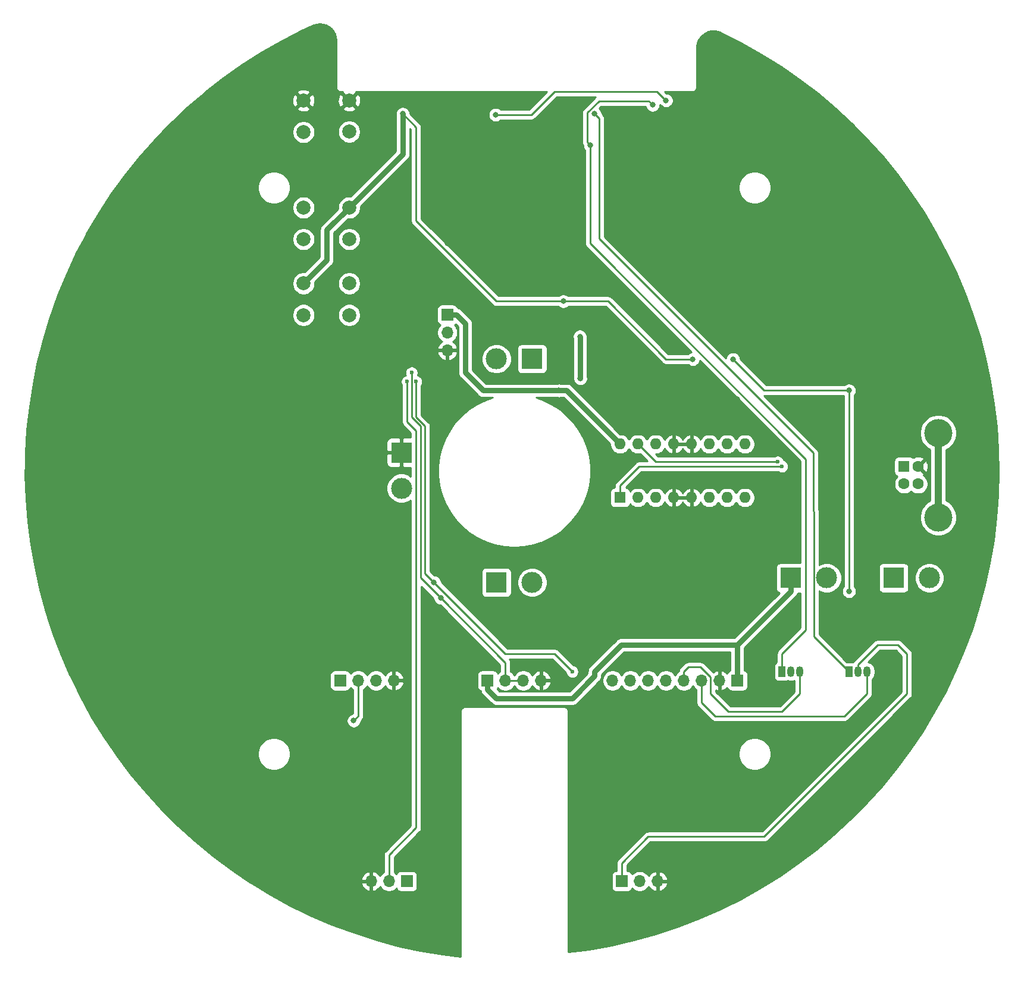
<source format=gbl>
G04 #@! TF.GenerationSoftware,KiCad,Pcbnew,(5.1.8)-1*
G04 #@! TF.CreationDate,2021-10-14T20:57:29+02:00*
G04 #@! TF.ProjectId,Elab car PCB,456c6162-2063-4617-9220-5043422e6b69,rev?*
G04 #@! TF.SameCoordinates,Original*
G04 #@! TF.FileFunction,Copper,L2,Bot*
G04 #@! TF.FilePolarity,Positive*
%FSLAX46Y46*%
G04 Gerber Fmt 4.6, Leading zero omitted, Abs format (unit mm)*
G04 Created by KiCad (PCBNEW (5.1.8)-1) date 2021-10-14 20:57:29*
%MOMM*%
%LPD*%
G01*
G04 APERTURE LIST*
G04 #@! TA.AperFunction,ComponentPad*
%ADD10R,1.700000X1.700000*%
G04 #@! TD*
G04 #@! TA.AperFunction,ComponentPad*
%ADD11O,1.700000X1.700000*%
G04 #@! TD*
G04 #@! TA.AperFunction,ComponentPad*
%ADD12R,1.600000X1.600000*%
G04 #@! TD*
G04 #@! TA.AperFunction,ComponentPad*
%ADD13C,1.600000*%
G04 #@! TD*
G04 #@! TA.AperFunction,ComponentPad*
%ADD14C,4.000000*%
G04 #@! TD*
G04 #@! TA.AperFunction,ComponentPad*
%ADD15C,2.000000*%
G04 #@! TD*
G04 #@! TA.AperFunction,ComponentPad*
%ADD16O,1.600000X1.600000*%
G04 #@! TD*
G04 #@! TA.AperFunction,ComponentPad*
%ADD17O,1.050000X1.500000*%
G04 #@! TD*
G04 #@! TA.AperFunction,ComponentPad*
%ADD18R,1.050000X1.500000*%
G04 #@! TD*
G04 #@! TA.AperFunction,ComponentPad*
%ADD19R,3.000000X3.000000*%
G04 #@! TD*
G04 #@! TA.AperFunction,ComponentPad*
%ADD20C,3.000000*%
G04 #@! TD*
G04 #@! TA.AperFunction,ViaPad*
%ADD21C,0.800000*%
G04 #@! TD*
G04 #@! TA.AperFunction,ViaPad*
%ADD22C,0.600000*%
G04 #@! TD*
G04 #@! TA.AperFunction,Conductor*
%ADD23C,0.750000*%
G04 #@! TD*
G04 #@! TA.AperFunction,Conductor*
%ADD24C,0.250000*%
G04 #@! TD*
G04 #@! TA.AperFunction,Conductor*
%ADD25C,1.000000*%
G04 #@! TD*
G04 #@! TA.AperFunction,Conductor*
%ADD26C,0.254000*%
G04 #@! TD*
G04 #@! TA.AperFunction,Conductor*
%ADD27C,0.100000*%
G04 #@! TD*
G04 APERTURE END LIST*
D10*
X114935000Y-131445000D03*
D11*
X117475000Y-131445000D03*
X120015000Y-131445000D03*
X122555000Y-131445000D03*
D12*
X195165000Y-100965000D03*
D13*
X195165000Y-103465000D03*
X197165000Y-103465000D03*
X197165000Y-100965000D03*
D14*
X200025000Y-108215000D03*
X200025000Y-96215000D03*
D15*
X109705000Y-79430000D03*
X109705000Y-74930000D03*
X116205000Y-79430000D03*
X116205000Y-74930000D03*
X109705000Y-68635000D03*
X109705000Y-64135000D03*
X116205000Y-68635000D03*
X116205000Y-64135000D03*
X109705000Y-53395000D03*
X109705000Y-48895000D03*
X116205000Y-53340000D03*
X116205000Y-48895000D03*
D12*
X154749500Y-105410000D03*
D16*
X172529500Y-97790000D03*
X157289500Y-105410000D03*
X169989500Y-97790000D03*
X159829500Y-105410000D03*
X167449500Y-97790000D03*
X162369500Y-105410000D03*
X164909500Y-97790000D03*
X164909500Y-105410000D03*
X162369500Y-97790000D03*
X167449500Y-105410000D03*
X159829500Y-97790000D03*
X169989500Y-105410000D03*
X157289500Y-97790000D03*
X172529500Y-105410000D03*
X154749500Y-97790000D03*
D17*
X188595000Y-130175000D03*
X189865000Y-130175000D03*
D18*
X187325000Y-130175000D03*
D17*
X179070000Y-130175000D03*
X180340000Y-130175000D03*
D18*
X177800000Y-130175000D03*
D19*
X179070000Y-116840000D03*
D20*
X184150000Y-116840000D03*
D19*
X193675000Y-116840000D03*
D20*
X198755000Y-116840000D03*
D10*
X171450000Y-131445000D03*
D11*
X168910000Y-131445000D03*
X166370000Y-131445000D03*
X163830000Y-131445000D03*
X161290000Y-131445000D03*
X158750000Y-131445000D03*
X156210000Y-131445000D03*
X153670000Y-131445000D03*
D10*
X130175000Y-79375000D03*
D11*
X130175000Y-81915000D03*
X130175000Y-84455000D03*
D10*
X155000000Y-160000000D03*
D11*
X157540000Y-160000000D03*
X160080000Y-160000000D03*
D10*
X124400000Y-160000000D03*
D11*
X121860000Y-160000000D03*
X119320000Y-160000000D03*
D10*
X135890000Y-131445000D03*
D11*
X138430000Y-131445000D03*
X140970000Y-131445000D03*
X143510000Y-131445000D03*
D19*
X142240000Y-85661500D03*
D20*
X137160000Y-85661500D03*
D19*
X137160000Y-117475000D03*
D20*
X142240000Y-117475000D03*
D19*
X123634500Y-98996500D03*
D20*
X123634500Y-104076500D03*
D21*
X92075000Y-118745000D03*
X92075000Y-115570000D03*
X94615000Y-115570000D03*
X94615000Y-118745000D03*
X97790000Y-118745000D03*
X97790000Y-115570000D03*
X100330000Y-115570000D03*
X100330000Y-118745000D03*
X100330000Y-121285000D03*
X97790000Y-121285000D03*
X94615000Y-121285000D03*
X92075000Y-121285000D03*
X94615000Y-112395000D03*
X97790000Y-112395000D03*
X100330000Y-112395000D03*
X92075000Y-112395000D03*
X140335000Y-57785000D03*
X137160000Y-57785000D03*
X137160000Y-53975000D03*
X140335000Y-53975000D03*
X167766500Y-113475000D03*
X167766500Y-121475000D03*
X167131500Y-81661500D03*
X167131500Y-89661500D03*
X140335000Y-74295000D03*
X128905000Y-48260000D03*
X186690000Y-70485000D03*
X188595000Y-78105000D03*
X182880000Y-69850000D03*
X194310000Y-77470000D03*
X193675000Y-91440000D03*
X121920000Y-62865000D03*
X121920000Y-73660000D03*
X135255000Y-62230000D03*
X100330000Y-63500000D03*
X104775000Y-101600000D03*
X103505000Y-132715000D03*
X118745000Y-85725000D03*
X90170000Y-85725000D03*
X99060000Y-93980000D03*
X80645000Y-98425000D03*
X80645000Y-104140000D03*
X189230000Y-63500000D03*
X100558600Y-141960600D03*
X188620400Y-144348200D03*
X94615000Y-109855000D03*
X92075000Y-109855000D03*
X89535000Y-109855000D03*
X86995000Y-109855000D03*
X86995000Y-112395000D03*
X89535000Y-112395000D03*
X89535000Y-115570000D03*
X86995000Y-115570000D03*
X86995000Y-118745000D03*
X89535000Y-118745000D03*
X89535000Y-121285000D03*
X86995000Y-121285000D03*
X86995000Y-123825000D03*
X89535000Y-123825000D03*
X92075000Y-123825000D03*
X94615000Y-123825000D03*
X150563580Y-48803560D03*
X79555340Y-75557380D03*
X76047600Y-121937780D03*
X126977140Y-166240460D03*
X119311420Y-150261320D03*
X123078240Y-119600980D03*
X176085500Y-68671440D03*
X184919620Y-53210460D03*
X193235580Y-107906820D03*
X95664020Y-73477120D03*
X168275000Y-42545000D03*
X190500000Y-96520000D03*
X154305000Y-136525000D03*
X165100000Y-159385000D03*
X172085000Y-146685000D03*
X149860000Y-167005000D03*
X175895000Y-111125000D03*
X162560000Y-107950000D03*
X163195000Y-102870000D03*
X161925000Y-94615000D03*
X156845000Y-93980000D03*
X171450000Y-91440000D03*
X133985000Y-76835000D03*
X130175000Y-69215000D03*
X110490000Y-42545000D03*
X97155000Y-54610000D03*
X118110000Y-111760000D03*
X146050000Y-90170000D03*
X123825000Y-50800000D03*
X146685000Y-77470000D03*
X187325000Y-90170000D03*
X170815000Y-85725000D03*
X165100000Y-85725000D03*
X187325000Y-118745000D03*
X149034500Y-82486500D03*
X149098000Y-88455500D03*
X137033000Y-50927000D03*
X161290000Y-48895000D03*
D22*
X125095000Y-87630000D03*
D21*
X129222500Y-119697500D03*
D22*
X124460000Y-88900000D03*
X125730000Y-88900000D03*
X147955000Y-130175000D03*
D21*
X128270000Y-117475000D03*
X116840000Y-137160000D03*
X150495000Y-55245000D03*
X159385000Y-49530000D03*
X151130000Y-50800000D03*
D22*
X177165000Y-100330000D03*
X177800000Y-100965000D03*
D23*
X179070000Y-116840000D02*
X179070000Y-118745000D01*
X171450000Y-126365000D02*
X171450000Y-131445000D01*
X179070000Y-118745000D02*
X171450000Y-126365000D01*
X154749500Y-97790000D02*
X147129500Y-90170000D01*
X147129500Y-90170000D02*
X146050000Y-90170000D01*
X135255000Y-90170000D02*
X132715000Y-87630000D01*
X132715000Y-87630000D02*
X132715000Y-80645000D01*
X131445000Y-79375000D02*
X130175000Y-79375000D01*
X132715000Y-80645000D02*
X131445000Y-79375000D01*
X135890000Y-131445000D02*
X135890000Y-132715000D01*
X135890000Y-132715000D02*
X137160000Y-133985000D01*
X137160000Y-133985000D02*
X147955000Y-133985000D01*
X147955000Y-133985000D02*
X151130000Y-130810000D01*
X151130000Y-130810000D02*
X151130000Y-130175000D01*
X154940000Y-126365000D02*
X171450000Y-126365000D01*
X151130000Y-130175000D02*
X154940000Y-126365000D01*
X146050000Y-90170000D02*
X135255000Y-90170000D01*
X123825000Y-56515000D02*
X116205000Y-64135000D01*
X123825000Y-50800000D02*
X123825000Y-56515000D01*
X116205000Y-64135000D02*
X113030000Y-67310000D01*
X113030000Y-71605000D02*
X109705000Y-74930000D01*
X113030000Y-67310000D02*
X113030000Y-71605000D01*
D24*
X146685000Y-77470000D02*
X137160000Y-77470000D01*
X137160000Y-77470000D02*
X125730000Y-66040000D01*
X125730000Y-52705000D02*
X123825000Y-50800000D01*
X125730000Y-66040000D02*
X125730000Y-52705000D01*
X187325000Y-90170000D02*
X175260000Y-90170000D01*
X175260000Y-90170000D02*
X170815000Y-85725000D01*
X170815000Y-85725000D02*
X170815000Y-85725000D01*
X165100000Y-85725000D02*
X161290000Y-85725000D01*
X153035000Y-77470000D02*
X146685000Y-77470000D01*
X161290000Y-85725000D02*
X153035000Y-77470000D01*
X187325000Y-90170000D02*
X187325000Y-118745000D01*
X187325000Y-118745000D02*
X187325000Y-118745000D01*
X188595000Y-129175000D02*
X191405000Y-126365000D01*
X188595000Y-130175000D02*
X188595000Y-129175000D01*
X191405000Y-126365000D02*
X194310000Y-126365000D01*
X194310000Y-126365000D02*
X195580000Y-127635000D01*
X195580000Y-127635000D02*
X195580000Y-133350000D01*
X195580000Y-133350000D02*
X175260000Y-153670000D01*
X175260000Y-153670000D02*
X158750000Y-153670000D01*
X155000000Y-157420000D02*
X155000000Y-160000000D01*
X158750000Y-153670000D02*
X155000000Y-157420000D01*
D23*
X149034500Y-88392000D02*
X149098000Y-88455500D01*
X149034500Y-82486500D02*
X149034500Y-88392000D01*
D24*
X137033000Y-50927000D02*
X142113000Y-50927000D01*
X142113000Y-50927000D02*
X145415000Y-47625000D01*
X145415000Y-47625000D02*
X156845000Y-47625000D01*
X156845000Y-47625000D02*
X158116410Y-47625000D01*
X158116410Y-47625000D02*
X160020000Y-47625000D01*
X160020000Y-47625000D02*
X161290000Y-48895000D01*
X161290000Y-48895000D02*
X161290000Y-48895000D01*
D25*
X200025000Y-96215000D02*
X200025000Y-108215000D01*
D24*
X138430000Y-128905000D02*
X138430000Y-131445000D01*
X126365000Y-116840000D02*
X129222500Y-119697500D01*
X126365000Y-95250000D02*
X126365000Y-116840000D01*
X125095000Y-93980000D02*
X126365000Y-95250000D01*
X138430000Y-131445000D02*
X140970000Y-131445000D01*
X125095000Y-88609998D02*
X125095000Y-87630000D01*
X125095000Y-93980000D02*
X125095000Y-88609998D01*
X129222500Y-119697500D02*
X138430000Y-128905000D01*
X121860000Y-156270000D02*
X121860000Y-160000000D01*
X125730000Y-152400000D02*
X121860000Y-156270000D01*
X125730000Y-95885000D02*
X125730000Y-152400000D01*
X124460000Y-94615000D02*
X125730000Y-95885000D01*
X124460000Y-88900000D02*
X124460000Y-94615000D01*
X127000000Y-116205000D02*
X128270000Y-117475000D01*
X127000000Y-95248590D02*
X127000000Y-116205000D01*
X125730000Y-93978590D02*
X127000000Y-95248590D01*
X125730000Y-88900000D02*
X125730000Y-93978590D01*
X145415000Y-127635000D02*
X147955000Y-130175000D01*
X138430000Y-127635000D02*
X145415000Y-127635000D01*
X128270000Y-117475000D02*
X138430000Y-127635000D01*
X180340000Y-130175000D02*
X180340000Y-133350000D01*
X180340000Y-133350000D02*
X177800000Y-135890000D01*
X177800000Y-135890000D02*
X170180000Y-135890000D01*
X170180000Y-135890000D02*
X167640000Y-133350000D01*
X167640000Y-130975998D02*
X166204002Y-129540000D01*
X167640000Y-133350000D02*
X167640000Y-130975998D01*
X166204002Y-129540000D02*
X164465000Y-129540000D01*
X163830000Y-130175000D02*
X163830000Y-131445000D01*
X164465000Y-129540000D02*
X163830000Y-130175000D01*
X189865000Y-130175000D02*
X189865000Y-133350000D01*
X189865000Y-133350000D02*
X186690000Y-136525000D01*
X186690000Y-136525000D02*
X168275000Y-136525000D01*
X168275000Y-136525000D02*
X166370000Y-134620000D01*
X166370000Y-134620000D02*
X166370000Y-131445000D01*
X117475000Y-136525000D02*
X116840000Y-137160000D01*
X117475000Y-131445000D02*
X117475000Y-136525000D01*
X177800000Y-127635000D02*
X177800000Y-130175000D01*
X181190010Y-124244990D02*
X177800000Y-127635000D01*
X181190010Y-99910010D02*
X181190010Y-124244990D01*
X150495000Y-69215000D02*
X181190010Y-99910010D01*
X150495000Y-55245000D02*
X150495000Y-69215000D01*
X150495000Y-55245000D02*
X150095001Y-54845001D01*
X158812399Y-48957399D02*
X159385000Y-49530000D01*
X151747199Y-48957399D02*
X158812399Y-48957399D01*
X150095001Y-50609597D02*
X151747199Y-48957399D01*
X150095001Y-54845001D02*
X150095001Y-50609597D01*
X159385000Y-49530000D02*
X159385000Y-49530000D01*
X187325000Y-129540000D02*
X187325000Y-130175000D01*
X182324999Y-107394999D02*
X182324999Y-125174999D01*
X182245000Y-107315000D02*
X182324999Y-107394999D01*
X151765000Y-68580000D02*
X182245000Y-99060000D01*
X182324999Y-125174999D02*
X187325000Y-130175000D01*
X182245000Y-99060000D02*
X182245000Y-107315000D01*
X151765000Y-51435000D02*
X151765000Y-68580000D01*
X151130000Y-50800000D02*
X151765000Y-51435000D01*
X159829500Y-100330000D02*
X157289500Y-97790000D01*
X177165000Y-100330000D02*
X159829500Y-100330000D01*
X154749500Y-105410000D02*
X154749500Y-105283000D01*
X154749500Y-103695500D02*
X154749500Y-105410000D01*
X157480000Y-100965000D02*
X154749500Y-103695500D01*
X157480000Y-100965000D02*
X159830910Y-100965000D01*
X159830910Y-100965000D02*
X168910000Y-100965000D01*
X177800000Y-100965000D02*
X168910000Y-100965000D01*
D26*
X112458549Y-38031376D02*
X112896142Y-38165942D01*
X113299263Y-38382941D01*
X113652559Y-38674107D01*
X113942572Y-39028350D01*
X114158255Y-39432176D01*
X114291395Y-39870209D01*
X114340001Y-40356612D01*
X114340000Y-46957581D01*
X114336807Y-46990000D01*
X114349550Y-47119383D01*
X114387290Y-47243793D01*
X114448575Y-47358450D01*
X114504833Y-47427000D01*
X114531052Y-47458948D01*
X114631550Y-47541425D01*
X114746207Y-47602710D01*
X114870617Y-47640450D01*
X115000000Y-47653193D01*
X115032419Y-47650000D01*
X115288884Y-47650000D01*
X115249192Y-47759587D01*
X116205000Y-48715395D01*
X117160808Y-47759587D01*
X117121116Y-47650000D01*
X144315198Y-47650000D01*
X141798199Y-50167000D01*
X137736711Y-50167000D01*
X137692774Y-50123063D01*
X137523256Y-50009795D01*
X137334898Y-49931774D01*
X137134939Y-49892000D01*
X136931061Y-49892000D01*
X136731102Y-49931774D01*
X136542744Y-50009795D01*
X136373226Y-50123063D01*
X136229063Y-50267226D01*
X136115795Y-50436744D01*
X136037774Y-50625102D01*
X135998000Y-50825061D01*
X135998000Y-51028939D01*
X136037774Y-51228898D01*
X136115795Y-51417256D01*
X136229063Y-51586774D01*
X136373226Y-51730937D01*
X136542744Y-51844205D01*
X136731102Y-51922226D01*
X136931061Y-51962000D01*
X137134939Y-51962000D01*
X137334898Y-51922226D01*
X137523256Y-51844205D01*
X137692774Y-51730937D01*
X137736711Y-51687000D01*
X142075678Y-51687000D01*
X142113000Y-51690676D01*
X142150322Y-51687000D01*
X142150333Y-51687000D01*
X142261986Y-51676003D01*
X142405247Y-51632546D01*
X142537276Y-51561974D01*
X142653001Y-51467001D01*
X142676804Y-51437997D01*
X145729802Y-48385000D01*
X151246675Y-48385000D01*
X151207198Y-48417398D01*
X151183400Y-48446396D01*
X149583999Y-50045798D01*
X149555001Y-50069596D01*
X149531203Y-50098594D01*
X149531202Y-50098595D01*
X149460027Y-50185321D01*
X149389455Y-50317351D01*
X149345999Y-50460612D01*
X149331325Y-50609597D01*
X149335002Y-50646929D01*
X149335001Y-54807678D01*
X149331325Y-54845001D01*
X149335001Y-54882323D01*
X149335001Y-54882333D01*
X149345998Y-54993986D01*
X149376948Y-55096015D01*
X149389455Y-55137247D01*
X149460000Y-55269226D01*
X149460000Y-55346939D01*
X149499774Y-55546898D01*
X149577795Y-55735256D01*
X149691063Y-55904774D01*
X149735000Y-55948711D01*
X149735001Y-69177668D01*
X149731324Y-69215000D01*
X149735001Y-69252333D01*
X149742553Y-69329003D01*
X149745998Y-69363985D01*
X149789454Y-69507246D01*
X149860026Y-69639276D01*
X149919655Y-69711933D01*
X149955000Y-69755001D01*
X149983998Y-69778799D01*
X164912264Y-84707066D01*
X164798102Y-84729774D01*
X164609744Y-84807795D01*
X164440226Y-84921063D01*
X164396289Y-84965000D01*
X161604802Y-84965000D01*
X153598804Y-76959003D01*
X153575001Y-76929999D01*
X153459276Y-76835026D01*
X153327247Y-76764454D01*
X153183986Y-76720997D01*
X153072333Y-76710000D01*
X153072322Y-76710000D01*
X153035000Y-76706324D01*
X152997678Y-76710000D01*
X147388711Y-76710000D01*
X147344774Y-76666063D01*
X147175256Y-76552795D01*
X146986898Y-76474774D01*
X146786939Y-76435000D01*
X146583061Y-76435000D01*
X146383102Y-76474774D01*
X146194744Y-76552795D01*
X146025226Y-76666063D01*
X145981289Y-76710000D01*
X137474802Y-76710000D01*
X126490000Y-65725199D01*
X126490000Y-52742323D01*
X126493676Y-52705000D01*
X126490000Y-52667677D01*
X126490000Y-52667667D01*
X126479003Y-52556014D01*
X126435546Y-52412753D01*
X126364974Y-52280724D01*
X126270001Y-52164999D01*
X126241003Y-52141201D01*
X124860000Y-50760199D01*
X124860000Y-50698061D01*
X124820226Y-50498102D01*
X124742205Y-50309744D01*
X124628937Y-50140226D01*
X124484774Y-49996063D01*
X124315256Y-49882795D01*
X124126898Y-49804774D01*
X123926939Y-49765000D01*
X123723061Y-49765000D01*
X123523102Y-49804774D01*
X123334744Y-49882795D01*
X123165226Y-49996063D01*
X123021063Y-50140226D01*
X122907795Y-50309744D01*
X122829774Y-50498102D01*
X122790000Y-50698061D01*
X122790000Y-50901939D01*
X122815000Y-51027624D01*
X122815001Y-56096644D01*
X116404078Y-62507567D01*
X116366033Y-62500000D01*
X116043967Y-62500000D01*
X115728088Y-62562832D01*
X115430537Y-62686082D01*
X115162748Y-62865013D01*
X114935013Y-63092748D01*
X114756082Y-63360537D01*
X114632832Y-63658088D01*
X114570000Y-63973967D01*
X114570000Y-64296033D01*
X114577567Y-64334078D01*
X112350906Y-66560739D01*
X112312367Y-66592367D01*
X112186153Y-66746160D01*
X112112488Y-66883979D01*
X112092368Y-66921621D01*
X112034615Y-67112006D01*
X112015114Y-67310000D01*
X112020000Y-67359608D01*
X112020001Y-71186644D01*
X109904078Y-73302567D01*
X109866033Y-73295000D01*
X109543967Y-73295000D01*
X109228088Y-73357832D01*
X108930537Y-73481082D01*
X108662748Y-73660013D01*
X108435013Y-73887748D01*
X108256082Y-74155537D01*
X108132832Y-74453088D01*
X108070000Y-74768967D01*
X108070000Y-75091033D01*
X108132832Y-75406912D01*
X108256082Y-75704463D01*
X108435013Y-75972252D01*
X108662748Y-76199987D01*
X108930537Y-76378918D01*
X109228088Y-76502168D01*
X109543967Y-76565000D01*
X109866033Y-76565000D01*
X110181912Y-76502168D01*
X110479463Y-76378918D01*
X110747252Y-76199987D01*
X110974987Y-75972252D01*
X111153918Y-75704463D01*
X111277168Y-75406912D01*
X111340000Y-75091033D01*
X111340000Y-74768967D01*
X114570000Y-74768967D01*
X114570000Y-75091033D01*
X114632832Y-75406912D01*
X114756082Y-75704463D01*
X114935013Y-75972252D01*
X115162748Y-76199987D01*
X115430537Y-76378918D01*
X115728088Y-76502168D01*
X116043967Y-76565000D01*
X116366033Y-76565000D01*
X116681912Y-76502168D01*
X116979463Y-76378918D01*
X117247252Y-76199987D01*
X117474987Y-75972252D01*
X117653918Y-75704463D01*
X117777168Y-75406912D01*
X117840000Y-75091033D01*
X117840000Y-74768967D01*
X117777168Y-74453088D01*
X117653918Y-74155537D01*
X117474987Y-73887748D01*
X117247252Y-73660013D01*
X116979463Y-73481082D01*
X116681912Y-73357832D01*
X116366033Y-73295000D01*
X116043967Y-73295000D01*
X115728088Y-73357832D01*
X115430537Y-73481082D01*
X115162748Y-73660013D01*
X114935013Y-73887748D01*
X114756082Y-74155537D01*
X114632832Y-74453088D01*
X114570000Y-74768967D01*
X111340000Y-74768967D01*
X111332433Y-74730922D01*
X113709094Y-72354261D01*
X113747633Y-72322633D01*
X113873847Y-72168840D01*
X113967632Y-71993380D01*
X114025385Y-71802994D01*
X114040000Y-71654608D01*
X114040000Y-71654606D01*
X114044886Y-71605001D01*
X114040000Y-71555396D01*
X114040000Y-68473967D01*
X114570000Y-68473967D01*
X114570000Y-68796033D01*
X114632832Y-69111912D01*
X114756082Y-69409463D01*
X114935013Y-69677252D01*
X115162748Y-69904987D01*
X115430537Y-70083918D01*
X115728088Y-70207168D01*
X116043967Y-70270000D01*
X116366033Y-70270000D01*
X116681912Y-70207168D01*
X116979463Y-70083918D01*
X117247252Y-69904987D01*
X117474987Y-69677252D01*
X117653918Y-69409463D01*
X117777168Y-69111912D01*
X117840000Y-68796033D01*
X117840000Y-68473967D01*
X117777168Y-68158088D01*
X117653918Y-67860537D01*
X117474987Y-67592748D01*
X117247252Y-67365013D01*
X116979463Y-67186082D01*
X116681912Y-67062832D01*
X116366033Y-67000000D01*
X116043967Y-67000000D01*
X115728088Y-67062832D01*
X115430537Y-67186082D01*
X115162748Y-67365013D01*
X114935013Y-67592748D01*
X114756082Y-67860537D01*
X114632832Y-68158088D01*
X114570000Y-68473967D01*
X114040000Y-68473967D01*
X114040000Y-67728355D01*
X116005922Y-65762433D01*
X116043967Y-65770000D01*
X116366033Y-65770000D01*
X116681912Y-65707168D01*
X116979463Y-65583918D01*
X117247252Y-65404987D01*
X117474987Y-65177252D01*
X117653918Y-64909463D01*
X117777168Y-64611912D01*
X117840000Y-64296033D01*
X117840000Y-63973967D01*
X117832433Y-63935922D01*
X124504094Y-57264261D01*
X124542633Y-57232633D01*
X124668847Y-57078840D01*
X124762632Y-56903380D01*
X124820385Y-56712994D01*
X124835000Y-56564608D01*
X124835000Y-56564606D01*
X124839886Y-56515001D01*
X124835000Y-56465396D01*
X124835000Y-52884802D01*
X124970001Y-53019803D01*
X124970000Y-66002678D01*
X124966324Y-66040000D01*
X124970000Y-66077322D01*
X124970000Y-66077332D01*
X124980997Y-66188985D01*
X125019106Y-66314615D01*
X125024454Y-66332246D01*
X125095026Y-66464276D01*
X125134871Y-66512826D01*
X125189999Y-66580001D01*
X125219003Y-66603804D01*
X136596200Y-77981002D01*
X136619999Y-78010001D01*
X136648997Y-78033799D01*
X136735723Y-78104974D01*
X136838693Y-78160013D01*
X136867753Y-78175546D01*
X137011014Y-78219003D01*
X137122667Y-78230000D01*
X137122677Y-78230000D01*
X137159999Y-78233676D01*
X137197322Y-78230000D01*
X145981289Y-78230000D01*
X146025226Y-78273937D01*
X146194744Y-78387205D01*
X146383102Y-78465226D01*
X146583061Y-78505000D01*
X146786939Y-78505000D01*
X146986898Y-78465226D01*
X147175256Y-78387205D01*
X147344774Y-78273937D01*
X147388711Y-78230000D01*
X152720199Y-78230000D01*
X160726200Y-86236002D01*
X160749999Y-86265001D01*
X160778997Y-86288799D01*
X160865723Y-86359974D01*
X160931525Y-86395146D01*
X160997753Y-86430546D01*
X161141014Y-86474003D01*
X161252667Y-86485000D01*
X161252677Y-86485000D01*
X161290000Y-86488676D01*
X161327323Y-86485000D01*
X164396289Y-86485000D01*
X164440226Y-86528937D01*
X164609744Y-86642205D01*
X164798102Y-86720226D01*
X164998061Y-86760000D01*
X165201939Y-86760000D01*
X165401898Y-86720226D01*
X165590256Y-86642205D01*
X165759774Y-86528937D01*
X165903937Y-86384774D01*
X166017205Y-86215256D01*
X166095226Y-86026898D01*
X166117934Y-85912736D01*
X180430010Y-100224813D01*
X180430011Y-114701928D01*
X177570000Y-114701928D01*
X177445518Y-114714188D01*
X177325820Y-114750498D01*
X177215506Y-114809463D01*
X177118815Y-114888815D01*
X177039463Y-114985506D01*
X176980498Y-115095820D01*
X176944188Y-115215518D01*
X176931928Y-115340000D01*
X176931928Y-118340000D01*
X176944188Y-118464482D01*
X176980498Y-118584180D01*
X177039463Y-118694494D01*
X177118815Y-118791185D01*
X177215506Y-118870537D01*
X177325820Y-118929502D01*
X177426578Y-118960067D01*
X171031645Y-125355000D01*
X154989608Y-125355000D01*
X154940000Y-125350114D01*
X154742005Y-125369615D01*
X154706116Y-125380502D01*
X154551620Y-125427368D01*
X154376160Y-125521153D01*
X154222367Y-125647367D01*
X154190744Y-125685900D01*
X150450901Y-129425744D01*
X150412368Y-129457367D01*
X150380745Y-129495900D01*
X150380744Y-129495901D01*
X150286154Y-129611160D01*
X150192368Y-129786621D01*
X150134615Y-129977006D01*
X150115114Y-130175000D01*
X150120000Y-130224608D01*
X150120000Y-130391645D01*
X147536645Y-132975000D01*
X137578355Y-132975000D01*
X137262564Y-132659209D01*
X137270537Y-132649494D01*
X137329502Y-132539180D01*
X137351513Y-132466620D01*
X137483368Y-132598475D01*
X137726589Y-132760990D01*
X137996842Y-132872932D01*
X138283740Y-132930000D01*
X138576260Y-132930000D01*
X138863158Y-132872932D01*
X139133411Y-132760990D01*
X139376632Y-132598475D01*
X139583475Y-132391632D01*
X139700000Y-132217240D01*
X139816525Y-132391632D01*
X140023368Y-132598475D01*
X140266589Y-132760990D01*
X140536842Y-132872932D01*
X140823740Y-132930000D01*
X141116260Y-132930000D01*
X141403158Y-132872932D01*
X141673411Y-132760990D01*
X141916632Y-132598475D01*
X142123475Y-132391632D01*
X142245195Y-132209466D01*
X142314822Y-132326355D01*
X142509731Y-132542588D01*
X142743080Y-132716641D01*
X143005901Y-132841825D01*
X143153110Y-132886476D01*
X143383000Y-132765155D01*
X143383000Y-131572000D01*
X143637000Y-131572000D01*
X143637000Y-132765155D01*
X143866890Y-132886476D01*
X144014099Y-132841825D01*
X144276920Y-132716641D01*
X144510269Y-132542588D01*
X144705178Y-132326355D01*
X144854157Y-132076252D01*
X144951481Y-131801891D01*
X144830814Y-131572000D01*
X143637000Y-131572000D01*
X143383000Y-131572000D01*
X143363000Y-131572000D01*
X143363000Y-131318000D01*
X143383000Y-131318000D01*
X143383000Y-130124845D01*
X143637000Y-130124845D01*
X143637000Y-131318000D01*
X144830814Y-131318000D01*
X144951481Y-131088109D01*
X144854157Y-130813748D01*
X144705178Y-130563645D01*
X144510269Y-130347412D01*
X144276920Y-130173359D01*
X144014099Y-130048175D01*
X143866890Y-130003524D01*
X143637000Y-130124845D01*
X143383000Y-130124845D01*
X143153110Y-130003524D01*
X143005901Y-130048175D01*
X142743080Y-130173359D01*
X142509731Y-130347412D01*
X142314822Y-130563645D01*
X142245195Y-130680534D01*
X142123475Y-130498368D01*
X141916632Y-130291525D01*
X141673411Y-130129010D01*
X141403158Y-130017068D01*
X141116260Y-129960000D01*
X140823740Y-129960000D01*
X140536842Y-130017068D01*
X140266589Y-130129010D01*
X140023368Y-130291525D01*
X139816525Y-130498368D01*
X139700000Y-130672760D01*
X139583475Y-130498368D01*
X139376632Y-130291525D01*
X139190000Y-130166822D01*
X139190000Y-128942322D01*
X139193676Y-128904999D01*
X139190000Y-128867676D01*
X139190000Y-128867667D01*
X139179003Y-128756014D01*
X139135546Y-128612753D01*
X139064974Y-128480724D01*
X139020061Y-128425997D01*
X138994623Y-128395000D01*
X145100199Y-128395000D01*
X147031848Y-130326650D01*
X147055932Y-130447729D01*
X147126414Y-130617889D01*
X147228738Y-130771028D01*
X147358972Y-130901262D01*
X147512111Y-131003586D01*
X147682271Y-131074068D01*
X147862911Y-131110000D01*
X148047089Y-131110000D01*
X148227729Y-131074068D01*
X148397889Y-131003586D01*
X148551028Y-130901262D01*
X148681262Y-130771028D01*
X148783586Y-130617889D01*
X148854068Y-130447729D01*
X148890000Y-130267089D01*
X148890000Y-130082911D01*
X148854068Y-129902271D01*
X148783586Y-129732111D01*
X148681262Y-129578972D01*
X148551028Y-129448738D01*
X148397889Y-129346414D01*
X148227729Y-129275932D01*
X148106650Y-129251848D01*
X145978804Y-127124003D01*
X145955001Y-127094999D01*
X145839276Y-127000026D01*
X145707247Y-126929454D01*
X145563986Y-126885997D01*
X145452333Y-126875000D01*
X145452322Y-126875000D01*
X145415000Y-126871324D01*
X145377678Y-126875000D01*
X138744802Y-126875000D01*
X129305000Y-117435199D01*
X129305000Y-117373061D01*
X129265226Y-117173102D01*
X129187205Y-116984744D01*
X129073937Y-116815226D01*
X128929774Y-116671063D01*
X128760256Y-116557795D01*
X128571898Y-116479774D01*
X128371939Y-116440000D01*
X128309802Y-116440000D01*
X127844802Y-115975000D01*
X135021928Y-115975000D01*
X135021928Y-118975000D01*
X135034188Y-119099482D01*
X135070498Y-119219180D01*
X135129463Y-119329494D01*
X135208815Y-119426185D01*
X135305506Y-119505537D01*
X135415820Y-119564502D01*
X135535518Y-119600812D01*
X135660000Y-119613072D01*
X138660000Y-119613072D01*
X138784482Y-119600812D01*
X138904180Y-119564502D01*
X139014494Y-119505537D01*
X139111185Y-119426185D01*
X139190537Y-119329494D01*
X139249502Y-119219180D01*
X139285812Y-119099482D01*
X139298072Y-118975000D01*
X139298072Y-117264721D01*
X140105000Y-117264721D01*
X140105000Y-117685279D01*
X140187047Y-118097756D01*
X140347988Y-118486302D01*
X140581637Y-118835983D01*
X140879017Y-119133363D01*
X141228698Y-119367012D01*
X141617244Y-119527953D01*
X142029721Y-119610000D01*
X142450279Y-119610000D01*
X142862756Y-119527953D01*
X143251302Y-119367012D01*
X143600983Y-119133363D01*
X143898363Y-118835983D01*
X144132012Y-118486302D01*
X144292953Y-118097756D01*
X144375000Y-117685279D01*
X144375000Y-117264721D01*
X144292953Y-116852244D01*
X144132012Y-116463698D01*
X143898363Y-116114017D01*
X143600983Y-115816637D01*
X143251302Y-115582988D01*
X142862756Y-115422047D01*
X142450279Y-115340000D01*
X142029721Y-115340000D01*
X141617244Y-115422047D01*
X141228698Y-115582988D01*
X140879017Y-115816637D01*
X140581637Y-116114017D01*
X140347988Y-116463698D01*
X140187047Y-116852244D01*
X140105000Y-117264721D01*
X139298072Y-117264721D01*
X139298072Y-115975000D01*
X139285812Y-115850518D01*
X139249502Y-115730820D01*
X139190537Y-115620506D01*
X139111185Y-115523815D01*
X139014494Y-115444463D01*
X138904180Y-115385498D01*
X138784482Y-115349188D01*
X138660000Y-115336928D01*
X135660000Y-115336928D01*
X135535518Y-115349188D01*
X135415820Y-115385498D01*
X135305506Y-115444463D01*
X135208815Y-115523815D01*
X135129463Y-115620506D01*
X135070498Y-115730820D01*
X135034188Y-115850518D01*
X135021928Y-115975000D01*
X127844802Y-115975000D01*
X127760000Y-115890199D01*
X127760000Y-95285912D01*
X127763676Y-95248589D01*
X127760000Y-95211266D01*
X127760000Y-95211257D01*
X127749003Y-95099604D01*
X127705546Y-94956343D01*
X127634974Y-94824314D01*
X127540001Y-94708589D01*
X127511004Y-94684792D01*
X126490000Y-93663789D01*
X126490000Y-89445535D01*
X126558586Y-89342889D01*
X126629068Y-89172729D01*
X126665000Y-88992089D01*
X126665000Y-88807911D01*
X126629068Y-88627271D01*
X126558586Y-88457111D01*
X126456262Y-88303972D01*
X126326028Y-88173738D01*
X126172889Y-88071414D01*
X126002729Y-88000932D01*
X125957147Y-87991865D01*
X125994068Y-87902729D01*
X126030000Y-87722089D01*
X126030000Y-87537911D01*
X125994068Y-87357271D01*
X125923586Y-87187111D01*
X125821262Y-87033972D01*
X125691028Y-86903738D01*
X125537889Y-86801414D01*
X125367729Y-86730932D01*
X125187089Y-86695000D01*
X125002911Y-86695000D01*
X124822271Y-86730932D01*
X124652111Y-86801414D01*
X124498972Y-86903738D01*
X124368738Y-87033972D01*
X124266414Y-87187111D01*
X124195932Y-87357271D01*
X124160000Y-87537911D01*
X124160000Y-87722089D01*
X124195932Y-87902729D01*
X124232853Y-87991865D01*
X124187271Y-88000932D01*
X124017111Y-88071414D01*
X123863972Y-88173738D01*
X123733738Y-88303972D01*
X123631414Y-88457111D01*
X123560932Y-88627271D01*
X123525000Y-88807911D01*
X123525000Y-88992089D01*
X123560932Y-89172729D01*
X123631414Y-89342889D01*
X123700000Y-89445536D01*
X123700001Y-94577668D01*
X123696324Y-94615000D01*
X123700001Y-94652333D01*
X123707553Y-94729003D01*
X123710998Y-94763985D01*
X123754454Y-94907246D01*
X123825026Y-95039276D01*
X123896201Y-95126002D01*
X123920000Y-95155001D01*
X123948998Y-95178799D01*
X124970000Y-96199802D01*
X124970000Y-96858844D01*
X123920250Y-96861500D01*
X123761500Y-97020250D01*
X123761500Y-98869500D01*
X123781500Y-98869500D01*
X123781500Y-99123500D01*
X123761500Y-99123500D01*
X123761500Y-100972750D01*
X123920250Y-101131500D01*
X124970000Y-101134156D01*
X124970000Y-102401110D01*
X124645802Y-102184488D01*
X124257256Y-102023547D01*
X123844779Y-101941500D01*
X123424221Y-101941500D01*
X123011744Y-102023547D01*
X122623198Y-102184488D01*
X122273517Y-102418137D01*
X121976137Y-102715517D01*
X121742488Y-103065198D01*
X121581547Y-103453744D01*
X121499500Y-103866221D01*
X121499500Y-104286779D01*
X121581547Y-104699256D01*
X121742488Y-105087802D01*
X121976137Y-105437483D01*
X122273517Y-105734863D01*
X122623198Y-105968512D01*
X123011744Y-106129453D01*
X123424221Y-106211500D01*
X123844779Y-106211500D01*
X124257256Y-106129453D01*
X124645802Y-105968512D01*
X124970000Y-105751890D01*
X124970001Y-152085196D01*
X121349003Y-155706196D01*
X121319999Y-155729999D01*
X121285828Y-155771637D01*
X121225026Y-155845724D01*
X121185614Y-155919459D01*
X121154454Y-155977754D01*
X121110997Y-156121015D01*
X121100000Y-156232668D01*
X121100000Y-156232678D01*
X121096324Y-156270000D01*
X121100000Y-156307323D01*
X121100001Y-158721821D01*
X120913368Y-158846525D01*
X120706525Y-159053368D01*
X120584805Y-159235534D01*
X120515178Y-159118645D01*
X120320269Y-158902412D01*
X120086920Y-158728359D01*
X119824099Y-158603175D01*
X119676890Y-158558524D01*
X119447000Y-158679845D01*
X119447000Y-159873000D01*
X119467000Y-159873000D01*
X119467000Y-160127000D01*
X119447000Y-160127000D01*
X119447000Y-161320155D01*
X119676890Y-161441476D01*
X119824099Y-161396825D01*
X120086920Y-161271641D01*
X120320269Y-161097588D01*
X120515178Y-160881355D01*
X120584805Y-160764466D01*
X120706525Y-160946632D01*
X120913368Y-161153475D01*
X121156589Y-161315990D01*
X121426842Y-161427932D01*
X121713740Y-161485000D01*
X122006260Y-161485000D01*
X122293158Y-161427932D01*
X122563411Y-161315990D01*
X122806632Y-161153475D01*
X122938487Y-161021620D01*
X122960498Y-161094180D01*
X123019463Y-161204494D01*
X123098815Y-161301185D01*
X123195506Y-161380537D01*
X123305820Y-161439502D01*
X123425518Y-161475812D01*
X123550000Y-161488072D01*
X125250000Y-161488072D01*
X125374482Y-161475812D01*
X125494180Y-161439502D01*
X125604494Y-161380537D01*
X125701185Y-161301185D01*
X125780537Y-161204494D01*
X125839502Y-161094180D01*
X125875812Y-160974482D01*
X125888072Y-160850000D01*
X125888072Y-159150000D01*
X125875812Y-159025518D01*
X125839502Y-158905820D01*
X125780537Y-158795506D01*
X125701185Y-158698815D01*
X125604494Y-158619463D01*
X125494180Y-158560498D01*
X125374482Y-158524188D01*
X125250000Y-158511928D01*
X123550000Y-158511928D01*
X123425518Y-158524188D01*
X123305820Y-158560498D01*
X123195506Y-158619463D01*
X123098815Y-158698815D01*
X123019463Y-158795506D01*
X122960498Y-158905820D01*
X122938487Y-158978380D01*
X122806632Y-158846525D01*
X122620000Y-158721822D01*
X122620000Y-156584801D01*
X126241008Y-152963795D01*
X126270001Y-152940001D01*
X126293795Y-152911008D01*
X126293799Y-152911004D01*
X126364973Y-152824277D01*
X126364974Y-152824276D01*
X126435546Y-152692247D01*
X126479003Y-152548986D01*
X126490000Y-152437333D01*
X126490000Y-152437324D01*
X126493676Y-152400001D01*
X126490000Y-152362678D01*
X126490000Y-118039801D01*
X128187500Y-119737302D01*
X128187500Y-119799439D01*
X128227274Y-119999398D01*
X128305295Y-120187756D01*
X128418563Y-120357274D01*
X128562726Y-120501437D01*
X128732244Y-120614705D01*
X128920602Y-120692726D01*
X129120561Y-120732500D01*
X129182699Y-120732500D01*
X137670000Y-129219803D01*
X137670000Y-130166821D01*
X137483368Y-130291525D01*
X137351513Y-130423380D01*
X137329502Y-130350820D01*
X137270537Y-130240506D01*
X137191185Y-130143815D01*
X137094494Y-130064463D01*
X136984180Y-130005498D01*
X136864482Y-129969188D01*
X136740000Y-129956928D01*
X135040000Y-129956928D01*
X134915518Y-129969188D01*
X134795820Y-130005498D01*
X134685506Y-130064463D01*
X134588815Y-130143815D01*
X134509463Y-130240506D01*
X134450498Y-130350820D01*
X134414188Y-130470518D01*
X134401928Y-130595000D01*
X134401928Y-132295000D01*
X134414188Y-132419482D01*
X134450498Y-132539180D01*
X134509463Y-132649494D01*
X134588815Y-132746185D01*
X134685506Y-132825537D01*
X134795820Y-132884502D01*
X134895109Y-132914621D01*
X134952368Y-133103379D01*
X134952369Y-133103380D01*
X135046154Y-133278840D01*
X135172368Y-133432633D01*
X135210901Y-133464256D01*
X136410739Y-134664094D01*
X136442367Y-134702633D01*
X136596160Y-134828847D01*
X136771620Y-134922632D01*
X136962006Y-134980385D01*
X137110392Y-134995000D01*
X137110394Y-134995000D01*
X137159999Y-134999886D01*
X137209604Y-134995000D01*
X147905392Y-134995000D01*
X147955000Y-134999886D01*
X148152994Y-134980385D01*
X148152997Y-134980384D01*
X148343380Y-134922632D01*
X148518840Y-134828847D01*
X148672633Y-134702633D01*
X148704261Y-134664094D01*
X151809094Y-131559261D01*
X151847633Y-131527633D01*
X151973847Y-131373840D01*
X152067632Y-131198380D01*
X152125385Y-131007994D01*
X152140000Y-130859608D01*
X152140000Y-130859606D01*
X152144886Y-130810001D01*
X152140000Y-130760396D01*
X152140000Y-130593355D01*
X155358356Y-127375000D01*
X170440000Y-127375000D01*
X170440001Y-129979962D01*
X170355820Y-130005498D01*
X170245506Y-130064463D01*
X170148815Y-130143815D01*
X170069463Y-130240506D01*
X170010498Y-130350820D01*
X169986034Y-130431466D01*
X169910269Y-130347412D01*
X169676920Y-130173359D01*
X169414099Y-130048175D01*
X169266890Y-130003524D01*
X169037000Y-130124845D01*
X169037000Y-131318000D01*
X169057000Y-131318000D01*
X169057000Y-131572000D01*
X169037000Y-131572000D01*
X169037000Y-132765155D01*
X169266890Y-132886476D01*
X169414099Y-132841825D01*
X169676920Y-132716641D01*
X169910269Y-132542588D01*
X169986034Y-132458534D01*
X170010498Y-132539180D01*
X170069463Y-132649494D01*
X170148815Y-132746185D01*
X170245506Y-132825537D01*
X170355820Y-132884502D01*
X170475518Y-132920812D01*
X170600000Y-132933072D01*
X172300000Y-132933072D01*
X172424482Y-132920812D01*
X172544180Y-132884502D01*
X172654494Y-132825537D01*
X172751185Y-132746185D01*
X172830537Y-132649494D01*
X172889502Y-132539180D01*
X172925812Y-132419482D01*
X172938072Y-132295000D01*
X172938072Y-130595000D01*
X172925812Y-130470518D01*
X172889502Y-130350820D01*
X172830537Y-130240506D01*
X172751185Y-130143815D01*
X172654494Y-130064463D01*
X172544180Y-130005498D01*
X172460000Y-129979962D01*
X172460000Y-126783355D01*
X179749094Y-119494261D01*
X179787633Y-119462633D01*
X179913847Y-119308840D01*
X180007632Y-119133380D01*
X180054744Y-118978072D01*
X180430011Y-118978072D01*
X180430011Y-123930187D01*
X177289003Y-127071196D01*
X177259999Y-127094999D01*
X177224821Y-127137864D01*
X177165026Y-127210724D01*
X177094455Y-127342753D01*
X177094454Y-127342754D01*
X177050997Y-127486015D01*
X177040000Y-127597668D01*
X177040000Y-127597678D01*
X177036324Y-127635000D01*
X177040000Y-127672323D01*
X177040000Y-128832713D01*
X177030820Y-128835498D01*
X176920506Y-128894463D01*
X176823815Y-128973815D01*
X176744463Y-129070506D01*
X176685498Y-129180820D01*
X176649188Y-129300518D01*
X176636928Y-129425000D01*
X176636928Y-130925000D01*
X176649188Y-131049482D01*
X176685498Y-131169180D01*
X176744463Y-131279494D01*
X176823815Y-131376185D01*
X176920506Y-131455537D01*
X177030820Y-131514502D01*
X177150518Y-131550812D01*
X177275000Y-131563072D01*
X178325000Y-131563072D01*
X178449482Y-131550812D01*
X178569180Y-131514502D01*
X178633902Y-131479907D01*
X178842601Y-131543215D01*
X179070000Y-131565612D01*
X179297400Y-131543215D01*
X179516060Y-131476885D01*
X179580000Y-131442708D01*
X179580001Y-133035196D01*
X177485199Y-135130000D01*
X170494803Y-135130000D01*
X168400000Y-133035199D01*
X168400000Y-132839014D01*
X168405901Y-132841825D01*
X168553110Y-132886476D01*
X168783000Y-132765155D01*
X168783000Y-131572000D01*
X168763000Y-131572000D01*
X168763000Y-131318000D01*
X168783000Y-131318000D01*
X168783000Y-130124845D01*
X168553110Y-130003524D01*
X168405901Y-130048175D01*
X168143080Y-130173359D01*
X168010817Y-130272013D01*
X166767806Y-129029003D01*
X166744003Y-128999999D01*
X166628278Y-128905026D01*
X166496249Y-128834454D01*
X166352988Y-128790997D01*
X166241335Y-128780000D01*
X166241324Y-128780000D01*
X166204002Y-128776324D01*
X166166680Y-128780000D01*
X164502333Y-128780000D01*
X164465000Y-128776323D01*
X164427667Y-128780000D01*
X164316014Y-128790997D01*
X164172753Y-128834454D01*
X164040724Y-128905026D01*
X163924999Y-128999999D01*
X163901200Y-129028998D01*
X163319002Y-129611197D01*
X163289999Y-129634999D01*
X163234871Y-129702174D01*
X163195026Y-129750724D01*
X163127947Y-129876219D01*
X163124454Y-129882754D01*
X163080997Y-130026015D01*
X163070000Y-130137668D01*
X163070000Y-130137678D01*
X163066927Y-130168875D01*
X162883368Y-130291525D01*
X162676525Y-130498368D01*
X162560000Y-130672760D01*
X162443475Y-130498368D01*
X162236632Y-130291525D01*
X161993411Y-130129010D01*
X161723158Y-130017068D01*
X161436260Y-129960000D01*
X161143740Y-129960000D01*
X160856842Y-130017068D01*
X160586589Y-130129010D01*
X160343368Y-130291525D01*
X160136525Y-130498368D01*
X160020000Y-130672760D01*
X159903475Y-130498368D01*
X159696632Y-130291525D01*
X159453411Y-130129010D01*
X159183158Y-130017068D01*
X158896260Y-129960000D01*
X158603740Y-129960000D01*
X158316842Y-130017068D01*
X158046589Y-130129010D01*
X157803368Y-130291525D01*
X157596525Y-130498368D01*
X157480000Y-130672760D01*
X157363475Y-130498368D01*
X157156632Y-130291525D01*
X156913411Y-130129010D01*
X156643158Y-130017068D01*
X156356260Y-129960000D01*
X156063740Y-129960000D01*
X155776842Y-130017068D01*
X155506589Y-130129010D01*
X155263368Y-130291525D01*
X155056525Y-130498368D01*
X154940000Y-130672760D01*
X154823475Y-130498368D01*
X154616632Y-130291525D01*
X154373411Y-130129010D01*
X154103158Y-130017068D01*
X153816260Y-129960000D01*
X153523740Y-129960000D01*
X153236842Y-130017068D01*
X152966589Y-130129010D01*
X152723368Y-130291525D01*
X152516525Y-130498368D01*
X152354010Y-130741589D01*
X152242068Y-131011842D01*
X152185000Y-131298740D01*
X152185000Y-131591260D01*
X152242068Y-131878158D01*
X152354010Y-132148411D01*
X152516525Y-132391632D01*
X152723368Y-132598475D01*
X152966589Y-132760990D01*
X153236842Y-132872932D01*
X153523740Y-132930000D01*
X153816260Y-132930000D01*
X154103158Y-132872932D01*
X154373411Y-132760990D01*
X154616632Y-132598475D01*
X154823475Y-132391632D01*
X154940000Y-132217240D01*
X155056525Y-132391632D01*
X155263368Y-132598475D01*
X155506589Y-132760990D01*
X155776842Y-132872932D01*
X156063740Y-132930000D01*
X156356260Y-132930000D01*
X156643158Y-132872932D01*
X156913411Y-132760990D01*
X157156632Y-132598475D01*
X157363475Y-132391632D01*
X157480000Y-132217240D01*
X157596525Y-132391632D01*
X157803368Y-132598475D01*
X158046589Y-132760990D01*
X158316842Y-132872932D01*
X158603740Y-132930000D01*
X158896260Y-132930000D01*
X159183158Y-132872932D01*
X159453411Y-132760990D01*
X159696632Y-132598475D01*
X159903475Y-132391632D01*
X160020000Y-132217240D01*
X160136525Y-132391632D01*
X160343368Y-132598475D01*
X160586589Y-132760990D01*
X160856842Y-132872932D01*
X161143740Y-132930000D01*
X161436260Y-132930000D01*
X161723158Y-132872932D01*
X161993411Y-132760990D01*
X162236632Y-132598475D01*
X162443475Y-132391632D01*
X162560000Y-132217240D01*
X162676525Y-132391632D01*
X162883368Y-132598475D01*
X163126589Y-132760990D01*
X163396842Y-132872932D01*
X163683740Y-132930000D01*
X163976260Y-132930000D01*
X164263158Y-132872932D01*
X164533411Y-132760990D01*
X164776632Y-132598475D01*
X164983475Y-132391632D01*
X165100000Y-132217240D01*
X165216525Y-132391632D01*
X165423368Y-132598475D01*
X165610001Y-132723179D01*
X165610000Y-134582677D01*
X165606324Y-134620000D01*
X165610000Y-134657322D01*
X165610000Y-134657332D01*
X165620997Y-134768985D01*
X165639156Y-134828847D01*
X165664454Y-134912246D01*
X165735026Y-135044276D01*
X165774871Y-135092826D01*
X165829999Y-135160001D01*
X165859003Y-135183804D01*
X167711201Y-137036003D01*
X167734999Y-137065001D01*
X167850724Y-137159974D01*
X167982753Y-137230546D01*
X168126014Y-137274003D01*
X168237667Y-137285000D01*
X168237677Y-137285000D01*
X168275000Y-137288676D01*
X168312323Y-137285000D01*
X186652678Y-137285000D01*
X186690000Y-137288676D01*
X186727322Y-137285000D01*
X186727333Y-137285000D01*
X186838986Y-137274003D01*
X186982247Y-137230546D01*
X187114276Y-137159974D01*
X187230001Y-137065001D01*
X187253804Y-137035997D01*
X190376003Y-133913799D01*
X190405001Y-133890001D01*
X190449049Y-133836328D01*
X190499974Y-133774277D01*
X190570546Y-133642247D01*
X190584386Y-133596621D01*
X190614003Y-133498986D01*
X190625000Y-133387333D01*
X190625000Y-133387324D01*
X190628676Y-133350001D01*
X190625000Y-133312678D01*
X190625000Y-131276909D01*
X190689212Y-131224212D01*
X190834171Y-131047579D01*
X190941885Y-130846059D01*
X191008215Y-130627399D01*
X191025000Y-130456978D01*
X191025000Y-129893021D01*
X191008215Y-129722600D01*
X190941885Y-129503940D01*
X190834171Y-129302421D01*
X190689212Y-129125788D01*
X190512578Y-128980829D01*
X190311059Y-128873115D01*
X190092399Y-128806785D01*
X190042892Y-128801909D01*
X191719802Y-127125000D01*
X193995199Y-127125000D01*
X194820000Y-127949802D01*
X194820001Y-133035197D01*
X174945199Y-152910000D01*
X158787323Y-152910000D01*
X158750000Y-152906324D01*
X158712677Y-152910000D01*
X158712667Y-152910000D01*
X158601014Y-152920997D01*
X158457753Y-152964454D01*
X158325724Y-153035026D01*
X158209999Y-153129999D01*
X158186201Y-153158997D01*
X154489003Y-156856196D01*
X154459999Y-156879999D01*
X154406180Y-156945578D01*
X154365026Y-156995724D01*
X154352584Y-157019002D01*
X154294454Y-157127754D01*
X154250997Y-157271015D01*
X154240000Y-157382668D01*
X154240000Y-157382678D01*
X154236324Y-157420000D01*
X154240000Y-157457323D01*
X154240000Y-158511928D01*
X154150000Y-158511928D01*
X154025518Y-158524188D01*
X153905820Y-158560498D01*
X153795506Y-158619463D01*
X153698815Y-158698815D01*
X153619463Y-158795506D01*
X153560498Y-158905820D01*
X153524188Y-159025518D01*
X153511928Y-159150000D01*
X153511928Y-160850000D01*
X153524188Y-160974482D01*
X153560498Y-161094180D01*
X153619463Y-161204494D01*
X153698815Y-161301185D01*
X153795506Y-161380537D01*
X153905820Y-161439502D01*
X154025518Y-161475812D01*
X154150000Y-161488072D01*
X155850000Y-161488072D01*
X155974482Y-161475812D01*
X156094180Y-161439502D01*
X156204494Y-161380537D01*
X156301185Y-161301185D01*
X156380537Y-161204494D01*
X156439502Y-161094180D01*
X156461513Y-161021620D01*
X156593368Y-161153475D01*
X156836589Y-161315990D01*
X157106842Y-161427932D01*
X157393740Y-161485000D01*
X157686260Y-161485000D01*
X157973158Y-161427932D01*
X158243411Y-161315990D01*
X158486632Y-161153475D01*
X158693475Y-160946632D01*
X158815195Y-160764466D01*
X158884822Y-160881355D01*
X159079731Y-161097588D01*
X159313080Y-161271641D01*
X159575901Y-161396825D01*
X159723110Y-161441476D01*
X159953000Y-161320155D01*
X159953000Y-160127000D01*
X160207000Y-160127000D01*
X160207000Y-161320155D01*
X160436890Y-161441476D01*
X160584099Y-161396825D01*
X160846920Y-161271641D01*
X161080269Y-161097588D01*
X161275178Y-160881355D01*
X161424157Y-160631252D01*
X161521481Y-160356891D01*
X161400814Y-160127000D01*
X160207000Y-160127000D01*
X159953000Y-160127000D01*
X159933000Y-160127000D01*
X159933000Y-159873000D01*
X159953000Y-159873000D01*
X159953000Y-158679845D01*
X160207000Y-158679845D01*
X160207000Y-159873000D01*
X161400814Y-159873000D01*
X161521481Y-159643109D01*
X161424157Y-159368748D01*
X161275178Y-159118645D01*
X161080269Y-158902412D01*
X160846920Y-158728359D01*
X160584099Y-158603175D01*
X160436890Y-158558524D01*
X160207000Y-158679845D01*
X159953000Y-158679845D01*
X159723110Y-158558524D01*
X159575901Y-158603175D01*
X159313080Y-158728359D01*
X159079731Y-158902412D01*
X158884822Y-159118645D01*
X158815195Y-159235534D01*
X158693475Y-159053368D01*
X158486632Y-158846525D01*
X158243411Y-158684010D01*
X157973158Y-158572068D01*
X157686260Y-158515000D01*
X157393740Y-158515000D01*
X157106842Y-158572068D01*
X156836589Y-158684010D01*
X156593368Y-158846525D01*
X156461513Y-158978380D01*
X156439502Y-158905820D01*
X156380537Y-158795506D01*
X156301185Y-158698815D01*
X156204494Y-158619463D01*
X156094180Y-158560498D01*
X155974482Y-158524188D01*
X155850000Y-158511928D01*
X155760000Y-158511928D01*
X155760000Y-157734801D01*
X159064802Y-154430000D01*
X175222678Y-154430000D01*
X175260000Y-154433676D01*
X175297322Y-154430000D01*
X175297333Y-154430000D01*
X175408986Y-154419003D01*
X175552247Y-154375546D01*
X175684276Y-154304974D01*
X175800001Y-154210001D01*
X175823804Y-154180997D01*
X196091003Y-133913799D01*
X196120001Y-133890001D01*
X196214974Y-133774276D01*
X196285546Y-133642247D01*
X196329003Y-133498986D01*
X196340000Y-133387333D01*
X196340000Y-133387332D01*
X196343677Y-133350000D01*
X196340000Y-133312667D01*
X196340000Y-127672322D01*
X196343676Y-127634999D01*
X196340000Y-127597676D01*
X196340000Y-127597667D01*
X196329003Y-127486014D01*
X196285546Y-127342753D01*
X196214974Y-127210724D01*
X196120001Y-127094999D01*
X196091003Y-127071201D01*
X194873804Y-125854003D01*
X194850001Y-125824999D01*
X194734276Y-125730026D01*
X194602247Y-125659454D01*
X194458986Y-125615997D01*
X194347333Y-125605000D01*
X194347322Y-125605000D01*
X194310000Y-125601324D01*
X194272678Y-125605000D01*
X191442322Y-125605000D01*
X191404999Y-125601324D01*
X191367676Y-125605000D01*
X191367667Y-125605000D01*
X191256014Y-125615997D01*
X191112753Y-125659454D01*
X190980723Y-125730026D01*
X190897083Y-125798668D01*
X190864999Y-125824999D01*
X190841201Y-125853997D01*
X188083998Y-128611201D01*
X188055000Y-128634999D01*
X188031202Y-128663997D01*
X188031201Y-128663998D01*
X187960026Y-128750724D01*
X187936140Y-128795412D01*
X187850000Y-128786928D01*
X187432672Y-128786928D01*
X187325000Y-128776323D01*
X187217327Y-128786928D01*
X187011730Y-128786928D01*
X183084999Y-124860198D01*
X183084999Y-118696132D01*
X183138698Y-118732012D01*
X183527244Y-118892953D01*
X183939721Y-118975000D01*
X184360279Y-118975000D01*
X184772756Y-118892953D01*
X185161302Y-118732012D01*
X185510983Y-118498363D01*
X185808363Y-118200983D01*
X186042012Y-117851302D01*
X186202953Y-117462756D01*
X186285000Y-117050279D01*
X186285000Y-116629721D01*
X186202953Y-116217244D01*
X186042012Y-115828698D01*
X185808363Y-115479017D01*
X185510983Y-115181637D01*
X185161302Y-114947988D01*
X184772756Y-114787047D01*
X184360279Y-114705000D01*
X183939721Y-114705000D01*
X183527244Y-114787047D01*
X183138698Y-114947988D01*
X183084999Y-114983868D01*
X183084999Y-107432324D01*
X183088675Y-107394999D01*
X183084999Y-107357674D01*
X183084999Y-107357666D01*
X183074002Y-107246013D01*
X183030545Y-107102752D01*
X183005000Y-107054961D01*
X183005000Y-99097322D01*
X183008676Y-99059999D01*
X183005000Y-99022676D01*
X183005000Y-99022667D01*
X182994003Y-98911014D01*
X182950546Y-98767753D01*
X182879974Y-98635724D01*
X182832067Y-98577349D01*
X182808799Y-98548996D01*
X182808795Y-98548992D01*
X182785001Y-98519999D01*
X182756010Y-98496207D01*
X175186212Y-90926409D01*
X175222667Y-90930000D01*
X175222676Y-90930000D01*
X175259999Y-90933676D01*
X175297322Y-90930000D01*
X186565000Y-90930000D01*
X186565001Y-118041288D01*
X186521063Y-118085226D01*
X186407795Y-118254744D01*
X186329774Y-118443102D01*
X186290000Y-118643061D01*
X186290000Y-118846939D01*
X186329774Y-119046898D01*
X186407795Y-119235256D01*
X186521063Y-119404774D01*
X186665226Y-119548937D01*
X186834744Y-119662205D01*
X187023102Y-119740226D01*
X187223061Y-119780000D01*
X187426939Y-119780000D01*
X187626898Y-119740226D01*
X187815256Y-119662205D01*
X187984774Y-119548937D01*
X188128937Y-119404774D01*
X188242205Y-119235256D01*
X188320226Y-119046898D01*
X188360000Y-118846939D01*
X188360000Y-118643061D01*
X188320226Y-118443102D01*
X188242205Y-118254744D01*
X188128937Y-118085226D01*
X188085000Y-118041289D01*
X188085000Y-115340000D01*
X191536928Y-115340000D01*
X191536928Y-118340000D01*
X191549188Y-118464482D01*
X191585498Y-118584180D01*
X191644463Y-118694494D01*
X191723815Y-118791185D01*
X191820506Y-118870537D01*
X191930820Y-118929502D01*
X192050518Y-118965812D01*
X192175000Y-118978072D01*
X195175000Y-118978072D01*
X195299482Y-118965812D01*
X195419180Y-118929502D01*
X195529494Y-118870537D01*
X195626185Y-118791185D01*
X195705537Y-118694494D01*
X195764502Y-118584180D01*
X195800812Y-118464482D01*
X195813072Y-118340000D01*
X195813072Y-116629721D01*
X196620000Y-116629721D01*
X196620000Y-117050279D01*
X196702047Y-117462756D01*
X196862988Y-117851302D01*
X197096637Y-118200983D01*
X197394017Y-118498363D01*
X197743698Y-118732012D01*
X198132244Y-118892953D01*
X198544721Y-118975000D01*
X198965279Y-118975000D01*
X199377756Y-118892953D01*
X199766302Y-118732012D01*
X200115983Y-118498363D01*
X200413363Y-118200983D01*
X200647012Y-117851302D01*
X200807953Y-117462756D01*
X200890000Y-117050279D01*
X200890000Y-116629721D01*
X200807953Y-116217244D01*
X200647012Y-115828698D01*
X200413363Y-115479017D01*
X200115983Y-115181637D01*
X199766302Y-114947988D01*
X199377756Y-114787047D01*
X198965279Y-114705000D01*
X198544721Y-114705000D01*
X198132244Y-114787047D01*
X197743698Y-114947988D01*
X197394017Y-115181637D01*
X197096637Y-115479017D01*
X196862988Y-115828698D01*
X196702047Y-116217244D01*
X196620000Y-116629721D01*
X195813072Y-116629721D01*
X195813072Y-115340000D01*
X195800812Y-115215518D01*
X195764502Y-115095820D01*
X195705537Y-114985506D01*
X195626185Y-114888815D01*
X195529494Y-114809463D01*
X195419180Y-114750498D01*
X195299482Y-114714188D01*
X195175000Y-114701928D01*
X192175000Y-114701928D01*
X192050518Y-114714188D01*
X191930820Y-114750498D01*
X191820506Y-114809463D01*
X191723815Y-114888815D01*
X191644463Y-114985506D01*
X191585498Y-115095820D01*
X191549188Y-115215518D01*
X191536928Y-115340000D01*
X188085000Y-115340000D01*
X188085000Y-100165000D01*
X193726928Y-100165000D01*
X193726928Y-101765000D01*
X193739188Y-101889482D01*
X193775498Y-102009180D01*
X193834463Y-102119494D01*
X193913815Y-102216185D01*
X194010506Y-102295537D01*
X194120820Y-102354502D01*
X194216943Y-102383661D01*
X194050363Y-102550241D01*
X193893320Y-102785273D01*
X193785147Y-103046426D01*
X193730000Y-103323665D01*
X193730000Y-103606335D01*
X193785147Y-103883574D01*
X193893320Y-104144727D01*
X194050363Y-104379759D01*
X194250241Y-104579637D01*
X194485273Y-104736680D01*
X194746426Y-104844853D01*
X195023665Y-104900000D01*
X195306335Y-104900000D01*
X195583574Y-104844853D01*
X195844727Y-104736680D01*
X196079759Y-104579637D01*
X196165000Y-104494396D01*
X196250241Y-104579637D01*
X196485273Y-104736680D01*
X196746426Y-104844853D01*
X197023665Y-104900000D01*
X197306335Y-104900000D01*
X197583574Y-104844853D01*
X197844727Y-104736680D01*
X198079759Y-104579637D01*
X198279637Y-104379759D01*
X198436680Y-104144727D01*
X198544853Y-103883574D01*
X198600000Y-103606335D01*
X198600000Y-103323665D01*
X198544853Y-103046426D01*
X198436680Y-102785273D01*
X198279637Y-102550241D01*
X198079759Y-102350363D01*
X197879131Y-102216308D01*
X197906514Y-102201671D01*
X197978097Y-101957702D01*
X197165000Y-101144605D01*
X197150858Y-101158748D01*
X196971253Y-100979143D01*
X196985395Y-100965000D01*
X197344605Y-100965000D01*
X198157702Y-101778097D01*
X198401671Y-101706514D01*
X198522571Y-101451004D01*
X198591300Y-101176816D01*
X198605217Y-100894488D01*
X198563787Y-100614870D01*
X198468603Y-100348708D01*
X198401671Y-100223486D01*
X198157702Y-100151903D01*
X197344605Y-100965000D01*
X196985395Y-100965000D01*
X196971253Y-100950858D01*
X197150858Y-100771253D01*
X197165000Y-100785395D01*
X197978097Y-99972298D01*
X197906514Y-99728329D01*
X197651004Y-99607429D01*
X197376816Y-99538700D01*
X197094488Y-99524783D01*
X196814870Y-99566213D01*
X196548708Y-99661397D01*
X196426691Y-99726616D01*
X196416185Y-99713815D01*
X196319494Y-99634463D01*
X196209180Y-99575498D01*
X196089482Y-99539188D01*
X195965000Y-99526928D01*
X194365000Y-99526928D01*
X194240518Y-99539188D01*
X194120820Y-99575498D01*
X194010506Y-99634463D01*
X193913815Y-99713815D01*
X193834463Y-99810506D01*
X193775498Y-99920820D01*
X193739188Y-100040518D01*
X193726928Y-100165000D01*
X188085000Y-100165000D01*
X188085000Y-95955475D01*
X197390000Y-95955475D01*
X197390000Y-96474525D01*
X197491261Y-96983601D01*
X197689893Y-97463141D01*
X197978262Y-97894715D01*
X198345285Y-98261738D01*
X198776859Y-98550107D01*
X198890000Y-98596972D01*
X198890001Y-105833028D01*
X198776859Y-105879893D01*
X198345285Y-106168262D01*
X197978262Y-106535285D01*
X197689893Y-106966859D01*
X197491261Y-107446399D01*
X197390000Y-107955475D01*
X197390000Y-108474525D01*
X197491261Y-108983601D01*
X197689893Y-109463141D01*
X197978262Y-109894715D01*
X198345285Y-110261738D01*
X198776859Y-110550107D01*
X199256399Y-110748739D01*
X199765475Y-110850000D01*
X200284525Y-110850000D01*
X200793601Y-110748739D01*
X201273141Y-110550107D01*
X201704715Y-110261738D01*
X202071738Y-109894715D01*
X202360107Y-109463141D01*
X202558739Y-108983601D01*
X202660000Y-108474525D01*
X202660000Y-107955475D01*
X202558739Y-107446399D01*
X202360107Y-106966859D01*
X202071738Y-106535285D01*
X201704715Y-106168262D01*
X201273141Y-105879893D01*
X201160000Y-105833028D01*
X201160000Y-98596972D01*
X201273141Y-98550107D01*
X201704715Y-98261738D01*
X202071738Y-97894715D01*
X202360107Y-97463141D01*
X202558739Y-96983601D01*
X202660000Y-96474525D01*
X202660000Y-95955475D01*
X202558739Y-95446399D01*
X202360107Y-94966859D01*
X202071738Y-94535285D01*
X201704715Y-94168262D01*
X201273141Y-93879893D01*
X200793601Y-93681261D01*
X200284525Y-93580000D01*
X199765475Y-93580000D01*
X199256399Y-93681261D01*
X198776859Y-93879893D01*
X198345285Y-94168262D01*
X197978262Y-94535285D01*
X197689893Y-94966859D01*
X197491261Y-95446399D01*
X197390000Y-95955475D01*
X188085000Y-95955475D01*
X188085000Y-90873711D01*
X188128937Y-90829774D01*
X188242205Y-90660256D01*
X188320226Y-90471898D01*
X188360000Y-90271939D01*
X188360000Y-90068061D01*
X188320226Y-89868102D01*
X188242205Y-89679744D01*
X188128937Y-89510226D01*
X187984774Y-89366063D01*
X187815256Y-89252795D01*
X187626898Y-89174774D01*
X187426939Y-89135000D01*
X187223061Y-89135000D01*
X187023102Y-89174774D01*
X186834744Y-89252795D01*
X186665226Y-89366063D01*
X186621289Y-89410000D01*
X175574802Y-89410000D01*
X171850000Y-85685199D01*
X171850000Y-85623061D01*
X171810226Y-85423102D01*
X171732205Y-85234744D01*
X171618937Y-85065226D01*
X171474774Y-84921063D01*
X171305256Y-84807795D01*
X171116898Y-84729774D01*
X170916939Y-84690000D01*
X170713061Y-84690000D01*
X170513102Y-84729774D01*
X170324744Y-84807795D01*
X170155226Y-84921063D01*
X170011063Y-85065226D01*
X169897795Y-85234744D01*
X169819774Y-85423102D01*
X169797066Y-85537264D01*
X152525000Y-68265199D01*
X152525000Y-61071620D01*
X171581220Y-61071620D01*
X171581220Y-61528380D01*
X171670329Y-61976363D01*
X171845123Y-62398354D01*
X172098886Y-62778136D01*
X172421864Y-63101114D01*
X172801646Y-63354877D01*
X173223637Y-63529671D01*
X173671620Y-63618780D01*
X174128380Y-63618780D01*
X174576363Y-63529671D01*
X174998354Y-63354877D01*
X175378136Y-63101114D01*
X175701114Y-62778136D01*
X175954877Y-62398354D01*
X176129671Y-61976363D01*
X176218780Y-61528380D01*
X176218780Y-61071620D01*
X176129671Y-60623637D01*
X175954877Y-60201646D01*
X175701114Y-59821864D01*
X175378136Y-59498886D01*
X174998354Y-59245123D01*
X174576363Y-59070329D01*
X174128380Y-58981220D01*
X173671620Y-58981220D01*
X173223637Y-59070329D01*
X172801646Y-59245123D01*
X172421864Y-59498886D01*
X172098886Y-59821864D01*
X171845123Y-60201646D01*
X171670329Y-60623637D01*
X171581220Y-61071620D01*
X152525000Y-61071620D01*
X152525000Y-51472333D01*
X152528677Y-51435000D01*
X152514003Y-51286014D01*
X152470546Y-51142753D01*
X152399974Y-51010724D01*
X152349306Y-50948985D01*
X152305001Y-50894999D01*
X152276004Y-50871202D01*
X152165000Y-50760198D01*
X152165000Y-50698061D01*
X152125226Y-50498102D01*
X152047205Y-50309744D01*
X151933937Y-50140226D01*
X151789774Y-49996063D01*
X151785915Y-49993485D01*
X152062001Y-49717399D01*
X158366999Y-49717399D01*
X158389774Y-49831898D01*
X158467795Y-50020256D01*
X158581063Y-50189774D01*
X158725226Y-50333937D01*
X158894744Y-50447205D01*
X159083102Y-50525226D01*
X159283061Y-50565000D01*
X159486939Y-50565000D01*
X159686898Y-50525226D01*
X159875256Y-50447205D01*
X160044774Y-50333937D01*
X160188937Y-50189774D01*
X160302205Y-50020256D01*
X160380226Y-49831898D01*
X160420000Y-49631939D01*
X160420000Y-49455903D01*
X160486063Y-49554774D01*
X160630226Y-49698937D01*
X160799744Y-49812205D01*
X160988102Y-49890226D01*
X161188061Y-49930000D01*
X161391939Y-49930000D01*
X161591898Y-49890226D01*
X161780256Y-49812205D01*
X161949774Y-49698937D01*
X162093937Y-49554774D01*
X162207205Y-49385256D01*
X162285226Y-49196898D01*
X162325000Y-48996939D01*
X162325000Y-48793061D01*
X162285226Y-48593102D01*
X162207205Y-48404744D01*
X162093937Y-48235226D01*
X161949774Y-48091063D01*
X161780256Y-47977795D01*
X161591898Y-47899774D01*
X161391939Y-47860000D01*
X161329802Y-47860000D01*
X161119801Y-47650000D01*
X164967592Y-47650000D01*
X165000006Y-47653192D01*
X165032413Y-47650000D01*
X165032419Y-47650000D01*
X165129383Y-47640450D01*
X165253793Y-47602710D01*
X165368450Y-47541425D01*
X165468948Y-47458948D01*
X165551425Y-47358450D01*
X165612710Y-47243793D01*
X165650450Y-47119383D01*
X165663193Y-46990000D01*
X165659999Y-46957574D01*
X165659939Y-41150742D01*
X165748482Y-40697030D01*
X165923119Y-40270003D01*
X166177372Y-39885031D01*
X166501562Y-39556772D01*
X166883336Y-39297734D01*
X167308148Y-39117784D01*
X167759826Y-39023774D01*
X168221161Y-39019287D01*
X168674584Y-39104491D01*
X169129282Y-39286750D01*
X169160659Y-39303519D01*
X169161205Y-39303745D01*
X169175337Y-39311129D01*
X172090370Y-40776385D01*
X174919606Y-42369707D01*
X177670649Y-44094539D01*
X180337363Y-45947032D01*
X182913861Y-47923092D01*
X185394417Y-50018333D01*
X187773519Y-52228097D01*
X190045885Y-54547475D01*
X192206483Y-56971338D01*
X194250493Y-59494277D01*
X196173370Y-62110677D01*
X197970884Y-64814782D01*
X199639026Y-67600568D01*
X201174078Y-70461824D01*
X202572639Y-73392208D01*
X203831612Y-76385233D01*
X204948190Y-79434219D01*
X205919912Y-82532454D01*
X206744608Y-85673019D01*
X207420438Y-88848905D01*
X207945923Y-92053155D01*
X208319877Y-95278559D01*
X208541481Y-98518017D01*
X208610240Y-101764317D01*
X208526001Y-105010253D01*
X208288949Y-108248627D01*
X207899616Y-111472213D01*
X207358861Y-114673893D01*
X206667886Y-117846553D01*
X205828226Y-120983131D01*
X204841747Y-124076677D01*
X203710632Y-127120325D01*
X202437396Y-130107320D01*
X201024881Y-133030990D01*
X199476191Y-135884913D01*
X197794796Y-138662689D01*
X195984407Y-141358191D01*
X194049059Y-143965411D01*
X191993049Y-146478560D01*
X189820911Y-148892096D01*
X187537523Y-151200601D01*
X185147903Y-153398999D01*
X182657374Y-155482392D01*
X180071480Y-157446143D01*
X177395958Y-159285899D01*
X174636731Y-160997583D01*
X171799925Y-162577397D01*
X168891875Y-164021812D01*
X165918997Y-165327642D01*
X162887897Y-166491984D01*
X159805350Y-167512238D01*
X156678116Y-168386165D01*
X153513222Y-169111800D01*
X150317628Y-169687547D01*
X147360000Y-170077630D01*
X147360000Y-141671620D01*
X171581220Y-141671620D01*
X171581220Y-142128380D01*
X171670329Y-142576363D01*
X171845123Y-142998354D01*
X172098886Y-143378136D01*
X172421864Y-143701114D01*
X172801646Y-143954877D01*
X173223637Y-144129671D01*
X173671620Y-144218780D01*
X174128380Y-144218780D01*
X174576363Y-144129671D01*
X174998354Y-143954877D01*
X175378136Y-143701114D01*
X175701114Y-143378136D01*
X175954877Y-142998354D01*
X176129671Y-142576363D01*
X176218780Y-142128380D01*
X176218780Y-141671620D01*
X176129671Y-141223637D01*
X175954877Y-140801646D01*
X175701114Y-140421864D01*
X175378136Y-140098886D01*
X174998354Y-139845123D01*
X174576363Y-139670329D01*
X174128380Y-139581220D01*
X173671620Y-139581220D01*
X173223637Y-139670329D01*
X172801646Y-139845123D01*
X172421864Y-140098886D01*
X172098886Y-140421864D01*
X171845123Y-140801646D01*
X171670329Y-141223637D01*
X171581220Y-141671620D01*
X147360000Y-141671620D01*
X147360000Y-135847419D01*
X147363193Y-135815000D01*
X147350450Y-135685617D01*
X147312710Y-135561207D01*
X147251425Y-135446550D01*
X147168948Y-135346052D01*
X147068450Y-135263575D01*
X146953793Y-135202290D01*
X146829383Y-135164550D01*
X146732419Y-135155000D01*
X146700000Y-135151807D01*
X146667581Y-135155000D01*
X132747813Y-135155000D01*
X132715802Y-135151808D01*
X132682988Y-135155000D01*
X132682581Y-135155000D01*
X132650054Y-135158204D01*
X132586405Y-135164395D01*
X132586025Y-135164510D01*
X132585617Y-135164550D01*
X132522997Y-135183546D01*
X132461949Y-135201984D01*
X132461597Y-135202172D01*
X132461207Y-135202290D01*
X132403730Y-135233012D01*
X132347218Y-135263130D01*
X132346908Y-135263383D01*
X132346550Y-135263575D01*
X132296336Y-135304785D01*
X132246620Y-135345485D01*
X132246365Y-135345795D01*
X132246052Y-135346052D01*
X132204688Y-135396453D01*
X132164022Y-135445884D01*
X132163834Y-135446234D01*
X132163575Y-135446550D01*
X132132804Y-135504118D01*
X132102598Y-135560466D01*
X132102481Y-135560849D01*
X132102290Y-135561207D01*
X132083340Y-135623675D01*
X132064708Y-135684831D01*
X132064669Y-135685226D01*
X132064550Y-135685617D01*
X132058169Y-135750406D01*
X132055040Y-135781783D01*
X132055040Y-135782179D01*
X132051807Y-135815000D01*
X132054961Y-135847024D01*
X132012724Y-170751412D01*
X129483829Y-170436793D01*
X126252535Y-169879132D01*
X123051070Y-169169870D01*
X119886579Y-168310588D01*
X116766060Y-167303185D01*
X113696481Y-166149912D01*
X110684651Y-164853330D01*
X107737202Y-163416290D01*
X104860742Y-161842014D01*
X102426930Y-160356891D01*
X117878519Y-160356891D01*
X117975843Y-160631252D01*
X118124822Y-160881355D01*
X118319731Y-161097588D01*
X118553080Y-161271641D01*
X118815901Y-161396825D01*
X118963110Y-161441476D01*
X119193000Y-161320155D01*
X119193000Y-160127000D01*
X117999186Y-160127000D01*
X117878519Y-160356891D01*
X102426930Y-160356891D01*
X102061631Y-160133984D01*
X101336386Y-159643109D01*
X117878519Y-159643109D01*
X117999186Y-159873000D01*
X119193000Y-159873000D01*
X119193000Y-158679845D01*
X118963110Y-158558524D01*
X118815901Y-158603175D01*
X118553080Y-158728359D01*
X118319731Y-158902412D01*
X118124822Y-159118645D01*
X117975843Y-159368748D01*
X117878519Y-159643109D01*
X101336386Y-159643109D01*
X99346087Y-158295995D01*
X96720137Y-156332125D01*
X94189612Y-154246735D01*
X91760132Y-152044457D01*
X89437085Y-149730173D01*
X87225653Y-147309049D01*
X85130711Y-144786419D01*
X83156932Y-142167913D01*
X82818279Y-141671620D01*
X103181220Y-141671620D01*
X103181220Y-142128380D01*
X103270329Y-142576363D01*
X103445123Y-142998354D01*
X103698886Y-143378136D01*
X104021864Y-143701114D01*
X104401646Y-143954877D01*
X104823637Y-144129671D01*
X105271620Y-144218780D01*
X105728380Y-144218780D01*
X106176363Y-144129671D01*
X106598354Y-143954877D01*
X106978136Y-143701114D01*
X107301114Y-143378136D01*
X107554877Y-142998354D01*
X107729671Y-142576363D01*
X107818780Y-142128380D01*
X107818780Y-141671620D01*
X107729671Y-141223637D01*
X107554877Y-140801646D01*
X107301114Y-140421864D01*
X106978136Y-140098886D01*
X106598354Y-139845123D01*
X106176363Y-139670329D01*
X105728380Y-139581220D01*
X105271620Y-139581220D01*
X104823637Y-139670329D01*
X104401646Y-139845123D01*
X104021864Y-140098886D01*
X103698886Y-140421864D01*
X103445123Y-140801646D01*
X103270329Y-141223637D01*
X103181220Y-141671620D01*
X82818279Y-141671620D01*
X81308695Y-139459340D01*
X79590088Y-136666689D01*
X78004963Y-133796220D01*
X76556805Y-130854249D01*
X76444036Y-130595000D01*
X113446928Y-130595000D01*
X113446928Y-132295000D01*
X113459188Y-132419482D01*
X113495498Y-132539180D01*
X113554463Y-132649494D01*
X113633815Y-132746185D01*
X113730506Y-132825537D01*
X113840820Y-132884502D01*
X113960518Y-132920812D01*
X114085000Y-132933072D01*
X115785000Y-132933072D01*
X115909482Y-132920812D01*
X116029180Y-132884502D01*
X116139494Y-132825537D01*
X116236185Y-132746185D01*
X116315537Y-132649494D01*
X116374502Y-132539180D01*
X116396513Y-132466620D01*
X116528368Y-132598475D01*
X116715000Y-132723179D01*
X116715001Y-136129587D01*
X116538102Y-136164774D01*
X116349744Y-136242795D01*
X116180226Y-136356063D01*
X116036063Y-136500226D01*
X115922795Y-136669744D01*
X115844774Y-136858102D01*
X115805000Y-137058061D01*
X115805000Y-137261939D01*
X115844774Y-137461898D01*
X115922795Y-137650256D01*
X116036063Y-137819774D01*
X116180226Y-137963937D01*
X116349744Y-138077205D01*
X116538102Y-138155226D01*
X116738061Y-138195000D01*
X116941939Y-138195000D01*
X117141898Y-138155226D01*
X117330256Y-138077205D01*
X117499774Y-137963937D01*
X117643937Y-137819774D01*
X117757205Y-137650256D01*
X117835226Y-137461898D01*
X117875000Y-137261939D01*
X117875000Y-137199802D01*
X117986003Y-137088799D01*
X118015001Y-137065001D01*
X118109974Y-136949276D01*
X118180546Y-136817247D01*
X118224003Y-136673986D01*
X118235000Y-136562333D01*
X118238677Y-136525000D01*
X118235000Y-136487667D01*
X118235000Y-132723178D01*
X118421632Y-132598475D01*
X118628475Y-132391632D01*
X118745000Y-132217240D01*
X118861525Y-132391632D01*
X119068368Y-132598475D01*
X119311589Y-132760990D01*
X119581842Y-132872932D01*
X119868740Y-132930000D01*
X120161260Y-132930000D01*
X120448158Y-132872932D01*
X120718411Y-132760990D01*
X120961632Y-132598475D01*
X121168475Y-132391632D01*
X121290195Y-132209466D01*
X121359822Y-132326355D01*
X121554731Y-132542588D01*
X121788080Y-132716641D01*
X122050901Y-132841825D01*
X122198110Y-132886476D01*
X122428000Y-132765155D01*
X122428000Y-131572000D01*
X122682000Y-131572000D01*
X122682000Y-132765155D01*
X122911890Y-132886476D01*
X123059099Y-132841825D01*
X123321920Y-132716641D01*
X123555269Y-132542588D01*
X123750178Y-132326355D01*
X123899157Y-132076252D01*
X123996481Y-131801891D01*
X123875814Y-131572000D01*
X122682000Y-131572000D01*
X122428000Y-131572000D01*
X122408000Y-131572000D01*
X122408000Y-131318000D01*
X122428000Y-131318000D01*
X122428000Y-130124845D01*
X122682000Y-130124845D01*
X122682000Y-131318000D01*
X123875814Y-131318000D01*
X123996481Y-131088109D01*
X123899157Y-130813748D01*
X123750178Y-130563645D01*
X123555269Y-130347412D01*
X123321920Y-130173359D01*
X123059099Y-130048175D01*
X122911890Y-130003524D01*
X122682000Y-130124845D01*
X122428000Y-130124845D01*
X122198110Y-130003524D01*
X122050901Y-130048175D01*
X121788080Y-130173359D01*
X121554731Y-130347412D01*
X121359822Y-130563645D01*
X121290195Y-130680534D01*
X121168475Y-130498368D01*
X120961632Y-130291525D01*
X120718411Y-130129010D01*
X120448158Y-130017068D01*
X120161260Y-129960000D01*
X119868740Y-129960000D01*
X119581842Y-130017068D01*
X119311589Y-130129010D01*
X119068368Y-130291525D01*
X118861525Y-130498368D01*
X118745000Y-130672760D01*
X118628475Y-130498368D01*
X118421632Y-130291525D01*
X118178411Y-130129010D01*
X117908158Y-130017068D01*
X117621260Y-129960000D01*
X117328740Y-129960000D01*
X117041842Y-130017068D01*
X116771589Y-130129010D01*
X116528368Y-130291525D01*
X116396513Y-130423380D01*
X116374502Y-130350820D01*
X116315537Y-130240506D01*
X116236185Y-130143815D01*
X116139494Y-130064463D01*
X116029180Y-130005498D01*
X115909482Y-129969188D01*
X115785000Y-129956928D01*
X114085000Y-129956928D01*
X113960518Y-129969188D01*
X113840820Y-130005498D01*
X113730506Y-130064463D01*
X113633815Y-130143815D01*
X113554463Y-130240506D01*
X113495498Y-130350820D01*
X113459188Y-130470518D01*
X113446928Y-130595000D01*
X76444036Y-130595000D01*
X75248827Y-127847294D01*
X74083963Y-124782102D01*
X73064778Y-121665427D01*
X72193539Y-118504194D01*
X71472185Y-115305450D01*
X70902308Y-112076245D01*
X70485184Y-108823811D01*
X70221734Y-105555342D01*
X70112542Y-102278066D01*
X70137161Y-100496500D01*
X121496428Y-100496500D01*
X121508688Y-100620982D01*
X121544998Y-100740680D01*
X121603963Y-100850994D01*
X121683315Y-100947685D01*
X121780006Y-101027037D01*
X121890320Y-101086002D01*
X122010018Y-101122312D01*
X122134500Y-101134572D01*
X123348750Y-101131500D01*
X123507500Y-100972750D01*
X123507500Y-99123500D01*
X121658250Y-99123500D01*
X121499500Y-99282250D01*
X121496428Y-100496500D01*
X70137161Y-100496500D01*
X70157851Y-98999299D01*
X70249548Y-97496500D01*
X121496428Y-97496500D01*
X121499500Y-98710750D01*
X121658250Y-98869500D01*
X123507500Y-98869500D01*
X123507500Y-97020250D01*
X123348750Y-96861500D01*
X122134500Y-96858428D01*
X122010018Y-96870688D01*
X121890320Y-96906998D01*
X121780006Y-96965963D01*
X121683315Y-97045315D01*
X121603963Y-97142006D01*
X121544998Y-97252320D01*
X121508688Y-97372018D01*
X121496428Y-97496500D01*
X70249548Y-97496500D01*
X70357562Y-95726296D01*
X70711230Y-92466337D01*
X71218069Y-89226674D01*
X71876958Y-86014460D01*
X72183304Y-84811890D01*
X128733524Y-84811890D01*
X128778175Y-84959099D01*
X128903359Y-85221920D01*
X129077412Y-85455269D01*
X129293645Y-85650178D01*
X129543748Y-85799157D01*
X129818109Y-85896481D01*
X130048000Y-85775814D01*
X130048000Y-84582000D01*
X130302000Y-84582000D01*
X130302000Y-85775814D01*
X130531891Y-85896481D01*
X130806252Y-85799157D01*
X131056355Y-85650178D01*
X131272588Y-85455269D01*
X131446641Y-85221920D01*
X131571825Y-84959099D01*
X131616476Y-84811890D01*
X131495155Y-84582000D01*
X130302000Y-84582000D01*
X130048000Y-84582000D01*
X128854845Y-84582000D01*
X128733524Y-84811890D01*
X72183304Y-84811890D01*
X72686428Y-82836863D01*
X73644685Y-79700925D01*
X73799278Y-79268967D01*
X108070000Y-79268967D01*
X108070000Y-79591033D01*
X108132832Y-79906912D01*
X108256082Y-80204463D01*
X108435013Y-80472252D01*
X108662748Y-80699987D01*
X108930537Y-80878918D01*
X109228088Y-81002168D01*
X109543967Y-81065000D01*
X109866033Y-81065000D01*
X110181912Y-81002168D01*
X110479463Y-80878918D01*
X110747252Y-80699987D01*
X110974987Y-80472252D01*
X111153918Y-80204463D01*
X111277168Y-79906912D01*
X111340000Y-79591033D01*
X111340000Y-79268967D01*
X114570000Y-79268967D01*
X114570000Y-79591033D01*
X114632832Y-79906912D01*
X114756082Y-80204463D01*
X114935013Y-80472252D01*
X115162748Y-80699987D01*
X115430537Y-80878918D01*
X115728088Y-81002168D01*
X116043967Y-81065000D01*
X116366033Y-81065000D01*
X116681912Y-81002168D01*
X116979463Y-80878918D01*
X117247252Y-80699987D01*
X117474987Y-80472252D01*
X117653918Y-80204463D01*
X117777168Y-79906912D01*
X117840000Y-79591033D01*
X117840000Y-79268967D01*
X117777168Y-78953088D01*
X117653918Y-78655537D01*
X117566696Y-78525000D01*
X128686928Y-78525000D01*
X128686928Y-80225000D01*
X128699188Y-80349482D01*
X128735498Y-80469180D01*
X128794463Y-80579494D01*
X128873815Y-80676185D01*
X128970506Y-80755537D01*
X129080820Y-80814502D01*
X129153380Y-80836513D01*
X129021525Y-80968368D01*
X128859010Y-81211589D01*
X128747068Y-81481842D01*
X128690000Y-81768740D01*
X128690000Y-82061260D01*
X128747068Y-82348158D01*
X128859010Y-82618411D01*
X129021525Y-82861632D01*
X129228368Y-83068475D01*
X129410534Y-83190195D01*
X129293645Y-83259822D01*
X129077412Y-83454731D01*
X128903359Y-83688080D01*
X128778175Y-83950901D01*
X128733524Y-84098110D01*
X128854845Y-84328000D01*
X130048000Y-84328000D01*
X130048000Y-84308000D01*
X130302000Y-84308000D01*
X130302000Y-84328000D01*
X131495155Y-84328000D01*
X131616476Y-84098110D01*
X131571825Y-83950901D01*
X131446641Y-83688080D01*
X131272588Y-83454731D01*
X131056355Y-83259822D01*
X130939466Y-83190195D01*
X131121632Y-83068475D01*
X131328475Y-82861632D01*
X131490990Y-82618411D01*
X131602932Y-82348158D01*
X131660000Y-82061260D01*
X131660000Y-81768740D01*
X131602932Y-81481842D01*
X131490990Y-81211589D01*
X131328475Y-80968368D01*
X131196620Y-80836513D01*
X131269180Y-80814502D01*
X131379494Y-80755537D01*
X131389209Y-80747564D01*
X131705001Y-81063356D01*
X131705000Y-87580392D01*
X131700114Y-87630000D01*
X131719615Y-87827994D01*
X131772891Y-88003621D01*
X131777368Y-88018379D01*
X131871153Y-88193840D01*
X131997367Y-88347633D01*
X132035906Y-88379261D01*
X134505743Y-90849099D01*
X134537367Y-90887633D01*
X134691160Y-91013847D01*
X134866620Y-91107632D01*
X135057006Y-91165385D01*
X135205392Y-91180000D01*
X135205394Y-91180000D01*
X135254999Y-91184886D01*
X135304604Y-91180000D01*
X136598221Y-91180000D01*
X135691124Y-91474734D01*
X134453702Y-92057020D01*
X133299019Y-92789805D01*
X132245282Y-93661532D01*
X131309111Y-94658453D01*
X130505269Y-95764846D01*
X129846433Y-96963264D01*
X129342995Y-98234805D01*
X129002892Y-99559417D01*
X128831489Y-100916211D01*
X128831489Y-102283789D01*
X129002892Y-103640583D01*
X129342995Y-104965195D01*
X129846433Y-106236736D01*
X130505269Y-107435154D01*
X131309111Y-108541547D01*
X132245282Y-109538468D01*
X133299019Y-110410195D01*
X134453702Y-111142980D01*
X135691124Y-111725266D01*
X136991767Y-112147871D01*
X138335121Y-112404129D01*
X139700000Y-112490000D01*
X141064879Y-112404129D01*
X142408233Y-112147871D01*
X143708876Y-111725266D01*
X144946298Y-111142980D01*
X146100981Y-110410195D01*
X147154718Y-109538468D01*
X148090889Y-108541547D01*
X148894731Y-107435154D01*
X149553567Y-106236736D01*
X150057005Y-104965195D01*
X150397108Y-103640583D01*
X150568511Y-102283789D01*
X150568511Y-100916211D01*
X150397108Y-99559417D01*
X150057005Y-98234805D01*
X149553567Y-96963264D01*
X148894731Y-95764846D01*
X148090889Y-94658453D01*
X147154718Y-93661532D01*
X146100981Y-92789805D01*
X144946298Y-92057020D01*
X143708876Y-91474734D01*
X142801779Y-91180000D01*
X145822377Y-91180000D01*
X145948061Y-91205000D01*
X146151939Y-91205000D01*
X146277623Y-91180000D01*
X146711145Y-91180000D01*
X153314500Y-97783355D01*
X153314500Y-97931335D01*
X153369647Y-98208574D01*
X153477820Y-98469727D01*
X153634863Y-98704759D01*
X153834741Y-98904637D01*
X154069773Y-99061680D01*
X154330926Y-99169853D01*
X154608165Y-99225000D01*
X154890835Y-99225000D01*
X155168074Y-99169853D01*
X155429227Y-99061680D01*
X155664259Y-98904637D01*
X155864137Y-98704759D01*
X156019500Y-98472241D01*
X156174863Y-98704759D01*
X156374741Y-98904637D01*
X156609773Y-99061680D01*
X156870926Y-99169853D01*
X157148165Y-99225000D01*
X157430835Y-99225000D01*
X157613386Y-99188688D01*
X158629698Y-100205000D01*
X157517322Y-100205000D01*
X157479999Y-100201324D01*
X157442676Y-100205000D01*
X157442667Y-100205000D01*
X157331014Y-100215997D01*
X157187753Y-100259454D01*
X157055723Y-100330026D01*
X157008268Y-100368972D01*
X156939999Y-100424999D01*
X156916201Y-100453997D01*
X154238503Y-103131696D01*
X154209499Y-103155499D01*
X154154371Y-103222674D01*
X154114526Y-103271224D01*
X154086496Y-103323665D01*
X154043954Y-103403254D01*
X154000497Y-103546515D01*
X153989500Y-103658168D01*
X153989500Y-103658178D01*
X153985824Y-103695500D01*
X153989500Y-103732823D01*
X153989500Y-103971928D01*
X153949500Y-103971928D01*
X153825018Y-103984188D01*
X153705320Y-104020498D01*
X153595006Y-104079463D01*
X153498315Y-104158815D01*
X153418963Y-104255506D01*
X153359998Y-104365820D01*
X153323688Y-104485518D01*
X153311428Y-104610000D01*
X153311428Y-106210000D01*
X153323688Y-106334482D01*
X153359998Y-106454180D01*
X153418963Y-106564494D01*
X153498315Y-106661185D01*
X153595006Y-106740537D01*
X153705320Y-106799502D01*
X153825018Y-106835812D01*
X153949500Y-106848072D01*
X155549500Y-106848072D01*
X155673982Y-106835812D01*
X155793680Y-106799502D01*
X155903994Y-106740537D01*
X156000685Y-106661185D01*
X156080037Y-106564494D01*
X156139002Y-106454180D01*
X156175312Y-106334482D01*
X156176143Y-106326039D01*
X156374741Y-106524637D01*
X156609773Y-106681680D01*
X156870926Y-106789853D01*
X157148165Y-106845000D01*
X157430835Y-106845000D01*
X157708074Y-106789853D01*
X157969227Y-106681680D01*
X158204259Y-106524637D01*
X158404137Y-106324759D01*
X158559500Y-106092241D01*
X158714863Y-106324759D01*
X158914741Y-106524637D01*
X159149773Y-106681680D01*
X159410926Y-106789853D01*
X159688165Y-106845000D01*
X159970835Y-106845000D01*
X160248074Y-106789853D01*
X160509227Y-106681680D01*
X160744259Y-106524637D01*
X160944137Y-106324759D01*
X161101180Y-106089727D01*
X161105567Y-106079135D01*
X161217115Y-106265131D01*
X161406086Y-106473519D01*
X161632080Y-106641037D01*
X161886413Y-106761246D01*
X162020461Y-106801904D01*
X162242500Y-106679915D01*
X162242500Y-105537000D01*
X162496500Y-105537000D01*
X162496500Y-106679915D01*
X162718539Y-106801904D01*
X162852587Y-106761246D01*
X163106920Y-106641037D01*
X163332914Y-106473519D01*
X163521885Y-106265131D01*
X163639500Y-106069018D01*
X163757115Y-106265131D01*
X163946086Y-106473519D01*
X164172080Y-106641037D01*
X164426413Y-106761246D01*
X164560461Y-106801904D01*
X164782500Y-106679915D01*
X164782500Y-105537000D01*
X162496500Y-105537000D01*
X162242500Y-105537000D01*
X162222500Y-105537000D01*
X162222500Y-105283000D01*
X162242500Y-105283000D01*
X162242500Y-104140085D01*
X162496500Y-104140085D01*
X162496500Y-105283000D01*
X164782500Y-105283000D01*
X164782500Y-104140085D01*
X165036500Y-104140085D01*
X165036500Y-105283000D01*
X165056500Y-105283000D01*
X165056500Y-105537000D01*
X165036500Y-105537000D01*
X165036500Y-106679915D01*
X165258539Y-106801904D01*
X165392587Y-106761246D01*
X165646920Y-106641037D01*
X165872914Y-106473519D01*
X166061885Y-106265131D01*
X166173433Y-106079135D01*
X166177820Y-106089727D01*
X166334863Y-106324759D01*
X166534741Y-106524637D01*
X166769773Y-106681680D01*
X167030926Y-106789853D01*
X167308165Y-106845000D01*
X167590835Y-106845000D01*
X167868074Y-106789853D01*
X168129227Y-106681680D01*
X168364259Y-106524637D01*
X168564137Y-106324759D01*
X168719500Y-106092241D01*
X168874863Y-106324759D01*
X169074741Y-106524637D01*
X169309773Y-106681680D01*
X169570926Y-106789853D01*
X169848165Y-106845000D01*
X170130835Y-106845000D01*
X170408074Y-106789853D01*
X170669227Y-106681680D01*
X170904259Y-106524637D01*
X171104137Y-106324759D01*
X171259500Y-106092241D01*
X171414863Y-106324759D01*
X171614741Y-106524637D01*
X171849773Y-106681680D01*
X172110926Y-106789853D01*
X172388165Y-106845000D01*
X172670835Y-106845000D01*
X172948074Y-106789853D01*
X173209227Y-106681680D01*
X173444259Y-106524637D01*
X173644137Y-106324759D01*
X173801180Y-106089727D01*
X173909353Y-105828574D01*
X173964500Y-105551335D01*
X173964500Y-105268665D01*
X173909353Y-104991426D01*
X173801180Y-104730273D01*
X173644137Y-104495241D01*
X173444259Y-104295363D01*
X173209227Y-104138320D01*
X172948074Y-104030147D01*
X172670835Y-103975000D01*
X172388165Y-103975000D01*
X172110926Y-104030147D01*
X171849773Y-104138320D01*
X171614741Y-104295363D01*
X171414863Y-104495241D01*
X171259500Y-104727759D01*
X171104137Y-104495241D01*
X170904259Y-104295363D01*
X170669227Y-104138320D01*
X170408074Y-104030147D01*
X170130835Y-103975000D01*
X169848165Y-103975000D01*
X169570926Y-104030147D01*
X169309773Y-104138320D01*
X169074741Y-104295363D01*
X168874863Y-104495241D01*
X168719500Y-104727759D01*
X168564137Y-104495241D01*
X168364259Y-104295363D01*
X168129227Y-104138320D01*
X167868074Y-104030147D01*
X167590835Y-103975000D01*
X167308165Y-103975000D01*
X167030926Y-104030147D01*
X166769773Y-104138320D01*
X166534741Y-104295363D01*
X166334863Y-104495241D01*
X166177820Y-104730273D01*
X166173433Y-104740865D01*
X166061885Y-104554869D01*
X165872914Y-104346481D01*
X165646920Y-104178963D01*
X165392587Y-104058754D01*
X165258539Y-104018096D01*
X165036500Y-104140085D01*
X164782500Y-104140085D01*
X164560461Y-104018096D01*
X164426413Y-104058754D01*
X164172080Y-104178963D01*
X163946086Y-104346481D01*
X163757115Y-104554869D01*
X163639500Y-104750982D01*
X163521885Y-104554869D01*
X163332914Y-104346481D01*
X163106920Y-104178963D01*
X162852587Y-104058754D01*
X162718539Y-104018096D01*
X162496500Y-104140085D01*
X162242500Y-104140085D01*
X162020461Y-104018096D01*
X161886413Y-104058754D01*
X161632080Y-104178963D01*
X161406086Y-104346481D01*
X161217115Y-104554869D01*
X161105567Y-104740865D01*
X161101180Y-104730273D01*
X160944137Y-104495241D01*
X160744259Y-104295363D01*
X160509227Y-104138320D01*
X160248074Y-104030147D01*
X159970835Y-103975000D01*
X159688165Y-103975000D01*
X159410926Y-104030147D01*
X159149773Y-104138320D01*
X158914741Y-104295363D01*
X158714863Y-104495241D01*
X158559500Y-104727759D01*
X158404137Y-104495241D01*
X158204259Y-104295363D01*
X157969227Y-104138320D01*
X157708074Y-104030147D01*
X157430835Y-103975000D01*
X157148165Y-103975000D01*
X156870926Y-104030147D01*
X156609773Y-104138320D01*
X156374741Y-104295363D01*
X156176143Y-104493961D01*
X156175312Y-104485518D01*
X156139002Y-104365820D01*
X156080037Y-104255506D01*
X156000685Y-104158815D01*
X155903994Y-104079463D01*
X155793680Y-104020498D01*
X155673982Y-103984188D01*
X155549500Y-103971928D01*
X155547873Y-103971928D01*
X157794802Y-101725000D01*
X177254465Y-101725000D01*
X177357111Y-101793586D01*
X177527271Y-101864068D01*
X177707911Y-101900000D01*
X177892089Y-101900000D01*
X178072729Y-101864068D01*
X178242889Y-101793586D01*
X178396028Y-101691262D01*
X178526262Y-101561028D01*
X178628586Y-101407889D01*
X178699068Y-101237729D01*
X178735000Y-101057089D01*
X178735000Y-100872911D01*
X178699068Y-100692271D01*
X178628586Y-100522111D01*
X178526262Y-100368972D01*
X178396028Y-100238738D01*
X178242889Y-100136414D01*
X178072729Y-100065932D01*
X178065505Y-100064495D01*
X178064068Y-100057271D01*
X177993586Y-99887111D01*
X177891262Y-99733972D01*
X177761028Y-99603738D01*
X177607889Y-99501414D01*
X177437729Y-99430932D01*
X177257089Y-99395000D01*
X177072911Y-99395000D01*
X176892271Y-99430932D01*
X176722111Y-99501414D01*
X176619465Y-99570000D01*
X160144303Y-99570000D01*
X159799303Y-99225000D01*
X159970835Y-99225000D01*
X160248074Y-99169853D01*
X160509227Y-99061680D01*
X160744259Y-98904637D01*
X160944137Y-98704759D01*
X161101180Y-98469727D01*
X161105567Y-98459135D01*
X161217115Y-98645131D01*
X161406086Y-98853519D01*
X161632080Y-99021037D01*
X161886413Y-99141246D01*
X162020461Y-99181904D01*
X162242500Y-99059915D01*
X162242500Y-97917000D01*
X162496500Y-97917000D01*
X162496500Y-99059915D01*
X162718539Y-99181904D01*
X162852587Y-99141246D01*
X163106920Y-99021037D01*
X163332914Y-98853519D01*
X163521885Y-98645131D01*
X163639500Y-98449018D01*
X163757115Y-98645131D01*
X163946086Y-98853519D01*
X164172080Y-99021037D01*
X164426413Y-99141246D01*
X164560461Y-99181904D01*
X164782500Y-99059915D01*
X164782500Y-97917000D01*
X162496500Y-97917000D01*
X162242500Y-97917000D01*
X162222500Y-97917000D01*
X162222500Y-97663000D01*
X162242500Y-97663000D01*
X162242500Y-96520085D01*
X162496500Y-96520085D01*
X162496500Y-97663000D01*
X164782500Y-97663000D01*
X164782500Y-96520085D01*
X165036500Y-96520085D01*
X165036500Y-97663000D01*
X165056500Y-97663000D01*
X165056500Y-97917000D01*
X165036500Y-97917000D01*
X165036500Y-99059915D01*
X165258539Y-99181904D01*
X165392587Y-99141246D01*
X165646920Y-99021037D01*
X165872914Y-98853519D01*
X166061885Y-98645131D01*
X166173433Y-98459135D01*
X166177820Y-98469727D01*
X166334863Y-98704759D01*
X166534741Y-98904637D01*
X166769773Y-99061680D01*
X167030926Y-99169853D01*
X167308165Y-99225000D01*
X167590835Y-99225000D01*
X167868074Y-99169853D01*
X168129227Y-99061680D01*
X168364259Y-98904637D01*
X168564137Y-98704759D01*
X168719500Y-98472241D01*
X168874863Y-98704759D01*
X169074741Y-98904637D01*
X169309773Y-99061680D01*
X169570926Y-99169853D01*
X169848165Y-99225000D01*
X170130835Y-99225000D01*
X170408074Y-99169853D01*
X170669227Y-99061680D01*
X170904259Y-98904637D01*
X171104137Y-98704759D01*
X171259500Y-98472241D01*
X171414863Y-98704759D01*
X171614741Y-98904637D01*
X171849773Y-99061680D01*
X172110926Y-99169853D01*
X172388165Y-99225000D01*
X172670835Y-99225000D01*
X172948074Y-99169853D01*
X173209227Y-99061680D01*
X173444259Y-98904637D01*
X173644137Y-98704759D01*
X173801180Y-98469727D01*
X173909353Y-98208574D01*
X173964500Y-97931335D01*
X173964500Y-97648665D01*
X173909353Y-97371426D01*
X173801180Y-97110273D01*
X173644137Y-96875241D01*
X173444259Y-96675363D01*
X173209227Y-96518320D01*
X172948074Y-96410147D01*
X172670835Y-96355000D01*
X172388165Y-96355000D01*
X172110926Y-96410147D01*
X171849773Y-96518320D01*
X171614741Y-96675363D01*
X171414863Y-96875241D01*
X171259500Y-97107759D01*
X171104137Y-96875241D01*
X170904259Y-96675363D01*
X170669227Y-96518320D01*
X170408074Y-96410147D01*
X170130835Y-96355000D01*
X169848165Y-96355000D01*
X169570926Y-96410147D01*
X169309773Y-96518320D01*
X169074741Y-96675363D01*
X168874863Y-96875241D01*
X168719500Y-97107759D01*
X168564137Y-96875241D01*
X168364259Y-96675363D01*
X168129227Y-96518320D01*
X167868074Y-96410147D01*
X167590835Y-96355000D01*
X167308165Y-96355000D01*
X167030926Y-96410147D01*
X166769773Y-96518320D01*
X166534741Y-96675363D01*
X166334863Y-96875241D01*
X166177820Y-97110273D01*
X166173433Y-97120865D01*
X166061885Y-96934869D01*
X165872914Y-96726481D01*
X165646920Y-96558963D01*
X165392587Y-96438754D01*
X165258539Y-96398096D01*
X165036500Y-96520085D01*
X164782500Y-96520085D01*
X164560461Y-96398096D01*
X164426413Y-96438754D01*
X164172080Y-96558963D01*
X163946086Y-96726481D01*
X163757115Y-96934869D01*
X163639500Y-97130982D01*
X163521885Y-96934869D01*
X163332914Y-96726481D01*
X163106920Y-96558963D01*
X162852587Y-96438754D01*
X162718539Y-96398096D01*
X162496500Y-96520085D01*
X162242500Y-96520085D01*
X162020461Y-96398096D01*
X161886413Y-96438754D01*
X161632080Y-96558963D01*
X161406086Y-96726481D01*
X161217115Y-96934869D01*
X161105567Y-97120865D01*
X161101180Y-97110273D01*
X160944137Y-96875241D01*
X160744259Y-96675363D01*
X160509227Y-96518320D01*
X160248074Y-96410147D01*
X159970835Y-96355000D01*
X159688165Y-96355000D01*
X159410926Y-96410147D01*
X159149773Y-96518320D01*
X158914741Y-96675363D01*
X158714863Y-96875241D01*
X158559500Y-97107759D01*
X158404137Y-96875241D01*
X158204259Y-96675363D01*
X157969227Y-96518320D01*
X157708074Y-96410147D01*
X157430835Y-96355000D01*
X157148165Y-96355000D01*
X156870926Y-96410147D01*
X156609773Y-96518320D01*
X156374741Y-96675363D01*
X156174863Y-96875241D01*
X156019500Y-97107759D01*
X155864137Y-96875241D01*
X155664259Y-96675363D01*
X155429227Y-96518320D01*
X155168074Y-96410147D01*
X154890835Y-96355000D01*
X154742855Y-96355000D01*
X147878761Y-89490906D01*
X147847133Y-89452367D01*
X147693340Y-89326153D01*
X147517880Y-89232368D01*
X147327494Y-89174615D01*
X147179108Y-89160000D01*
X147129500Y-89155114D01*
X147079892Y-89160000D01*
X146277623Y-89160000D01*
X146151939Y-89135000D01*
X145948061Y-89135000D01*
X145822377Y-89160000D01*
X135673356Y-89160000D01*
X133725000Y-87211645D01*
X133725000Y-85451221D01*
X135025000Y-85451221D01*
X135025000Y-85871779D01*
X135107047Y-86284256D01*
X135267988Y-86672802D01*
X135501637Y-87022483D01*
X135799017Y-87319863D01*
X136148698Y-87553512D01*
X136537244Y-87714453D01*
X136949721Y-87796500D01*
X137370279Y-87796500D01*
X137782756Y-87714453D01*
X138171302Y-87553512D01*
X138520983Y-87319863D01*
X138818363Y-87022483D01*
X139052012Y-86672802D01*
X139212953Y-86284256D01*
X139295000Y-85871779D01*
X139295000Y-85451221D01*
X139212953Y-85038744D01*
X139052012Y-84650198D01*
X138818363Y-84300517D01*
X138679346Y-84161500D01*
X140101928Y-84161500D01*
X140101928Y-87161500D01*
X140114188Y-87285982D01*
X140150498Y-87405680D01*
X140209463Y-87515994D01*
X140288815Y-87612685D01*
X140385506Y-87692037D01*
X140495820Y-87751002D01*
X140615518Y-87787312D01*
X140740000Y-87799572D01*
X143740000Y-87799572D01*
X143864482Y-87787312D01*
X143984180Y-87751002D01*
X144094494Y-87692037D01*
X144191185Y-87612685D01*
X144270537Y-87515994D01*
X144329502Y-87405680D01*
X144365812Y-87285982D01*
X144378072Y-87161500D01*
X144378072Y-84161500D01*
X144365812Y-84037018D01*
X144329502Y-83917320D01*
X144270537Y-83807006D01*
X144191185Y-83710315D01*
X144094494Y-83630963D01*
X143984180Y-83571998D01*
X143864482Y-83535688D01*
X143740000Y-83523428D01*
X140740000Y-83523428D01*
X140615518Y-83535688D01*
X140495820Y-83571998D01*
X140385506Y-83630963D01*
X140288815Y-83710315D01*
X140209463Y-83807006D01*
X140150498Y-83917320D01*
X140114188Y-84037018D01*
X140101928Y-84161500D01*
X138679346Y-84161500D01*
X138520983Y-84003137D01*
X138171302Y-83769488D01*
X137782756Y-83608547D01*
X137370279Y-83526500D01*
X136949721Y-83526500D01*
X136537244Y-83608547D01*
X136148698Y-83769488D01*
X135799017Y-84003137D01*
X135501637Y-84300517D01*
X135267988Y-84650198D01*
X135107047Y-85038744D01*
X135025000Y-85451221D01*
X133725000Y-85451221D01*
X133725000Y-82384561D01*
X147999500Y-82384561D01*
X147999500Y-82588439D01*
X148024500Y-82714124D01*
X148024501Y-88342382D01*
X148019614Y-88392000D01*
X148039115Y-88589994D01*
X148096868Y-88780379D01*
X148157807Y-88894388D01*
X148165406Y-88908605D01*
X148180795Y-88945756D01*
X148294063Y-89115274D01*
X148438226Y-89259437D01*
X148607744Y-89372705D01*
X148796102Y-89450726D01*
X148996061Y-89490500D01*
X149199939Y-89490500D01*
X149399898Y-89450726D01*
X149588256Y-89372705D01*
X149757774Y-89259437D01*
X149901937Y-89115274D01*
X150015205Y-88945756D01*
X150093226Y-88757398D01*
X150133000Y-88557439D01*
X150133000Y-88353561D01*
X150093226Y-88153602D01*
X150044500Y-88035968D01*
X150044500Y-82714123D01*
X150069500Y-82588439D01*
X150069500Y-82384561D01*
X150029726Y-82184602D01*
X149951705Y-81996244D01*
X149838437Y-81826726D01*
X149694274Y-81682563D01*
X149524756Y-81569295D01*
X149336398Y-81491274D01*
X149136439Y-81451500D01*
X148932561Y-81451500D01*
X148732602Y-81491274D01*
X148544244Y-81569295D01*
X148374726Y-81682563D01*
X148230563Y-81826726D01*
X148117295Y-81996244D01*
X148039274Y-82184602D01*
X147999500Y-82384561D01*
X133725000Y-82384561D01*
X133725000Y-80694604D01*
X133729886Y-80644999D01*
X133723434Y-80579494D01*
X133710385Y-80447006D01*
X133652632Y-80256620D01*
X133558847Y-80081160D01*
X133432633Y-79927367D01*
X133394094Y-79895739D01*
X132194261Y-78695906D01*
X132162633Y-78657367D01*
X132008840Y-78531153D01*
X131833380Y-78437368D01*
X131644621Y-78380108D01*
X131614502Y-78280820D01*
X131555537Y-78170506D01*
X131476185Y-78073815D01*
X131379494Y-77994463D01*
X131269180Y-77935498D01*
X131149482Y-77899188D01*
X131025000Y-77886928D01*
X129325000Y-77886928D01*
X129200518Y-77899188D01*
X129080820Y-77935498D01*
X128970506Y-77994463D01*
X128873815Y-78073815D01*
X128794463Y-78170506D01*
X128735498Y-78280820D01*
X128699188Y-78400518D01*
X128686928Y-78525000D01*
X117566696Y-78525000D01*
X117474987Y-78387748D01*
X117247252Y-78160013D01*
X116979463Y-77981082D01*
X116681912Y-77857832D01*
X116366033Y-77795000D01*
X116043967Y-77795000D01*
X115728088Y-77857832D01*
X115430537Y-77981082D01*
X115162748Y-78160013D01*
X114935013Y-78387748D01*
X114756082Y-78655537D01*
X114632832Y-78953088D01*
X114570000Y-79268967D01*
X111340000Y-79268967D01*
X111277168Y-78953088D01*
X111153918Y-78655537D01*
X110974987Y-78387748D01*
X110747252Y-78160013D01*
X110479463Y-77981082D01*
X110181912Y-77857832D01*
X109866033Y-77795000D01*
X109543967Y-77795000D01*
X109228088Y-77857832D01*
X108930537Y-77981082D01*
X108662748Y-78160013D01*
X108435013Y-78387748D01*
X108256082Y-78655537D01*
X108132832Y-78953088D01*
X108070000Y-79268967D01*
X73799278Y-79268967D01*
X74749606Y-76613596D01*
X75998730Y-73581751D01*
X77389288Y-70612111D01*
X78516208Y-68473967D01*
X108070000Y-68473967D01*
X108070000Y-68796033D01*
X108132832Y-69111912D01*
X108256082Y-69409463D01*
X108435013Y-69677252D01*
X108662748Y-69904987D01*
X108930537Y-70083918D01*
X109228088Y-70207168D01*
X109543967Y-70270000D01*
X109866033Y-70270000D01*
X110181912Y-70207168D01*
X110479463Y-70083918D01*
X110747252Y-69904987D01*
X110974987Y-69677252D01*
X111153918Y-69409463D01*
X111277168Y-69111912D01*
X111340000Y-68796033D01*
X111340000Y-68473967D01*
X111277168Y-68158088D01*
X111153918Y-67860537D01*
X110974987Y-67592748D01*
X110747252Y-67365013D01*
X110479463Y-67186082D01*
X110181912Y-67062832D01*
X109866033Y-67000000D01*
X109543967Y-67000000D01*
X109228088Y-67062832D01*
X108930537Y-67186082D01*
X108662748Y-67365013D01*
X108435013Y-67592748D01*
X108256082Y-67860537D01*
X108132832Y-68158088D01*
X108070000Y-68473967D01*
X78516208Y-68473967D01*
X78918186Y-67711282D01*
X80582029Y-64885703D01*
X81178463Y-63973967D01*
X108070000Y-63973967D01*
X108070000Y-64296033D01*
X108132832Y-64611912D01*
X108256082Y-64909463D01*
X108435013Y-65177252D01*
X108662748Y-65404987D01*
X108930537Y-65583918D01*
X109228088Y-65707168D01*
X109543967Y-65770000D01*
X109866033Y-65770000D01*
X110181912Y-65707168D01*
X110479463Y-65583918D01*
X110747252Y-65404987D01*
X110974987Y-65177252D01*
X111153918Y-64909463D01*
X111277168Y-64611912D01*
X111340000Y-64296033D01*
X111340000Y-63973967D01*
X111277168Y-63658088D01*
X111153918Y-63360537D01*
X110974987Y-63092748D01*
X110747252Y-62865013D01*
X110479463Y-62686082D01*
X110181912Y-62562832D01*
X109866033Y-62500000D01*
X109543967Y-62500000D01*
X109228088Y-62562832D01*
X108930537Y-62686082D01*
X108662748Y-62865013D01*
X108435013Y-63092748D01*
X108256082Y-63360537D01*
X108132832Y-63658088D01*
X108070000Y-63973967D01*
X81178463Y-63973967D01*
X82377160Y-62141589D01*
X83151452Y-61071620D01*
X103181220Y-61071620D01*
X103181220Y-61528380D01*
X103270329Y-61976363D01*
X103445123Y-62398354D01*
X103698886Y-62778136D01*
X104021864Y-63101114D01*
X104401646Y-63354877D01*
X104823637Y-63529671D01*
X105271620Y-63618780D01*
X105728380Y-63618780D01*
X106176363Y-63529671D01*
X106598354Y-63354877D01*
X106978136Y-63101114D01*
X107301114Y-62778136D01*
X107554877Y-62398354D01*
X107729671Y-61976363D01*
X107818780Y-61528380D01*
X107818780Y-61071620D01*
X107729671Y-60623637D01*
X107554877Y-60201646D01*
X107301114Y-59821864D01*
X106978136Y-59498886D01*
X106598354Y-59245123D01*
X106176363Y-59070329D01*
X105728380Y-58981220D01*
X105271620Y-58981220D01*
X104823637Y-59070329D01*
X104401646Y-59245123D01*
X104021864Y-59498886D01*
X103698886Y-59821864D01*
X103445123Y-60201646D01*
X103270329Y-60623637D01*
X103181220Y-61071620D01*
X83151452Y-61071620D01*
X84299531Y-59485130D01*
X86344928Y-56922149D01*
X88508754Y-54458400D01*
X89690833Y-53233967D01*
X108070000Y-53233967D01*
X108070000Y-53556033D01*
X108132832Y-53871912D01*
X108256082Y-54169463D01*
X108435013Y-54437252D01*
X108662748Y-54664987D01*
X108930537Y-54843918D01*
X109228088Y-54967168D01*
X109543967Y-55030000D01*
X109866033Y-55030000D01*
X110181912Y-54967168D01*
X110479463Y-54843918D01*
X110747252Y-54664987D01*
X110974987Y-54437252D01*
X111153918Y-54169463D01*
X111277168Y-53871912D01*
X111340000Y-53556033D01*
X111340000Y-53233967D01*
X111329060Y-53178967D01*
X114570000Y-53178967D01*
X114570000Y-53501033D01*
X114632832Y-53816912D01*
X114756082Y-54114463D01*
X114935013Y-54382252D01*
X115162748Y-54609987D01*
X115430537Y-54788918D01*
X115728088Y-54912168D01*
X116043967Y-54975000D01*
X116366033Y-54975000D01*
X116681912Y-54912168D01*
X116979463Y-54788918D01*
X117247252Y-54609987D01*
X117474987Y-54382252D01*
X117653918Y-54114463D01*
X117777168Y-53816912D01*
X117840000Y-53501033D01*
X117840000Y-53178967D01*
X117777168Y-52863088D01*
X117653918Y-52565537D01*
X117474987Y-52297748D01*
X117247252Y-52070013D01*
X116979463Y-51891082D01*
X116681912Y-51767832D01*
X116366033Y-51705000D01*
X116043967Y-51705000D01*
X115728088Y-51767832D01*
X115430537Y-51891082D01*
X115162748Y-52070013D01*
X114935013Y-52297748D01*
X114756082Y-52565537D01*
X114632832Y-52863088D01*
X114570000Y-53178967D01*
X111329060Y-53178967D01*
X111277168Y-52918088D01*
X111153918Y-52620537D01*
X110974987Y-52352748D01*
X110747252Y-52125013D01*
X110479463Y-51946082D01*
X110181912Y-51822832D01*
X109866033Y-51760000D01*
X109543967Y-51760000D01*
X109228088Y-51822832D01*
X108930537Y-51946082D01*
X108662748Y-52125013D01*
X108435013Y-52352748D01*
X108256082Y-52620537D01*
X108132832Y-52918088D01*
X108070000Y-53233967D01*
X89690833Y-53233967D01*
X90786267Y-52099284D01*
X92981065Y-50030413D01*
X108749192Y-50030413D01*
X108844956Y-50294814D01*
X109134571Y-50435704D01*
X109446108Y-50517384D01*
X109767595Y-50536718D01*
X110086675Y-50492961D01*
X110391088Y-50387795D01*
X110565044Y-50294814D01*
X110660808Y-50030413D01*
X115249192Y-50030413D01*
X115344956Y-50294814D01*
X115634571Y-50435704D01*
X115946108Y-50517384D01*
X116267595Y-50536718D01*
X116586675Y-50492961D01*
X116891088Y-50387795D01*
X117065044Y-50294814D01*
X117160808Y-50030413D01*
X116205000Y-49074605D01*
X115249192Y-50030413D01*
X110660808Y-50030413D01*
X109705000Y-49074605D01*
X108749192Y-50030413D01*
X92981065Y-50030413D01*
X93172366Y-49850088D01*
X94213350Y-48957595D01*
X108063282Y-48957595D01*
X108107039Y-49276675D01*
X108212205Y-49581088D01*
X108305186Y-49755044D01*
X108569587Y-49850808D01*
X109525395Y-48895000D01*
X109884605Y-48895000D01*
X110840413Y-49850808D01*
X111104814Y-49755044D01*
X111245704Y-49465429D01*
X111327384Y-49153892D01*
X111339189Y-48957595D01*
X114563282Y-48957595D01*
X114607039Y-49276675D01*
X114712205Y-49581088D01*
X114805186Y-49755044D01*
X115069587Y-49850808D01*
X116025395Y-48895000D01*
X116384605Y-48895000D01*
X117340413Y-49850808D01*
X117604814Y-49755044D01*
X117745704Y-49465429D01*
X117827384Y-49153892D01*
X117846718Y-48832405D01*
X117802961Y-48513325D01*
X117697795Y-48208912D01*
X117604814Y-48034956D01*
X117340413Y-47939192D01*
X116384605Y-48895000D01*
X116025395Y-48895000D01*
X115069587Y-47939192D01*
X114805186Y-48034956D01*
X114664296Y-48324571D01*
X114582616Y-48636108D01*
X114563282Y-48957595D01*
X111339189Y-48957595D01*
X111346718Y-48832405D01*
X111302961Y-48513325D01*
X111197795Y-48208912D01*
X111104814Y-48034956D01*
X110840413Y-47939192D01*
X109884605Y-48895000D01*
X109525395Y-48895000D01*
X108569587Y-47939192D01*
X108305186Y-48034956D01*
X108164296Y-48324571D01*
X108082616Y-48636108D01*
X108063282Y-48957595D01*
X94213350Y-48957595D01*
X95610682Y-47759587D01*
X108749192Y-47759587D01*
X109705000Y-48715395D01*
X110660808Y-47759587D01*
X110565044Y-47495186D01*
X110275429Y-47354296D01*
X109963892Y-47272616D01*
X109642405Y-47253282D01*
X109323325Y-47297039D01*
X109018912Y-47402205D01*
X108844956Y-47495186D01*
X108749192Y-47759587D01*
X95610682Y-47759587D01*
X95661759Y-47715796D01*
X98248955Y-45701118D01*
X100928170Y-43810560D01*
X103693451Y-42048320D01*
X106538696Y-40418287D01*
X109460595Y-38922542D01*
X111093287Y-38161251D01*
X111547295Y-38026711D01*
X112003149Y-37984369D01*
X112458549Y-38031376D01*
G04 #@! TA.AperFunction,Conductor*
D27*
G36*
X112458549Y-38031376D02*
G01*
X112896142Y-38165942D01*
X113299263Y-38382941D01*
X113652559Y-38674107D01*
X113942572Y-39028350D01*
X114158255Y-39432176D01*
X114291395Y-39870209D01*
X114340001Y-40356612D01*
X114340000Y-46957581D01*
X114336807Y-46990000D01*
X114349550Y-47119383D01*
X114387290Y-47243793D01*
X114448575Y-47358450D01*
X114504833Y-47427000D01*
X114531052Y-47458948D01*
X114631550Y-47541425D01*
X114746207Y-47602710D01*
X114870617Y-47640450D01*
X115000000Y-47653193D01*
X115032419Y-47650000D01*
X115288884Y-47650000D01*
X115249192Y-47759587D01*
X116205000Y-48715395D01*
X117160808Y-47759587D01*
X117121116Y-47650000D01*
X144315198Y-47650000D01*
X141798199Y-50167000D01*
X137736711Y-50167000D01*
X137692774Y-50123063D01*
X137523256Y-50009795D01*
X137334898Y-49931774D01*
X137134939Y-49892000D01*
X136931061Y-49892000D01*
X136731102Y-49931774D01*
X136542744Y-50009795D01*
X136373226Y-50123063D01*
X136229063Y-50267226D01*
X136115795Y-50436744D01*
X136037774Y-50625102D01*
X135998000Y-50825061D01*
X135998000Y-51028939D01*
X136037774Y-51228898D01*
X136115795Y-51417256D01*
X136229063Y-51586774D01*
X136373226Y-51730937D01*
X136542744Y-51844205D01*
X136731102Y-51922226D01*
X136931061Y-51962000D01*
X137134939Y-51962000D01*
X137334898Y-51922226D01*
X137523256Y-51844205D01*
X137692774Y-51730937D01*
X137736711Y-51687000D01*
X142075678Y-51687000D01*
X142113000Y-51690676D01*
X142150322Y-51687000D01*
X142150333Y-51687000D01*
X142261986Y-51676003D01*
X142405247Y-51632546D01*
X142537276Y-51561974D01*
X142653001Y-51467001D01*
X142676804Y-51437997D01*
X145729802Y-48385000D01*
X151246675Y-48385000D01*
X151207198Y-48417398D01*
X151183400Y-48446396D01*
X149583999Y-50045798D01*
X149555001Y-50069596D01*
X149531203Y-50098594D01*
X149531202Y-50098595D01*
X149460027Y-50185321D01*
X149389455Y-50317351D01*
X149345999Y-50460612D01*
X149331325Y-50609597D01*
X149335002Y-50646929D01*
X149335001Y-54807678D01*
X149331325Y-54845001D01*
X149335001Y-54882323D01*
X149335001Y-54882333D01*
X149345998Y-54993986D01*
X149376948Y-55096015D01*
X149389455Y-55137247D01*
X149460000Y-55269226D01*
X149460000Y-55346939D01*
X149499774Y-55546898D01*
X149577795Y-55735256D01*
X149691063Y-55904774D01*
X149735000Y-55948711D01*
X149735001Y-69177668D01*
X149731324Y-69215000D01*
X149735001Y-69252333D01*
X149742553Y-69329003D01*
X149745998Y-69363985D01*
X149789454Y-69507246D01*
X149860026Y-69639276D01*
X149919655Y-69711933D01*
X149955000Y-69755001D01*
X149983998Y-69778799D01*
X164912264Y-84707066D01*
X164798102Y-84729774D01*
X164609744Y-84807795D01*
X164440226Y-84921063D01*
X164396289Y-84965000D01*
X161604802Y-84965000D01*
X153598804Y-76959003D01*
X153575001Y-76929999D01*
X153459276Y-76835026D01*
X153327247Y-76764454D01*
X153183986Y-76720997D01*
X153072333Y-76710000D01*
X153072322Y-76710000D01*
X153035000Y-76706324D01*
X152997678Y-76710000D01*
X147388711Y-76710000D01*
X147344774Y-76666063D01*
X147175256Y-76552795D01*
X146986898Y-76474774D01*
X146786939Y-76435000D01*
X146583061Y-76435000D01*
X146383102Y-76474774D01*
X146194744Y-76552795D01*
X146025226Y-76666063D01*
X145981289Y-76710000D01*
X137474802Y-76710000D01*
X126490000Y-65725199D01*
X126490000Y-52742323D01*
X126493676Y-52705000D01*
X126490000Y-52667677D01*
X126490000Y-52667667D01*
X126479003Y-52556014D01*
X126435546Y-52412753D01*
X126364974Y-52280724D01*
X126270001Y-52164999D01*
X126241003Y-52141201D01*
X124860000Y-50760199D01*
X124860000Y-50698061D01*
X124820226Y-50498102D01*
X124742205Y-50309744D01*
X124628937Y-50140226D01*
X124484774Y-49996063D01*
X124315256Y-49882795D01*
X124126898Y-49804774D01*
X123926939Y-49765000D01*
X123723061Y-49765000D01*
X123523102Y-49804774D01*
X123334744Y-49882795D01*
X123165226Y-49996063D01*
X123021063Y-50140226D01*
X122907795Y-50309744D01*
X122829774Y-50498102D01*
X122790000Y-50698061D01*
X122790000Y-50901939D01*
X122815000Y-51027624D01*
X122815001Y-56096644D01*
X116404078Y-62507567D01*
X116366033Y-62500000D01*
X116043967Y-62500000D01*
X115728088Y-62562832D01*
X115430537Y-62686082D01*
X115162748Y-62865013D01*
X114935013Y-63092748D01*
X114756082Y-63360537D01*
X114632832Y-63658088D01*
X114570000Y-63973967D01*
X114570000Y-64296033D01*
X114577567Y-64334078D01*
X112350906Y-66560739D01*
X112312367Y-66592367D01*
X112186153Y-66746160D01*
X112112488Y-66883979D01*
X112092368Y-66921621D01*
X112034615Y-67112006D01*
X112015114Y-67310000D01*
X112020000Y-67359608D01*
X112020001Y-71186644D01*
X109904078Y-73302567D01*
X109866033Y-73295000D01*
X109543967Y-73295000D01*
X109228088Y-73357832D01*
X108930537Y-73481082D01*
X108662748Y-73660013D01*
X108435013Y-73887748D01*
X108256082Y-74155537D01*
X108132832Y-74453088D01*
X108070000Y-74768967D01*
X108070000Y-75091033D01*
X108132832Y-75406912D01*
X108256082Y-75704463D01*
X108435013Y-75972252D01*
X108662748Y-76199987D01*
X108930537Y-76378918D01*
X109228088Y-76502168D01*
X109543967Y-76565000D01*
X109866033Y-76565000D01*
X110181912Y-76502168D01*
X110479463Y-76378918D01*
X110747252Y-76199987D01*
X110974987Y-75972252D01*
X111153918Y-75704463D01*
X111277168Y-75406912D01*
X111340000Y-75091033D01*
X111340000Y-74768967D01*
X114570000Y-74768967D01*
X114570000Y-75091033D01*
X114632832Y-75406912D01*
X114756082Y-75704463D01*
X114935013Y-75972252D01*
X115162748Y-76199987D01*
X115430537Y-76378918D01*
X115728088Y-76502168D01*
X116043967Y-76565000D01*
X116366033Y-76565000D01*
X116681912Y-76502168D01*
X116979463Y-76378918D01*
X117247252Y-76199987D01*
X117474987Y-75972252D01*
X117653918Y-75704463D01*
X117777168Y-75406912D01*
X117840000Y-75091033D01*
X117840000Y-74768967D01*
X117777168Y-74453088D01*
X117653918Y-74155537D01*
X117474987Y-73887748D01*
X117247252Y-73660013D01*
X116979463Y-73481082D01*
X116681912Y-73357832D01*
X116366033Y-73295000D01*
X116043967Y-73295000D01*
X115728088Y-73357832D01*
X115430537Y-73481082D01*
X115162748Y-73660013D01*
X114935013Y-73887748D01*
X114756082Y-74155537D01*
X114632832Y-74453088D01*
X114570000Y-74768967D01*
X111340000Y-74768967D01*
X111332433Y-74730922D01*
X113709094Y-72354261D01*
X113747633Y-72322633D01*
X113873847Y-72168840D01*
X113967632Y-71993380D01*
X114025385Y-71802994D01*
X114040000Y-71654608D01*
X114040000Y-71654606D01*
X114044886Y-71605001D01*
X114040000Y-71555396D01*
X114040000Y-68473967D01*
X114570000Y-68473967D01*
X114570000Y-68796033D01*
X114632832Y-69111912D01*
X114756082Y-69409463D01*
X114935013Y-69677252D01*
X115162748Y-69904987D01*
X115430537Y-70083918D01*
X115728088Y-70207168D01*
X116043967Y-70270000D01*
X116366033Y-70270000D01*
X116681912Y-70207168D01*
X116979463Y-70083918D01*
X117247252Y-69904987D01*
X117474987Y-69677252D01*
X117653918Y-69409463D01*
X117777168Y-69111912D01*
X117840000Y-68796033D01*
X117840000Y-68473967D01*
X117777168Y-68158088D01*
X117653918Y-67860537D01*
X117474987Y-67592748D01*
X117247252Y-67365013D01*
X116979463Y-67186082D01*
X116681912Y-67062832D01*
X116366033Y-67000000D01*
X116043967Y-67000000D01*
X115728088Y-67062832D01*
X115430537Y-67186082D01*
X115162748Y-67365013D01*
X114935013Y-67592748D01*
X114756082Y-67860537D01*
X114632832Y-68158088D01*
X114570000Y-68473967D01*
X114040000Y-68473967D01*
X114040000Y-67728355D01*
X116005922Y-65762433D01*
X116043967Y-65770000D01*
X116366033Y-65770000D01*
X116681912Y-65707168D01*
X116979463Y-65583918D01*
X117247252Y-65404987D01*
X117474987Y-65177252D01*
X117653918Y-64909463D01*
X117777168Y-64611912D01*
X117840000Y-64296033D01*
X117840000Y-63973967D01*
X117832433Y-63935922D01*
X124504094Y-57264261D01*
X124542633Y-57232633D01*
X124668847Y-57078840D01*
X124762632Y-56903380D01*
X124820385Y-56712994D01*
X124835000Y-56564608D01*
X124835000Y-56564606D01*
X124839886Y-56515001D01*
X124835000Y-56465396D01*
X124835000Y-52884802D01*
X124970001Y-53019803D01*
X124970000Y-66002678D01*
X124966324Y-66040000D01*
X124970000Y-66077322D01*
X124970000Y-66077332D01*
X124980997Y-66188985D01*
X125019106Y-66314615D01*
X125024454Y-66332246D01*
X125095026Y-66464276D01*
X125134871Y-66512826D01*
X125189999Y-66580001D01*
X125219003Y-66603804D01*
X136596200Y-77981002D01*
X136619999Y-78010001D01*
X136648997Y-78033799D01*
X136735723Y-78104974D01*
X136838693Y-78160013D01*
X136867753Y-78175546D01*
X137011014Y-78219003D01*
X137122667Y-78230000D01*
X137122677Y-78230000D01*
X137159999Y-78233676D01*
X137197322Y-78230000D01*
X145981289Y-78230000D01*
X146025226Y-78273937D01*
X146194744Y-78387205D01*
X146383102Y-78465226D01*
X146583061Y-78505000D01*
X146786939Y-78505000D01*
X146986898Y-78465226D01*
X147175256Y-78387205D01*
X147344774Y-78273937D01*
X147388711Y-78230000D01*
X152720199Y-78230000D01*
X160726200Y-86236002D01*
X160749999Y-86265001D01*
X160778997Y-86288799D01*
X160865723Y-86359974D01*
X160931525Y-86395146D01*
X160997753Y-86430546D01*
X161141014Y-86474003D01*
X161252667Y-86485000D01*
X161252677Y-86485000D01*
X161290000Y-86488676D01*
X161327323Y-86485000D01*
X164396289Y-86485000D01*
X164440226Y-86528937D01*
X164609744Y-86642205D01*
X164798102Y-86720226D01*
X164998061Y-86760000D01*
X165201939Y-86760000D01*
X165401898Y-86720226D01*
X165590256Y-86642205D01*
X165759774Y-86528937D01*
X165903937Y-86384774D01*
X166017205Y-86215256D01*
X166095226Y-86026898D01*
X166117934Y-85912736D01*
X180430010Y-100224813D01*
X180430011Y-114701928D01*
X177570000Y-114701928D01*
X177445518Y-114714188D01*
X177325820Y-114750498D01*
X177215506Y-114809463D01*
X177118815Y-114888815D01*
X177039463Y-114985506D01*
X176980498Y-115095820D01*
X176944188Y-115215518D01*
X176931928Y-115340000D01*
X176931928Y-118340000D01*
X176944188Y-118464482D01*
X176980498Y-118584180D01*
X177039463Y-118694494D01*
X177118815Y-118791185D01*
X177215506Y-118870537D01*
X177325820Y-118929502D01*
X177426578Y-118960067D01*
X171031645Y-125355000D01*
X154989608Y-125355000D01*
X154940000Y-125350114D01*
X154742005Y-125369615D01*
X154706116Y-125380502D01*
X154551620Y-125427368D01*
X154376160Y-125521153D01*
X154222367Y-125647367D01*
X154190744Y-125685900D01*
X150450901Y-129425744D01*
X150412368Y-129457367D01*
X150380745Y-129495900D01*
X150380744Y-129495901D01*
X150286154Y-129611160D01*
X150192368Y-129786621D01*
X150134615Y-129977006D01*
X150115114Y-130175000D01*
X150120000Y-130224608D01*
X150120000Y-130391645D01*
X147536645Y-132975000D01*
X137578355Y-132975000D01*
X137262564Y-132659209D01*
X137270537Y-132649494D01*
X137329502Y-132539180D01*
X137351513Y-132466620D01*
X137483368Y-132598475D01*
X137726589Y-132760990D01*
X137996842Y-132872932D01*
X138283740Y-132930000D01*
X138576260Y-132930000D01*
X138863158Y-132872932D01*
X139133411Y-132760990D01*
X139376632Y-132598475D01*
X139583475Y-132391632D01*
X139700000Y-132217240D01*
X139816525Y-132391632D01*
X140023368Y-132598475D01*
X140266589Y-132760990D01*
X140536842Y-132872932D01*
X140823740Y-132930000D01*
X141116260Y-132930000D01*
X141403158Y-132872932D01*
X141673411Y-132760990D01*
X141916632Y-132598475D01*
X142123475Y-132391632D01*
X142245195Y-132209466D01*
X142314822Y-132326355D01*
X142509731Y-132542588D01*
X142743080Y-132716641D01*
X143005901Y-132841825D01*
X143153110Y-132886476D01*
X143383000Y-132765155D01*
X143383000Y-131572000D01*
X143637000Y-131572000D01*
X143637000Y-132765155D01*
X143866890Y-132886476D01*
X144014099Y-132841825D01*
X144276920Y-132716641D01*
X144510269Y-132542588D01*
X144705178Y-132326355D01*
X144854157Y-132076252D01*
X144951481Y-131801891D01*
X144830814Y-131572000D01*
X143637000Y-131572000D01*
X143383000Y-131572000D01*
X143363000Y-131572000D01*
X143363000Y-131318000D01*
X143383000Y-131318000D01*
X143383000Y-130124845D01*
X143637000Y-130124845D01*
X143637000Y-131318000D01*
X144830814Y-131318000D01*
X144951481Y-131088109D01*
X144854157Y-130813748D01*
X144705178Y-130563645D01*
X144510269Y-130347412D01*
X144276920Y-130173359D01*
X144014099Y-130048175D01*
X143866890Y-130003524D01*
X143637000Y-130124845D01*
X143383000Y-130124845D01*
X143153110Y-130003524D01*
X143005901Y-130048175D01*
X142743080Y-130173359D01*
X142509731Y-130347412D01*
X142314822Y-130563645D01*
X142245195Y-130680534D01*
X142123475Y-130498368D01*
X141916632Y-130291525D01*
X141673411Y-130129010D01*
X141403158Y-130017068D01*
X141116260Y-129960000D01*
X140823740Y-129960000D01*
X140536842Y-130017068D01*
X140266589Y-130129010D01*
X140023368Y-130291525D01*
X139816525Y-130498368D01*
X139700000Y-130672760D01*
X139583475Y-130498368D01*
X139376632Y-130291525D01*
X139190000Y-130166822D01*
X139190000Y-128942322D01*
X139193676Y-128904999D01*
X139190000Y-128867676D01*
X139190000Y-128867667D01*
X139179003Y-128756014D01*
X139135546Y-128612753D01*
X139064974Y-128480724D01*
X139020061Y-128425997D01*
X138994623Y-128395000D01*
X145100199Y-128395000D01*
X147031848Y-130326650D01*
X147055932Y-130447729D01*
X147126414Y-130617889D01*
X147228738Y-130771028D01*
X147358972Y-130901262D01*
X147512111Y-131003586D01*
X147682271Y-131074068D01*
X147862911Y-131110000D01*
X148047089Y-131110000D01*
X148227729Y-131074068D01*
X148397889Y-131003586D01*
X148551028Y-130901262D01*
X148681262Y-130771028D01*
X148783586Y-130617889D01*
X148854068Y-130447729D01*
X148890000Y-130267089D01*
X148890000Y-130082911D01*
X148854068Y-129902271D01*
X148783586Y-129732111D01*
X148681262Y-129578972D01*
X148551028Y-129448738D01*
X148397889Y-129346414D01*
X148227729Y-129275932D01*
X148106650Y-129251848D01*
X145978804Y-127124003D01*
X145955001Y-127094999D01*
X145839276Y-127000026D01*
X145707247Y-126929454D01*
X145563986Y-126885997D01*
X145452333Y-126875000D01*
X145452322Y-126875000D01*
X145415000Y-126871324D01*
X145377678Y-126875000D01*
X138744802Y-126875000D01*
X129305000Y-117435199D01*
X129305000Y-117373061D01*
X129265226Y-117173102D01*
X129187205Y-116984744D01*
X129073937Y-116815226D01*
X128929774Y-116671063D01*
X128760256Y-116557795D01*
X128571898Y-116479774D01*
X128371939Y-116440000D01*
X128309802Y-116440000D01*
X127844802Y-115975000D01*
X135021928Y-115975000D01*
X135021928Y-118975000D01*
X135034188Y-119099482D01*
X135070498Y-119219180D01*
X135129463Y-119329494D01*
X135208815Y-119426185D01*
X135305506Y-119505537D01*
X135415820Y-119564502D01*
X135535518Y-119600812D01*
X135660000Y-119613072D01*
X138660000Y-119613072D01*
X138784482Y-119600812D01*
X138904180Y-119564502D01*
X139014494Y-119505537D01*
X139111185Y-119426185D01*
X139190537Y-119329494D01*
X139249502Y-119219180D01*
X139285812Y-119099482D01*
X139298072Y-118975000D01*
X139298072Y-117264721D01*
X140105000Y-117264721D01*
X140105000Y-117685279D01*
X140187047Y-118097756D01*
X140347988Y-118486302D01*
X140581637Y-118835983D01*
X140879017Y-119133363D01*
X141228698Y-119367012D01*
X141617244Y-119527953D01*
X142029721Y-119610000D01*
X142450279Y-119610000D01*
X142862756Y-119527953D01*
X143251302Y-119367012D01*
X143600983Y-119133363D01*
X143898363Y-118835983D01*
X144132012Y-118486302D01*
X144292953Y-118097756D01*
X144375000Y-117685279D01*
X144375000Y-117264721D01*
X144292953Y-116852244D01*
X144132012Y-116463698D01*
X143898363Y-116114017D01*
X143600983Y-115816637D01*
X143251302Y-115582988D01*
X142862756Y-115422047D01*
X142450279Y-115340000D01*
X142029721Y-115340000D01*
X141617244Y-115422047D01*
X141228698Y-115582988D01*
X140879017Y-115816637D01*
X140581637Y-116114017D01*
X140347988Y-116463698D01*
X140187047Y-116852244D01*
X140105000Y-117264721D01*
X139298072Y-117264721D01*
X139298072Y-115975000D01*
X139285812Y-115850518D01*
X139249502Y-115730820D01*
X139190537Y-115620506D01*
X139111185Y-115523815D01*
X139014494Y-115444463D01*
X138904180Y-115385498D01*
X138784482Y-115349188D01*
X138660000Y-115336928D01*
X135660000Y-115336928D01*
X135535518Y-115349188D01*
X135415820Y-115385498D01*
X135305506Y-115444463D01*
X135208815Y-115523815D01*
X135129463Y-115620506D01*
X135070498Y-115730820D01*
X135034188Y-115850518D01*
X135021928Y-115975000D01*
X127844802Y-115975000D01*
X127760000Y-115890199D01*
X127760000Y-95285912D01*
X127763676Y-95248589D01*
X127760000Y-95211266D01*
X127760000Y-95211257D01*
X127749003Y-95099604D01*
X127705546Y-94956343D01*
X127634974Y-94824314D01*
X127540001Y-94708589D01*
X127511004Y-94684792D01*
X126490000Y-93663789D01*
X126490000Y-89445535D01*
X126558586Y-89342889D01*
X126629068Y-89172729D01*
X126665000Y-88992089D01*
X126665000Y-88807911D01*
X126629068Y-88627271D01*
X126558586Y-88457111D01*
X126456262Y-88303972D01*
X126326028Y-88173738D01*
X126172889Y-88071414D01*
X126002729Y-88000932D01*
X125957147Y-87991865D01*
X125994068Y-87902729D01*
X126030000Y-87722089D01*
X126030000Y-87537911D01*
X125994068Y-87357271D01*
X125923586Y-87187111D01*
X125821262Y-87033972D01*
X125691028Y-86903738D01*
X125537889Y-86801414D01*
X125367729Y-86730932D01*
X125187089Y-86695000D01*
X125002911Y-86695000D01*
X124822271Y-86730932D01*
X124652111Y-86801414D01*
X124498972Y-86903738D01*
X124368738Y-87033972D01*
X124266414Y-87187111D01*
X124195932Y-87357271D01*
X124160000Y-87537911D01*
X124160000Y-87722089D01*
X124195932Y-87902729D01*
X124232853Y-87991865D01*
X124187271Y-88000932D01*
X124017111Y-88071414D01*
X123863972Y-88173738D01*
X123733738Y-88303972D01*
X123631414Y-88457111D01*
X123560932Y-88627271D01*
X123525000Y-88807911D01*
X123525000Y-88992089D01*
X123560932Y-89172729D01*
X123631414Y-89342889D01*
X123700000Y-89445536D01*
X123700001Y-94577668D01*
X123696324Y-94615000D01*
X123700001Y-94652333D01*
X123707553Y-94729003D01*
X123710998Y-94763985D01*
X123754454Y-94907246D01*
X123825026Y-95039276D01*
X123896201Y-95126002D01*
X123920000Y-95155001D01*
X123948998Y-95178799D01*
X124970000Y-96199802D01*
X124970000Y-96858844D01*
X123920250Y-96861500D01*
X123761500Y-97020250D01*
X123761500Y-98869500D01*
X123781500Y-98869500D01*
X123781500Y-99123500D01*
X123761500Y-99123500D01*
X123761500Y-100972750D01*
X123920250Y-101131500D01*
X124970000Y-101134156D01*
X124970000Y-102401110D01*
X124645802Y-102184488D01*
X124257256Y-102023547D01*
X123844779Y-101941500D01*
X123424221Y-101941500D01*
X123011744Y-102023547D01*
X122623198Y-102184488D01*
X122273517Y-102418137D01*
X121976137Y-102715517D01*
X121742488Y-103065198D01*
X121581547Y-103453744D01*
X121499500Y-103866221D01*
X121499500Y-104286779D01*
X121581547Y-104699256D01*
X121742488Y-105087802D01*
X121976137Y-105437483D01*
X122273517Y-105734863D01*
X122623198Y-105968512D01*
X123011744Y-106129453D01*
X123424221Y-106211500D01*
X123844779Y-106211500D01*
X124257256Y-106129453D01*
X124645802Y-105968512D01*
X124970000Y-105751890D01*
X124970001Y-152085196D01*
X121349003Y-155706196D01*
X121319999Y-155729999D01*
X121285828Y-155771637D01*
X121225026Y-155845724D01*
X121185614Y-155919459D01*
X121154454Y-155977754D01*
X121110997Y-156121015D01*
X121100000Y-156232668D01*
X121100000Y-156232678D01*
X121096324Y-156270000D01*
X121100000Y-156307323D01*
X121100001Y-158721821D01*
X120913368Y-158846525D01*
X120706525Y-159053368D01*
X120584805Y-159235534D01*
X120515178Y-159118645D01*
X120320269Y-158902412D01*
X120086920Y-158728359D01*
X119824099Y-158603175D01*
X119676890Y-158558524D01*
X119447000Y-158679845D01*
X119447000Y-159873000D01*
X119467000Y-159873000D01*
X119467000Y-160127000D01*
X119447000Y-160127000D01*
X119447000Y-161320155D01*
X119676890Y-161441476D01*
X119824099Y-161396825D01*
X120086920Y-161271641D01*
X120320269Y-161097588D01*
X120515178Y-160881355D01*
X120584805Y-160764466D01*
X120706525Y-160946632D01*
X120913368Y-161153475D01*
X121156589Y-161315990D01*
X121426842Y-161427932D01*
X121713740Y-161485000D01*
X122006260Y-161485000D01*
X122293158Y-161427932D01*
X122563411Y-161315990D01*
X122806632Y-161153475D01*
X122938487Y-161021620D01*
X122960498Y-161094180D01*
X123019463Y-161204494D01*
X123098815Y-161301185D01*
X123195506Y-161380537D01*
X123305820Y-161439502D01*
X123425518Y-161475812D01*
X123550000Y-161488072D01*
X125250000Y-161488072D01*
X125374482Y-161475812D01*
X125494180Y-161439502D01*
X125604494Y-161380537D01*
X125701185Y-161301185D01*
X125780537Y-161204494D01*
X125839502Y-161094180D01*
X125875812Y-160974482D01*
X125888072Y-160850000D01*
X125888072Y-159150000D01*
X125875812Y-159025518D01*
X125839502Y-158905820D01*
X125780537Y-158795506D01*
X125701185Y-158698815D01*
X125604494Y-158619463D01*
X125494180Y-158560498D01*
X125374482Y-158524188D01*
X125250000Y-158511928D01*
X123550000Y-158511928D01*
X123425518Y-158524188D01*
X123305820Y-158560498D01*
X123195506Y-158619463D01*
X123098815Y-158698815D01*
X123019463Y-158795506D01*
X122960498Y-158905820D01*
X122938487Y-158978380D01*
X122806632Y-158846525D01*
X122620000Y-158721822D01*
X122620000Y-156584801D01*
X126241008Y-152963795D01*
X126270001Y-152940001D01*
X126293795Y-152911008D01*
X126293799Y-152911004D01*
X126364973Y-152824277D01*
X126364974Y-152824276D01*
X126435546Y-152692247D01*
X126479003Y-152548986D01*
X126490000Y-152437333D01*
X126490000Y-152437324D01*
X126493676Y-152400001D01*
X126490000Y-152362678D01*
X126490000Y-118039801D01*
X128187500Y-119737302D01*
X128187500Y-119799439D01*
X128227274Y-119999398D01*
X128305295Y-120187756D01*
X128418563Y-120357274D01*
X128562726Y-120501437D01*
X128732244Y-120614705D01*
X128920602Y-120692726D01*
X129120561Y-120732500D01*
X129182699Y-120732500D01*
X137670000Y-129219803D01*
X137670000Y-130166821D01*
X137483368Y-130291525D01*
X137351513Y-130423380D01*
X137329502Y-130350820D01*
X137270537Y-130240506D01*
X137191185Y-130143815D01*
X137094494Y-130064463D01*
X136984180Y-130005498D01*
X136864482Y-129969188D01*
X136740000Y-129956928D01*
X135040000Y-129956928D01*
X134915518Y-129969188D01*
X134795820Y-130005498D01*
X134685506Y-130064463D01*
X134588815Y-130143815D01*
X134509463Y-130240506D01*
X134450498Y-130350820D01*
X134414188Y-130470518D01*
X134401928Y-130595000D01*
X134401928Y-132295000D01*
X134414188Y-132419482D01*
X134450498Y-132539180D01*
X134509463Y-132649494D01*
X134588815Y-132746185D01*
X134685506Y-132825537D01*
X134795820Y-132884502D01*
X134895109Y-132914621D01*
X134952368Y-133103379D01*
X134952369Y-133103380D01*
X135046154Y-133278840D01*
X135172368Y-133432633D01*
X135210901Y-133464256D01*
X136410739Y-134664094D01*
X136442367Y-134702633D01*
X136596160Y-134828847D01*
X136771620Y-134922632D01*
X136962006Y-134980385D01*
X137110392Y-134995000D01*
X137110394Y-134995000D01*
X137159999Y-134999886D01*
X137209604Y-134995000D01*
X147905392Y-134995000D01*
X147955000Y-134999886D01*
X148152994Y-134980385D01*
X148152997Y-134980384D01*
X148343380Y-134922632D01*
X148518840Y-134828847D01*
X148672633Y-134702633D01*
X148704261Y-134664094D01*
X151809094Y-131559261D01*
X151847633Y-131527633D01*
X151973847Y-131373840D01*
X152067632Y-131198380D01*
X152125385Y-131007994D01*
X152140000Y-130859608D01*
X152140000Y-130859606D01*
X152144886Y-130810001D01*
X152140000Y-130760396D01*
X152140000Y-130593355D01*
X155358356Y-127375000D01*
X170440000Y-127375000D01*
X170440001Y-129979962D01*
X170355820Y-130005498D01*
X170245506Y-130064463D01*
X170148815Y-130143815D01*
X170069463Y-130240506D01*
X170010498Y-130350820D01*
X169986034Y-130431466D01*
X169910269Y-130347412D01*
X169676920Y-130173359D01*
X169414099Y-130048175D01*
X169266890Y-130003524D01*
X169037000Y-130124845D01*
X169037000Y-131318000D01*
X169057000Y-131318000D01*
X169057000Y-131572000D01*
X169037000Y-131572000D01*
X169037000Y-132765155D01*
X169266890Y-132886476D01*
X169414099Y-132841825D01*
X169676920Y-132716641D01*
X169910269Y-132542588D01*
X169986034Y-132458534D01*
X170010498Y-132539180D01*
X170069463Y-132649494D01*
X170148815Y-132746185D01*
X170245506Y-132825537D01*
X170355820Y-132884502D01*
X170475518Y-132920812D01*
X170600000Y-132933072D01*
X172300000Y-132933072D01*
X172424482Y-132920812D01*
X172544180Y-132884502D01*
X172654494Y-132825537D01*
X172751185Y-132746185D01*
X172830537Y-132649494D01*
X172889502Y-132539180D01*
X172925812Y-132419482D01*
X172938072Y-132295000D01*
X172938072Y-130595000D01*
X172925812Y-130470518D01*
X172889502Y-130350820D01*
X172830537Y-130240506D01*
X172751185Y-130143815D01*
X172654494Y-130064463D01*
X172544180Y-130005498D01*
X172460000Y-129979962D01*
X172460000Y-126783355D01*
X179749094Y-119494261D01*
X179787633Y-119462633D01*
X179913847Y-119308840D01*
X180007632Y-119133380D01*
X180054744Y-118978072D01*
X180430011Y-118978072D01*
X180430011Y-123930187D01*
X177289003Y-127071196D01*
X177259999Y-127094999D01*
X177224821Y-127137864D01*
X177165026Y-127210724D01*
X177094455Y-127342753D01*
X177094454Y-127342754D01*
X177050997Y-127486015D01*
X177040000Y-127597668D01*
X177040000Y-127597678D01*
X177036324Y-127635000D01*
X177040000Y-127672323D01*
X177040000Y-128832713D01*
X177030820Y-128835498D01*
X176920506Y-128894463D01*
X176823815Y-128973815D01*
X176744463Y-129070506D01*
X176685498Y-129180820D01*
X176649188Y-129300518D01*
X176636928Y-129425000D01*
X176636928Y-130925000D01*
X176649188Y-131049482D01*
X176685498Y-131169180D01*
X176744463Y-131279494D01*
X176823815Y-131376185D01*
X176920506Y-131455537D01*
X177030820Y-131514502D01*
X177150518Y-131550812D01*
X177275000Y-131563072D01*
X178325000Y-131563072D01*
X178449482Y-131550812D01*
X178569180Y-131514502D01*
X178633902Y-131479907D01*
X178842601Y-131543215D01*
X179070000Y-131565612D01*
X179297400Y-131543215D01*
X179516060Y-131476885D01*
X179580000Y-131442708D01*
X179580001Y-133035196D01*
X177485199Y-135130000D01*
X170494803Y-135130000D01*
X168400000Y-133035199D01*
X168400000Y-132839014D01*
X168405901Y-132841825D01*
X168553110Y-132886476D01*
X168783000Y-132765155D01*
X168783000Y-131572000D01*
X168763000Y-131572000D01*
X168763000Y-131318000D01*
X168783000Y-131318000D01*
X168783000Y-130124845D01*
X168553110Y-130003524D01*
X168405901Y-130048175D01*
X168143080Y-130173359D01*
X168010817Y-130272013D01*
X166767806Y-129029003D01*
X166744003Y-128999999D01*
X166628278Y-128905026D01*
X166496249Y-128834454D01*
X166352988Y-128790997D01*
X166241335Y-128780000D01*
X166241324Y-128780000D01*
X166204002Y-128776324D01*
X166166680Y-128780000D01*
X164502333Y-128780000D01*
X164465000Y-128776323D01*
X164427667Y-128780000D01*
X164316014Y-128790997D01*
X164172753Y-128834454D01*
X164040724Y-128905026D01*
X163924999Y-128999999D01*
X163901200Y-129028998D01*
X163319002Y-129611197D01*
X163289999Y-129634999D01*
X163234871Y-129702174D01*
X163195026Y-129750724D01*
X163127947Y-129876219D01*
X163124454Y-129882754D01*
X163080997Y-130026015D01*
X163070000Y-130137668D01*
X163070000Y-130137678D01*
X163066927Y-130168875D01*
X162883368Y-130291525D01*
X162676525Y-130498368D01*
X162560000Y-130672760D01*
X162443475Y-130498368D01*
X162236632Y-130291525D01*
X161993411Y-130129010D01*
X161723158Y-130017068D01*
X161436260Y-129960000D01*
X161143740Y-129960000D01*
X160856842Y-130017068D01*
X160586589Y-130129010D01*
X160343368Y-130291525D01*
X160136525Y-130498368D01*
X160020000Y-130672760D01*
X159903475Y-130498368D01*
X159696632Y-130291525D01*
X159453411Y-130129010D01*
X159183158Y-130017068D01*
X158896260Y-129960000D01*
X158603740Y-129960000D01*
X158316842Y-130017068D01*
X158046589Y-130129010D01*
X157803368Y-130291525D01*
X157596525Y-130498368D01*
X157480000Y-130672760D01*
X157363475Y-130498368D01*
X157156632Y-130291525D01*
X156913411Y-130129010D01*
X156643158Y-130017068D01*
X156356260Y-129960000D01*
X156063740Y-129960000D01*
X155776842Y-130017068D01*
X155506589Y-130129010D01*
X155263368Y-130291525D01*
X155056525Y-130498368D01*
X154940000Y-130672760D01*
X154823475Y-130498368D01*
X154616632Y-130291525D01*
X154373411Y-130129010D01*
X154103158Y-130017068D01*
X153816260Y-129960000D01*
X153523740Y-129960000D01*
X153236842Y-130017068D01*
X152966589Y-130129010D01*
X152723368Y-130291525D01*
X152516525Y-130498368D01*
X152354010Y-130741589D01*
X152242068Y-131011842D01*
X152185000Y-131298740D01*
X152185000Y-131591260D01*
X152242068Y-131878158D01*
X152354010Y-132148411D01*
X152516525Y-132391632D01*
X152723368Y-132598475D01*
X152966589Y-132760990D01*
X153236842Y-132872932D01*
X153523740Y-132930000D01*
X153816260Y-132930000D01*
X154103158Y-132872932D01*
X154373411Y-132760990D01*
X154616632Y-132598475D01*
X154823475Y-132391632D01*
X154940000Y-132217240D01*
X155056525Y-132391632D01*
X155263368Y-132598475D01*
X155506589Y-132760990D01*
X155776842Y-132872932D01*
X156063740Y-132930000D01*
X156356260Y-132930000D01*
X156643158Y-132872932D01*
X156913411Y-132760990D01*
X157156632Y-132598475D01*
X157363475Y-132391632D01*
X157480000Y-132217240D01*
X157596525Y-132391632D01*
X157803368Y-132598475D01*
X158046589Y-132760990D01*
X158316842Y-132872932D01*
X158603740Y-132930000D01*
X158896260Y-132930000D01*
X159183158Y-132872932D01*
X159453411Y-132760990D01*
X159696632Y-132598475D01*
X159903475Y-132391632D01*
X160020000Y-132217240D01*
X160136525Y-132391632D01*
X160343368Y-132598475D01*
X160586589Y-132760990D01*
X160856842Y-132872932D01*
X161143740Y-132930000D01*
X161436260Y-132930000D01*
X161723158Y-132872932D01*
X161993411Y-132760990D01*
X162236632Y-132598475D01*
X162443475Y-132391632D01*
X162560000Y-132217240D01*
X162676525Y-132391632D01*
X162883368Y-132598475D01*
X163126589Y-132760990D01*
X163396842Y-132872932D01*
X163683740Y-132930000D01*
X163976260Y-132930000D01*
X164263158Y-132872932D01*
X164533411Y-132760990D01*
X164776632Y-132598475D01*
X164983475Y-132391632D01*
X165100000Y-132217240D01*
X165216525Y-132391632D01*
X165423368Y-132598475D01*
X165610001Y-132723179D01*
X165610000Y-134582677D01*
X165606324Y-134620000D01*
X165610000Y-134657322D01*
X165610000Y-134657332D01*
X165620997Y-134768985D01*
X165639156Y-134828847D01*
X165664454Y-134912246D01*
X165735026Y-135044276D01*
X165774871Y-135092826D01*
X165829999Y-135160001D01*
X165859003Y-135183804D01*
X167711201Y-137036003D01*
X167734999Y-137065001D01*
X167850724Y-137159974D01*
X167982753Y-137230546D01*
X168126014Y-137274003D01*
X168237667Y-137285000D01*
X168237677Y-137285000D01*
X168275000Y-137288676D01*
X168312323Y-137285000D01*
X186652678Y-137285000D01*
X186690000Y-137288676D01*
X186727322Y-137285000D01*
X186727333Y-137285000D01*
X186838986Y-137274003D01*
X186982247Y-137230546D01*
X187114276Y-137159974D01*
X187230001Y-137065001D01*
X187253804Y-137035997D01*
X190376003Y-133913799D01*
X190405001Y-133890001D01*
X190449049Y-133836328D01*
X190499974Y-133774277D01*
X190570546Y-133642247D01*
X190584386Y-133596621D01*
X190614003Y-133498986D01*
X190625000Y-133387333D01*
X190625000Y-133387324D01*
X190628676Y-133350001D01*
X190625000Y-133312678D01*
X190625000Y-131276909D01*
X190689212Y-131224212D01*
X190834171Y-131047579D01*
X190941885Y-130846059D01*
X191008215Y-130627399D01*
X191025000Y-130456978D01*
X191025000Y-129893021D01*
X191008215Y-129722600D01*
X190941885Y-129503940D01*
X190834171Y-129302421D01*
X190689212Y-129125788D01*
X190512578Y-128980829D01*
X190311059Y-128873115D01*
X190092399Y-128806785D01*
X190042892Y-128801909D01*
X191719802Y-127125000D01*
X193995199Y-127125000D01*
X194820000Y-127949802D01*
X194820001Y-133035197D01*
X174945199Y-152910000D01*
X158787323Y-152910000D01*
X158750000Y-152906324D01*
X158712677Y-152910000D01*
X158712667Y-152910000D01*
X158601014Y-152920997D01*
X158457753Y-152964454D01*
X158325724Y-153035026D01*
X158209999Y-153129999D01*
X158186201Y-153158997D01*
X154489003Y-156856196D01*
X154459999Y-156879999D01*
X154406180Y-156945578D01*
X154365026Y-156995724D01*
X154352584Y-157019002D01*
X154294454Y-157127754D01*
X154250997Y-157271015D01*
X154240000Y-157382668D01*
X154240000Y-157382678D01*
X154236324Y-157420000D01*
X154240000Y-157457323D01*
X154240000Y-158511928D01*
X154150000Y-158511928D01*
X154025518Y-158524188D01*
X153905820Y-158560498D01*
X153795506Y-158619463D01*
X153698815Y-158698815D01*
X153619463Y-158795506D01*
X153560498Y-158905820D01*
X153524188Y-159025518D01*
X153511928Y-159150000D01*
X153511928Y-160850000D01*
X153524188Y-160974482D01*
X153560498Y-161094180D01*
X153619463Y-161204494D01*
X153698815Y-161301185D01*
X153795506Y-161380537D01*
X153905820Y-161439502D01*
X154025518Y-161475812D01*
X154150000Y-161488072D01*
X155850000Y-161488072D01*
X155974482Y-161475812D01*
X156094180Y-161439502D01*
X156204494Y-161380537D01*
X156301185Y-161301185D01*
X156380537Y-161204494D01*
X156439502Y-161094180D01*
X156461513Y-161021620D01*
X156593368Y-161153475D01*
X156836589Y-161315990D01*
X157106842Y-161427932D01*
X157393740Y-161485000D01*
X157686260Y-161485000D01*
X157973158Y-161427932D01*
X158243411Y-161315990D01*
X158486632Y-161153475D01*
X158693475Y-160946632D01*
X158815195Y-160764466D01*
X158884822Y-160881355D01*
X159079731Y-161097588D01*
X159313080Y-161271641D01*
X159575901Y-161396825D01*
X159723110Y-161441476D01*
X159953000Y-161320155D01*
X159953000Y-160127000D01*
X160207000Y-160127000D01*
X160207000Y-161320155D01*
X160436890Y-161441476D01*
X160584099Y-161396825D01*
X160846920Y-161271641D01*
X161080269Y-161097588D01*
X161275178Y-160881355D01*
X161424157Y-160631252D01*
X161521481Y-160356891D01*
X161400814Y-160127000D01*
X160207000Y-160127000D01*
X159953000Y-160127000D01*
X159933000Y-160127000D01*
X159933000Y-159873000D01*
X159953000Y-159873000D01*
X159953000Y-158679845D01*
X160207000Y-158679845D01*
X160207000Y-159873000D01*
X161400814Y-159873000D01*
X161521481Y-159643109D01*
X161424157Y-159368748D01*
X161275178Y-159118645D01*
X161080269Y-158902412D01*
X160846920Y-158728359D01*
X160584099Y-158603175D01*
X160436890Y-158558524D01*
X160207000Y-158679845D01*
X159953000Y-158679845D01*
X159723110Y-158558524D01*
X159575901Y-158603175D01*
X159313080Y-158728359D01*
X159079731Y-158902412D01*
X158884822Y-159118645D01*
X158815195Y-159235534D01*
X158693475Y-159053368D01*
X158486632Y-158846525D01*
X158243411Y-158684010D01*
X157973158Y-158572068D01*
X157686260Y-158515000D01*
X157393740Y-158515000D01*
X157106842Y-158572068D01*
X156836589Y-158684010D01*
X156593368Y-158846525D01*
X156461513Y-158978380D01*
X156439502Y-158905820D01*
X156380537Y-158795506D01*
X156301185Y-158698815D01*
X156204494Y-158619463D01*
X156094180Y-158560498D01*
X155974482Y-158524188D01*
X155850000Y-158511928D01*
X155760000Y-158511928D01*
X155760000Y-157734801D01*
X159064802Y-154430000D01*
X175222678Y-154430000D01*
X175260000Y-154433676D01*
X175297322Y-154430000D01*
X175297333Y-154430000D01*
X175408986Y-154419003D01*
X175552247Y-154375546D01*
X175684276Y-154304974D01*
X175800001Y-154210001D01*
X175823804Y-154180997D01*
X196091003Y-133913799D01*
X196120001Y-133890001D01*
X196214974Y-133774276D01*
X196285546Y-133642247D01*
X196329003Y-133498986D01*
X196340000Y-133387333D01*
X196340000Y-133387332D01*
X196343677Y-133350000D01*
X196340000Y-133312667D01*
X196340000Y-127672322D01*
X196343676Y-127634999D01*
X196340000Y-127597676D01*
X196340000Y-127597667D01*
X196329003Y-127486014D01*
X196285546Y-127342753D01*
X196214974Y-127210724D01*
X196120001Y-127094999D01*
X196091003Y-127071201D01*
X194873804Y-125854003D01*
X194850001Y-125824999D01*
X194734276Y-125730026D01*
X194602247Y-125659454D01*
X194458986Y-125615997D01*
X194347333Y-125605000D01*
X194347322Y-125605000D01*
X194310000Y-125601324D01*
X194272678Y-125605000D01*
X191442322Y-125605000D01*
X191404999Y-125601324D01*
X191367676Y-125605000D01*
X191367667Y-125605000D01*
X191256014Y-125615997D01*
X191112753Y-125659454D01*
X190980723Y-125730026D01*
X190897083Y-125798668D01*
X190864999Y-125824999D01*
X190841201Y-125853997D01*
X188083998Y-128611201D01*
X188055000Y-128634999D01*
X188031202Y-128663997D01*
X188031201Y-128663998D01*
X187960026Y-128750724D01*
X187936140Y-128795412D01*
X187850000Y-128786928D01*
X187432672Y-128786928D01*
X187325000Y-128776323D01*
X187217327Y-128786928D01*
X187011730Y-128786928D01*
X183084999Y-124860198D01*
X183084999Y-118696132D01*
X183138698Y-118732012D01*
X183527244Y-118892953D01*
X183939721Y-118975000D01*
X184360279Y-118975000D01*
X184772756Y-118892953D01*
X185161302Y-118732012D01*
X185510983Y-118498363D01*
X185808363Y-118200983D01*
X186042012Y-117851302D01*
X186202953Y-117462756D01*
X186285000Y-117050279D01*
X186285000Y-116629721D01*
X186202953Y-116217244D01*
X186042012Y-115828698D01*
X185808363Y-115479017D01*
X185510983Y-115181637D01*
X185161302Y-114947988D01*
X184772756Y-114787047D01*
X184360279Y-114705000D01*
X183939721Y-114705000D01*
X183527244Y-114787047D01*
X183138698Y-114947988D01*
X183084999Y-114983868D01*
X183084999Y-107432324D01*
X183088675Y-107394999D01*
X183084999Y-107357674D01*
X183084999Y-107357666D01*
X183074002Y-107246013D01*
X183030545Y-107102752D01*
X183005000Y-107054961D01*
X183005000Y-99097322D01*
X183008676Y-99059999D01*
X183005000Y-99022676D01*
X183005000Y-99022667D01*
X182994003Y-98911014D01*
X182950546Y-98767753D01*
X182879974Y-98635724D01*
X182832067Y-98577349D01*
X182808799Y-98548996D01*
X182808795Y-98548992D01*
X182785001Y-98519999D01*
X182756010Y-98496207D01*
X175186212Y-90926409D01*
X175222667Y-90930000D01*
X175222676Y-90930000D01*
X175259999Y-90933676D01*
X175297322Y-90930000D01*
X186565000Y-90930000D01*
X186565001Y-118041288D01*
X186521063Y-118085226D01*
X186407795Y-118254744D01*
X186329774Y-118443102D01*
X186290000Y-118643061D01*
X186290000Y-118846939D01*
X186329774Y-119046898D01*
X186407795Y-119235256D01*
X186521063Y-119404774D01*
X186665226Y-119548937D01*
X186834744Y-119662205D01*
X187023102Y-119740226D01*
X187223061Y-119780000D01*
X187426939Y-119780000D01*
X187626898Y-119740226D01*
X187815256Y-119662205D01*
X187984774Y-119548937D01*
X188128937Y-119404774D01*
X188242205Y-119235256D01*
X188320226Y-119046898D01*
X188360000Y-118846939D01*
X188360000Y-118643061D01*
X188320226Y-118443102D01*
X188242205Y-118254744D01*
X188128937Y-118085226D01*
X188085000Y-118041289D01*
X188085000Y-115340000D01*
X191536928Y-115340000D01*
X191536928Y-118340000D01*
X191549188Y-118464482D01*
X191585498Y-118584180D01*
X191644463Y-118694494D01*
X191723815Y-118791185D01*
X191820506Y-118870537D01*
X191930820Y-118929502D01*
X192050518Y-118965812D01*
X192175000Y-118978072D01*
X195175000Y-118978072D01*
X195299482Y-118965812D01*
X195419180Y-118929502D01*
X195529494Y-118870537D01*
X195626185Y-118791185D01*
X195705537Y-118694494D01*
X195764502Y-118584180D01*
X195800812Y-118464482D01*
X195813072Y-118340000D01*
X195813072Y-116629721D01*
X196620000Y-116629721D01*
X196620000Y-117050279D01*
X196702047Y-117462756D01*
X196862988Y-117851302D01*
X197096637Y-118200983D01*
X197394017Y-118498363D01*
X197743698Y-118732012D01*
X198132244Y-118892953D01*
X198544721Y-118975000D01*
X198965279Y-118975000D01*
X199377756Y-118892953D01*
X199766302Y-118732012D01*
X200115983Y-118498363D01*
X200413363Y-118200983D01*
X200647012Y-117851302D01*
X200807953Y-117462756D01*
X200890000Y-117050279D01*
X200890000Y-116629721D01*
X200807953Y-116217244D01*
X200647012Y-115828698D01*
X200413363Y-115479017D01*
X200115983Y-115181637D01*
X199766302Y-114947988D01*
X199377756Y-114787047D01*
X198965279Y-114705000D01*
X198544721Y-114705000D01*
X198132244Y-114787047D01*
X197743698Y-114947988D01*
X197394017Y-115181637D01*
X197096637Y-115479017D01*
X196862988Y-115828698D01*
X196702047Y-116217244D01*
X196620000Y-116629721D01*
X195813072Y-116629721D01*
X195813072Y-115340000D01*
X195800812Y-115215518D01*
X195764502Y-115095820D01*
X195705537Y-114985506D01*
X195626185Y-114888815D01*
X195529494Y-114809463D01*
X195419180Y-114750498D01*
X195299482Y-114714188D01*
X195175000Y-114701928D01*
X192175000Y-114701928D01*
X192050518Y-114714188D01*
X191930820Y-114750498D01*
X191820506Y-114809463D01*
X191723815Y-114888815D01*
X191644463Y-114985506D01*
X191585498Y-115095820D01*
X191549188Y-115215518D01*
X191536928Y-115340000D01*
X188085000Y-115340000D01*
X188085000Y-100165000D01*
X193726928Y-100165000D01*
X193726928Y-101765000D01*
X193739188Y-101889482D01*
X193775498Y-102009180D01*
X193834463Y-102119494D01*
X193913815Y-102216185D01*
X194010506Y-102295537D01*
X194120820Y-102354502D01*
X194216943Y-102383661D01*
X194050363Y-102550241D01*
X193893320Y-102785273D01*
X193785147Y-103046426D01*
X193730000Y-103323665D01*
X193730000Y-103606335D01*
X193785147Y-103883574D01*
X193893320Y-104144727D01*
X194050363Y-104379759D01*
X194250241Y-104579637D01*
X194485273Y-104736680D01*
X194746426Y-104844853D01*
X195023665Y-104900000D01*
X195306335Y-104900000D01*
X195583574Y-104844853D01*
X195844727Y-104736680D01*
X196079759Y-104579637D01*
X196165000Y-104494396D01*
X196250241Y-104579637D01*
X196485273Y-104736680D01*
X196746426Y-104844853D01*
X197023665Y-104900000D01*
X197306335Y-104900000D01*
X197583574Y-104844853D01*
X197844727Y-104736680D01*
X198079759Y-104579637D01*
X198279637Y-104379759D01*
X198436680Y-104144727D01*
X198544853Y-103883574D01*
X198600000Y-103606335D01*
X198600000Y-103323665D01*
X198544853Y-103046426D01*
X198436680Y-102785273D01*
X198279637Y-102550241D01*
X198079759Y-102350363D01*
X197879131Y-102216308D01*
X197906514Y-102201671D01*
X197978097Y-101957702D01*
X197165000Y-101144605D01*
X197150858Y-101158748D01*
X196971253Y-100979143D01*
X196985395Y-100965000D01*
X197344605Y-100965000D01*
X198157702Y-101778097D01*
X198401671Y-101706514D01*
X198522571Y-101451004D01*
X198591300Y-101176816D01*
X198605217Y-100894488D01*
X198563787Y-100614870D01*
X198468603Y-100348708D01*
X198401671Y-100223486D01*
X198157702Y-100151903D01*
X197344605Y-100965000D01*
X196985395Y-100965000D01*
X196971253Y-100950858D01*
X197150858Y-100771253D01*
X197165000Y-100785395D01*
X197978097Y-99972298D01*
X197906514Y-99728329D01*
X197651004Y-99607429D01*
X197376816Y-99538700D01*
X197094488Y-99524783D01*
X196814870Y-99566213D01*
X196548708Y-99661397D01*
X196426691Y-99726616D01*
X196416185Y-99713815D01*
X196319494Y-99634463D01*
X196209180Y-99575498D01*
X196089482Y-99539188D01*
X195965000Y-99526928D01*
X194365000Y-99526928D01*
X194240518Y-99539188D01*
X194120820Y-99575498D01*
X194010506Y-99634463D01*
X193913815Y-99713815D01*
X193834463Y-99810506D01*
X193775498Y-99920820D01*
X193739188Y-100040518D01*
X193726928Y-100165000D01*
X188085000Y-100165000D01*
X188085000Y-95955475D01*
X197390000Y-95955475D01*
X197390000Y-96474525D01*
X197491261Y-96983601D01*
X197689893Y-97463141D01*
X197978262Y-97894715D01*
X198345285Y-98261738D01*
X198776859Y-98550107D01*
X198890000Y-98596972D01*
X198890001Y-105833028D01*
X198776859Y-105879893D01*
X198345285Y-106168262D01*
X197978262Y-106535285D01*
X197689893Y-106966859D01*
X197491261Y-107446399D01*
X197390000Y-107955475D01*
X197390000Y-108474525D01*
X197491261Y-108983601D01*
X197689893Y-109463141D01*
X197978262Y-109894715D01*
X198345285Y-110261738D01*
X198776859Y-110550107D01*
X199256399Y-110748739D01*
X199765475Y-110850000D01*
X200284525Y-110850000D01*
X200793601Y-110748739D01*
X201273141Y-110550107D01*
X201704715Y-110261738D01*
X202071738Y-109894715D01*
X202360107Y-109463141D01*
X202558739Y-108983601D01*
X202660000Y-108474525D01*
X202660000Y-107955475D01*
X202558739Y-107446399D01*
X202360107Y-106966859D01*
X202071738Y-106535285D01*
X201704715Y-106168262D01*
X201273141Y-105879893D01*
X201160000Y-105833028D01*
X201160000Y-98596972D01*
X201273141Y-98550107D01*
X201704715Y-98261738D01*
X202071738Y-97894715D01*
X202360107Y-97463141D01*
X202558739Y-96983601D01*
X202660000Y-96474525D01*
X202660000Y-95955475D01*
X202558739Y-95446399D01*
X202360107Y-94966859D01*
X202071738Y-94535285D01*
X201704715Y-94168262D01*
X201273141Y-93879893D01*
X200793601Y-93681261D01*
X200284525Y-93580000D01*
X199765475Y-93580000D01*
X199256399Y-93681261D01*
X198776859Y-93879893D01*
X198345285Y-94168262D01*
X197978262Y-94535285D01*
X197689893Y-94966859D01*
X197491261Y-95446399D01*
X197390000Y-95955475D01*
X188085000Y-95955475D01*
X188085000Y-90873711D01*
X188128937Y-90829774D01*
X188242205Y-90660256D01*
X188320226Y-90471898D01*
X188360000Y-90271939D01*
X188360000Y-90068061D01*
X188320226Y-89868102D01*
X188242205Y-89679744D01*
X188128937Y-89510226D01*
X187984774Y-89366063D01*
X187815256Y-89252795D01*
X187626898Y-89174774D01*
X187426939Y-89135000D01*
X187223061Y-89135000D01*
X187023102Y-89174774D01*
X186834744Y-89252795D01*
X186665226Y-89366063D01*
X186621289Y-89410000D01*
X175574802Y-89410000D01*
X171850000Y-85685199D01*
X171850000Y-85623061D01*
X171810226Y-85423102D01*
X171732205Y-85234744D01*
X171618937Y-85065226D01*
X171474774Y-84921063D01*
X171305256Y-84807795D01*
X171116898Y-84729774D01*
X170916939Y-84690000D01*
X170713061Y-84690000D01*
X170513102Y-84729774D01*
X170324744Y-84807795D01*
X170155226Y-84921063D01*
X170011063Y-85065226D01*
X169897795Y-85234744D01*
X169819774Y-85423102D01*
X169797066Y-85537264D01*
X152525000Y-68265199D01*
X152525000Y-61071620D01*
X171581220Y-61071620D01*
X171581220Y-61528380D01*
X171670329Y-61976363D01*
X171845123Y-62398354D01*
X172098886Y-62778136D01*
X172421864Y-63101114D01*
X172801646Y-63354877D01*
X173223637Y-63529671D01*
X173671620Y-63618780D01*
X174128380Y-63618780D01*
X174576363Y-63529671D01*
X174998354Y-63354877D01*
X175378136Y-63101114D01*
X175701114Y-62778136D01*
X175954877Y-62398354D01*
X176129671Y-61976363D01*
X176218780Y-61528380D01*
X176218780Y-61071620D01*
X176129671Y-60623637D01*
X175954877Y-60201646D01*
X175701114Y-59821864D01*
X175378136Y-59498886D01*
X174998354Y-59245123D01*
X174576363Y-59070329D01*
X174128380Y-58981220D01*
X173671620Y-58981220D01*
X173223637Y-59070329D01*
X172801646Y-59245123D01*
X172421864Y-59498886D01*
X172098886Y-59821864D01*
X171845123Y-60201646D01*
X171670329Y-60623637D01*
X171581220Y-61071620D01*
X152525000Y-61071620D01*
X152525000Y-51472333D01*
X152528677Y-51435000D01*
X152514003Y-51286014D01*
X152470546Y-51142753D01*
X152399974Y-51010724D01*
X152349306Y-50948985D01*
X152305001Y-50894999D01*
X152276004Y-50871202D01*
X152165000Y-50760198D01*
X152165000Y-50698061D01*
X152125226Y-50498102D01*
X152047205Y-50309744D01*
X151933937Y-50140226D01*
X151789774Y-49996063D01*
X151785915Y-49993485D01*
X152062001Y-49717399D01*
X158366999Y-49717399D01*
X158389774Y-49831898D01*
X158467795Y-50020256D01*
X158581063Y-50189774D01*
X158725226Y-50333937D01*
X158894744Y-50447205D01*
X159083102Y-50525226D01*
X159283061Y-50565000D01*
X159486939Y-50565000D01*
X159686898Y-50525226D01*
X159875256Y-50447205D01*
X160044774Y-50333937D01*
X160188937Y-50189774D01*
X160302205Y-50020256D01*
X160380226Y-49831898D01*
X160420000Y-49631939D01*
X160420000Y-49455903D01*
X160486063Y-49554774D01*
X160630226Y-49698937D01*
X160799744Y-49812205D01*
X160988102Y-49890226D01*
X161188061Y-49930000D01*
X161391939Y-49930000D01*
X161591898Y-49890226D01*
X161780256Y-49812205D01*
X161949774Y-49698937D01*
X162093937Y-49554774D01*
X162207205Y-49385256D01*
X162285226Y-49196898D01*
X162325000Y-48996939D01*
X162325000Y-48793061D01*
X162285226Y-48593102D01*
X162207205Y-48404744D01*
X162093937Y-48235226D01*
X161949774Y-48091063D01*
X161780256Y-47977795D01*
X161591898Y-47899774D01*
X161391939Y-47860000D01*
X161329802Y-47860000D01*
X161119801Y-47650000D01*
X164967592Y-47650000D01*
X165000006Y-47653192D01*
X165032413Y-47650000D01*
X165032419Y-47650000D01*
X165129383Y-47640450D01*
X165253793Y-47602710D01*
X165368450Y-47541425D01*
X165468948Y-47458948D01*
X165551425Y-47358450D01*
X165612710Y-47243793D01*
X165650450Y-47119383D01*
X165663193Y-46990000D01*
X165659999Y-46957574D01*
X165659939Y-41150742D01*
X165748482Y-40697030D01*
X165923119Y-40270003D01*
X166177372Y-39885031D01*
X166501562Y-39556772D01*
X166883336Y-39297734D01*
X167308148Y-39117784D01*
X167759826Y-39023774D01*
X168221161Y-39019287D01*
X168674584Y-39104491D01*
X169129282Y-39286750D01*
X169160659Y-39303519D01*
X169161205Y-39303745D01*
X169175337Y-39311129D01*
X172090370Y-40776385D01*
X174919606Y-42369707D01*
X177670649Y-44094539D01*
X180337363Y-45947032D01*
X182913861Y-47923092D01*
X185394417Y-50018333D01*
X187773519Y-52228097D01*
X190045885Y-54547475D01*
X192206483Y-56971338D01*
X194250493Y-59494277D01*
X196173370Y-62110677D01*
X197970884Y-64814782D01*
X199639026Y-67600568D01*
X201174078Y-70461824D01*
X202572639Y-73392208D01*
X203831612Y-76385233D01*
X204948190Y-79434219D01*
X205919912Y-82532454D01*
X206744608Y-85673019D01*
X207420438Y-88848905D01*
X207945923Y-92053155D01*
X208319877Y-95278559D01*
X208541481Y-98518017D01*
X208610240Y-101764317D01*
X208526001Y-105010253D01*
X208288949Y-108248627D01*
X207899616Y-111472213D01*
X207358861Y-114673893D01*
X206667886Y-117846553D01*
X205828226Y-120983131D01*
X204841747Y-124076677D01*
X203710632Y-127120325D01*
X202437396Y-130107320D01*
X201024881Y-133030990D01*
X199476191Y-135884913D01*
X197794796Y-138662689D01*
X195984407Y-141358191D01*
X194049059Y-143965411D01*
X191993049Y-146478560D01*
X189820911Y-148892096D01*
X187537523Y-151200601D01*
X185147903Y-153398999D01*
X182657374Y-155482392D01*
X180071480Y-157446143D01*
X177395958Y-159285899D01*
X174636731Y-160997583D01*
X171799925Y-162577397D01*
X168891875Y-164021812D01*
X165918997Y-165327642D01*
X162887897Y-166491984D01*
X159805350Y-167512238D01*
X156678116Y-168386165D01*
X153513222Y-169111800D01*
X150317628Y-169687547D01*
X147360000Y-170077630D01*
X147360000Y-141671620D01*
X171581220Y-141671620D01*
X171581220Y-142128380D01*
X171670329Y-142576363D01*
X171845123Y-142998354D01*
X172098886Y-143378136D01*
X172421864Y-143701114D01*
X172801646Y-143954877D01*
X173223637Y-144129671D01*
X173671620Y-144218780D01*
X174128380Y-144218780D01*
X174576363Y-144129671D01*
X174998354Y-143954877D01*
X175378136Y-143701114D01*
X175701114Y-143378136D01*
X175954877Y-142998354D01*
X176129671Y-142576363D01*
X176218780Y-142128380D01*
X176218780Y-141671620D01*
X176129671Y-141223637D01*
X175954877Y-140801646D01*
X175701114Y-140421864D01*
X175378136Y-140098886D01*
X174998354Y-139845123D01*
X174576363Y-139670329D01*
X174128380Y-139581220D01*
X173671620Y-139581220D01*
X173223637Y-139670329D01*
X172801646Y-139845123D01*
X172421864Y-140098886D01*
X172098886Y-140421864D01*
X171845123Y-140801646D01*
X171670329Y-141223637D01*
X171581220Y-141671620D01*
X147360000Y-141671620D01*
X147360000Y-135847419D01*
X147363193Y-135815000D01*
X147350450Y-135685617D01*
X147312710Y-135561207D01*
X147251425Y-135446550D01*
X147168948Y-135346052D01*
X147068450Y-135263575D01*
X146953793Y-135202290D01*
X146829383Y-135164550D01*
X146732419Y-135155000D01*
X146700000Y-135151807D01*
X146667581Y-135155000D01*
X132747813Y-135155000D01*
X132715802Y-135151808D01*
X132682988Y-135155000D01*
X132682581Y-135155000D01*
X132650054Y-135158204D01*
X132586405Y-135164395D01*
X132586025Y-135164510D01*
X132585617Y-135164550D01*
X132522997Y-135183546D01*
X132461949Y-135201984D01*
X132461597Y-135202172D01*
X132461207Y-135202290D01*
X132403730Y-135233012D01*
X132347218Y-135263130D01*
X132346908Y-135263383D01*
X132346550Y-135263575D01*
X132296336Y-135304785D01*
X132246620Y-135345485D01*
X132246365Y-135345795D01*
X132246052Y-135346052D01*
X132204688Y-135396453D01*
X132164022Y-135445884D01*
X132163834Y-135446234D01*
X132163575Y-135446550D01*
X132132804Y-135504118D01*
X132102598Y-135560466D01*
X132102481Y-135560849D01*
X132102290Y-135561207D01*
X132083340Y-135623675D01*
X132064708Y-135684831D01*
X132064669Y-135685226D01*
X132064550Y-135685617D01*
X132058169Y-135750406D01*
X132055040Y-135781783D01*
X132055040Y-135782179D01*
X132051807Y-135815000D01*
X132054961Y-135847024D01*
X132012724Y-170751412D01*
X129483829Y-170436793D01*
X126252535Y-169879132D01*
X123051070Y-169169870D01*
X119886579Y-168310588D01*
X116766060Y-167303185D01*
X113696481Y-166149912D01*
X110684651Y-164853330D01*
X107737202Y-163416290D01*
X104860742Y-161842014D01*
X102426930Y-160356891D01*
X117878519Y-160356891D01*
X117975843Y-160631252D01*
X118124822Y-160881355D01*
X118319731Y-161097588D01*
X118553080Y-161271641D01*
X118815901Y-161396825D01*
X118963110Y-161441476D01*
X119193000Y-161320155D01*
X119193000Y-160127000D01*
X117999186Y-160127000D01*
X117878519Y-160356891D01*
X102426930Y-160356891D01*
X102061631Y-160133984D01*
X101336386Y-159643109D01*
X117878519Y-159643109D01*
X117999186Y-159873000D01*
X119193000Y-159873000D01*
X119193000Y-158679845D01*
X118963110Y-158558524D01*
X118815901Y-158603175D01*
X118553080Y-158728359D01*
X118319731Y-158902412D01*
X118124822Y-159118645D01*
X117975843Y-159368748D01*
X117878519Y-159643109D01*
X101336386Y-159643109D01*
X99346087Y-158295995D01*
X96720137Y-156332125D01*
X94189612Y-154246735D01*
X91760132Y-152044457D01*
X89437085Y-149730173D01*
X87225653Y-147309049D01*
X85130711Y-144786419D01*
X83156932Y-142167913D01*
X82818279Y-141671620D01*
X103181220Y-141671620D01*
X103181220Y-142128380D01*
X103270329Y-142576363D01*
X103445123Y-142998354D01*
X103698886Y-143378136D01*
X104021864Y-143701114D01*
X104401646Y-143954877D01*
X104823637Y-144129671D01*
X105271620Y-144218780D01*
X105728380Y-144218780D01*
X106176363Y-144129671D01*
X106598354Y-143954877D01*
X106978136Y-143701114D01*
X107301114Y-143378136D01*
X107554877Y-142998354D01*
X107729671Y-142576363D01*
X107818780Y-142128380D01*
X107818780Y-141671620D01*
X107729671Y-141223637D01*
X107554877Y-140801646D01*
X107301114Y-140421864D01*
X106978136Y-140098886D01*
X106598354Y-139845123D01*
X106176363Y-139670329D01*
X105728380Y-139581220D01*
X105271620Y-139581220D01*
X104823637Y-139670329D01*
X104401646Y-139845123D01*
X104021864Y-140098886D01*
X103698886Y-140421864D01*
X103445123Y-140801646D01*
X103270329Y-141223637D01*
X103181220Y-141671620D01*
X82818279Y-141671620D01*
X81308695Y-139459340D01*
X79590088Y-136666689D01*
X78004963Y-133796220D01*
X76556805Y-130854249D01*
X76444036Y-130595000D01*
X113446928Y-130595000D01*
X113446928Y-132295000D01*
X113459188Y-132419482D01*
X113495498Y-132539180D01*
X113554463Y-132649494D01*
X113633815Y-132746185D01*
X113730506Y-132825537D01*
X113840820Y-132884502D01*
X113960518Y-132920812D01*
X114085000Y-132933072D01*
X115785000Y-132933072D01*
X115909482Y-132920812D01*
X116029180Y-132884502D01*
X116139494Y-132825537D01*
X116236185Y-132746185D01*
X116315537Y-132649494D01*
X116374502Y-132539180D01*
X116396513Y-132466620D01*
X116528368Y-132598475D01*
X116715000Y-132723179D01*
X116715001Y-136129587D01*
X116538102Y-136164774D01*
X116349744Y-136242795D01*
X116180226Y-136356063D01*
X116036063Y-136500226D01*
X115922795Y-136669744D01*
X115844774Y-136858102D01*
X115805000Y-137058061D01*
X115805000Y-137261939D01*
X115844774Y-137461898D01*
X115922795Y-137650256D01*
X116036063Y-137819774D01*
X116180226Y-137963937D01*
X116349744Y-138077205D01*
X116538102Y-138155226D01*
X116738061Y-138195000D01*
X116941939Y-138195000D01*
X117141898Y-138155226D01*
X117330256Y-138077205D01*
X117499774Y-137963937D01*
X117643937Y-137819774D01*
X117757205Y-137650256D01*
X117835226Y-137461898D01*
X117875000Y-137261939D01*
X117875000Y-137199802D01*
X117986003Y-137088799D01*
X118015001Y-137065001D01*
X118109974Y-136949276D01*
X118180546Y-136817247D01*
X118224003Y-136673986D01*
X118235000Y-136562333D01*
X118238677Y-136525000D01*
X118235000Y-136487667D01*
X118235000Y-132723178D01*
X118421632Y-132598475D01*
X118628475Y-132391632D01*
X118745000Y-132217240D01*
X118861525Y-132391632D01*
X119068368Y-132598475D01*
X119311589Y-132760990D01*
X119581842Y-132872932D01*
X119868740Y-132930000D01*
X120161260Y-132930000D01*
X120448158Y-132872932D01*
X120718411Y-132760990D01*
X120961632Y-132598475D01*
X121168475Y-132391632D01*
X121290195Y-132209466D01*
X121359822Y-132326355D01*
X121554731Y-132542588D01*
X121788080Y-132716641D01*
X122050901Y-132841825D01*
X122198110Y-132886476D01*
X122428000Y-132765155D01*
X122428000Y-131572000D01*
X122682000Y-131572000D01*
X122682000Y-132765155D01*
X122911890Y-132886476D01*
X123059099Y-132841825D01*
X123321920Y-132716641D01*
X123555269Y-132542588D01*
X123750178Y-132326355D01*
X123899157Y-132076252D01*
X123996481Y-131801891D01*
X123875814Y-131572000D01*
X122682000Y-131572000D01*
X122428000Y-131572000D01*
X122408000Y-131572000D01*
X122408000Y-131318000D01*
X122428000Y-131318000D01*
X122428000Y-130124845D01*
X122682000Y-130124845D01*
X122682000Y-131318000D01*
X123875814Y-131318000D01*
X123996481Y-131088109D01*
X123899157Y-130813748D01*
X123750178Y-130563645D01*
X123555269Y-130347412D01*
X123321920Y-130173359D01*
X123059099Y-130048175D01*
X122911890Y-130003524D01*
X122682000Y-130124845D01*
X122428000Y-130124845D01*
X122198110Y-130003524D01*
X122050901Y-130048175D01*
X121788080Y-130173359D01*
X121554731Y-130347412D01*
X121359822Y-130563645D01*
X121290195Y-130680534D01*
X121168475Y-130498368D01*
X120961632Y-130291525D01*
X120718411Y-130129010D01*
X120448158Y-130017068D01*
X120161260Y-129960000D01*
X119868740Y-129960000D01*
X119581842Y-130017068D01*
X119311589Y-130129010D01*
X119068368Y-130291525D01*
X118861525Y-130498368D01*
X118745000Y-130672760D01*
X118628475Y-130498368D01*
X118421632Y-130291525D01*
X118178411Y-130129010D01*
X117908158Y-130017068D01*
X117621260Y-129960000D01*
X117328740Y-129960000D01*
X117041842Y-130017068D01*
X116771589Y-130129010D01*
X116528368Y-130291525D01*
X116396513Y-130423380D01*
X116374502Y-130350820D01*
X116315537Y-130240506D01*
X116236185Y-130143815D01*
X116139494Y-130064463D01*
X116029180Y-130005498D01*
X115909482Y-129969188D01*
X115785000Y-129956928D01*
X114085000Y-129956928D01*
X113960518Y-129969188D01*
X113840820Y-130005498D01*
X113730506Y-130064463D01*
X113633815Y-130143815D01*
X113554463Y-130240506D01*
X113495498Y-130350820D01*
X113459188Y-130470518D01*
X113446928Y-130595000D01*
X76444036Y-130595000D01*
X75248827Y-127847294D01*
X74083963Y-124782102D01*
X73064778Y-121665427D01*
X72193539Y-118504194D01*
X71472185Y-115305450D01*
X70902308Y-112076245D01*
X70485184Y-108823811D01*
X70221734Y-105555342D01*
X70112542Y-102278066D01*
X70137161Y-100496500D01*
X121496428Y-100496500D01*
X121508688Y-100620982D01*
X121544998Y-100740680D01*
X121603963Y-100850994D01*
X121683315Y-100947685D01*
X121780006Y-101027037D01*
X121890320Y-101086002D01*
X122010018Y-101122312D01*
X122134500Y-101134572D01*
X123348750Y-101131500D01*
X123507500Y-100972750D01*
X123507500Y-99123500D01*
X121658250Y-99123500D01*
X121499500Y-99282250D01*
X121496428Y-100496500D01*
X70137161Y-100496500D01*
X70157851Y-98999299D01*
X70249548Y-97496500D01*
X121496428Y-97496500D01*
X121499500Y-98710750D01*
X121658250Y-98869500D01*
X123507500Y-98869500D01*
X123507500Y-97020250D01*
X123348750Y-96861500D01*
X122134500Y-96858428D01*
X122010018Y-96870688D01*
X121890320Y-96906998D01*
X121780006Y-96965963D01*
X121683315Y-97045315D01*
X121603963Y-97142006D01*
X121544998Y-97252320D01*
X121508688Y-97372018D01*
X121496428Y-97496500D01*
X70249548Y-97496500D01*
X70357562Y-95726296D01*
X70711230Y-92466337D01*
X71218069Y-89226674D01*
X71876958Y-86014460D01*
X72183304Y-84811890D01*
X128733524Y-84811890D01*
X128778175Y-84959099D01*
X128903359Y-85221920D01*
X129077412Y-85455269D01*
X129293645Y-85650178D01*
X129543748Y-85799157D01*
X129818109Y-85896481D01*
X130048000Y-85775814D01*
X130048000Y-84582000D01*
X130302000Y-84582000D01*
X130302000Y-85775814D01*
X130531891Y-85896481D01*
X130806252Y-85799157D01*
X131056355Y-85650178D01*
X131272588Y-85455269D01*
X131446641Y-85221920D01*
X131571825Y-84959099D01*
X131616476Y-84811890D01*
X131495155Y-84582000D01*
X130302000Y-84582000D01*
X130048000Y-84582000D01*
X128854845Y-84582000D01*
X128733524Y-84811890D01*
X72183304Y-84811890D01*
X72686428Y-82836863D01*
X73644685Y-79700925D01*
X73799278Y-79268967D01*
X108070000Y-79268967D01*
X108070000Y-79591033D01*
X108132832Y-79906912D01*
X108256082Y-80204463D01*
X108435013Y-80472252D01*
X108662748Y-80699987D01*
X108930537Y-80878918D01*
X109228088Y-81002168D01*
X109543967Y-81065000D01*
X109866033Y-81065000D01*
X110181912Y-81002168D01*
X110479463Y-80878918D01*
X110747252Y-80699987D01*
X110974987Y-80472252D01*
X111153918Y-80204463D01*
X111277168Y-79906912D01*
X111340000Y-79591033D01*
X111340000Y-79268967D01*
X114570000Y-79268967D01*
X114570000Y-79591033D01*
X114632832Y-79906912D01*
X114756082Y-80204463D01*
X114935013Y-80472252D01*
X115162748Y-80699987D01*
X115430537Y-80878918D01*
X115728088Y-81002168D01*
X116043967Y-81065000D01*
X116366033Y-81065000D01*
X116681912Y-81002168D01*
X116979463Y-80878918D01*
X117247252Y-80699987D01*
X117474987Y-80472252D01*
X117653918Y-80204463D01*
X117777168Y-79906912D01*
X117840000Y-79591033D01*
X117840000Y-79268967D01*
X117777168Y-78953088D01*
X117653918Y-78655537D01*
X117566696Y-78525000D01*
X128686928Y-78525000D01*
X128686928Y-80225000D01*
X128699188Y-80349482D01*
X128735498Y-80469180D01*
X128794463Y-80579494D01*
X128873815Y-80676185D01*
X128970506Y-80755537D01*
X129080820Y-80814502D01*
X129153380Y-80836513D01*
X129021525Y-80968368D01*
X128859010Y-81211589D01*
X128747068Y-81481842D01*
X128690000Y-81768740D01*
X128690000Y-82061260D01*
X128747068Y-82348158D01*
X128859010Y-82618411D01*
X129021525Y-82861632D01*
X129228368Y-83068475D01*
X129410534Y-83190195D01*
X129293645Y-83259822D01*
X129077412Y-83454731D01*
X128903359Y-83688080D01*
X128778175Y-83950901D01*
X128733524Y-84098110D01*
X128854845Y-84328000D01*
X130048000Y-84328000D01*
X130048000Y-84308000D01*
X130302000Y-84308000D01*
X130302000Y-84328000D01*
X131495155Y-84328000D01*
X131616476Y-84098110D01*
X131571825Y-83950901D01*
X131446641Y-83688080D01*
X131272588Y-83454731D01*
X131056355Y-83259822D01*
X130939466Y-83190195D01*
X131121632Y-83068475D01*
X131328475Y-82861632D01*
X131490990Y-82618411D01*
X131602932Y-82348158D01*
X131660000Y-82061260D01*
X131660000Y-81768740D01*
X131602932Y-81481842D01*
X131490990Y-81211589D01*
X131328475Y-80968368D01*
X131196620Y-80836513D01*
X131269180Y-80814502D01*
X131379494Y-80755537D01*
X131389209Y-80747564D01*
X131705001Y-81063356D01*
X131705000Y-87580392D01*
X131700114Y-87630000D01*
X131719615Y-87827994D01*
X131772891Y-88003621D01*
X131777368Y-88018379D01*
X131871153Y-88193840D01*
X131997367Y-88347633D01*
X132035906Y-88379261D01*
X134505743Y-90849099D01*
X134537367Y-90887633D01*
X134691160Y-91013847D01*
X134866620Y-91107632D01*
X135057006Y-91165385D01*
X135205392Y-91180000D01*
X135205394Y-91180000D01*
X135254999Y-91184886D01*
X135304604Y-91180000D01*
X136598221Y-91180000D01*
X135691124Y-91474734D01*
X134453702Y-92057020D01*
X133299019Y-92789805D01*
X132245282Y-93661532D01*
X131309111Y-94658453D01*
X130505269Y-95764846D01*
X129846433Y-96963264D01*
X129342995Y-98234805D01*
X129002892Y-99559417D01*
X128831489Y-100916211D01*
X128831489Y-102283789D01*
X129002892Y-103640583D01*
X129342995Y-104965195D01*
X129846433Y-106236736D01*
X130505269Y-107435154D01*
X131309111Y-108541547D01*
X132245282Y-109538468D01*
X133299019Y-110410195D01*
X134453702Y-111142980D01*
X135691124Y-111725266D01*
X136991767Y-112147871D01*
X138335121Y-112404129D01*
X139700000Y-112490000D01*
X141064879Y-112404129D01*
X142408233Y-112147871D01*
X143708876Y-111725266D01*
X144946298Y-111142980D01*
X146100981Y-110410195D01*
X147154718Y-109538468D01*
X148090889Y-108541547D01*
X148894731Y-107435154D01*
X149553567Y-106236736D01*
X150057005Y-104965195D01*
X150397108Y-103640583D01*
X150568511Y-102283789D01*
X150568511Y-100916211D01*
X150397108Y-99559417D01*
X150057005Y-98234805D01*
X149553567Y-96963264D01*
X148894731Y-95764846D01*
X148090889Y-94658453D01*
X147154718Y-93661532D01*
X146100981Y-92789805D01*
X144946298Y-92057020D01*
X143708876Y-91474734D01*
X142801779Y-91180000D01*
X145822377Y-91180000D01*
X145948061Y-91205000D01*
X146151939Y-91205000D01*
X146277623Y-91180000D01*
X146711145Y-91180000D01*
X153314500Y-97783355D01*
X153314500Y-97931335D01*
X153369647Y-98208574D01*
X153477820Y-98469727D01*
X153634863Y-98704759D01*
X153834741Y-98904637D01*
X154069773Y-99061680D01*
X154330926Y-99169853D01*
X154608165Y-99225000D01*
X154890835Y-99225000D01*
X155168074Y-99169853D01*
X155429227Y-99061680D01*
X155664259Y-98904637D01*
X155864137Y-98704759D01*
X156019500Y-98472241D01*
X156174863Y-98704759D01*
X156374741Y-98904637D01*
X156609773Y-99061680D01*
X156870926Y-99169853D01*
X157148165Y-99225000D01*
X157430835Y-99225000D01*
X157613386Y-99188688D01*
X158629698Y-100205000D01*
X157517322Y-100205000D01*
X157479999Y-100201324D01*
X157442676Y-100205000D01*
X157442667Y-100205000D01*
X157331014Y-100215997D01*
X157187753Y-100259454D01*
X157055723Y-100330026D01*
X157008268Y-100368972D01*
X156939999Y-100424999D01*
X156916201Y-100453997D01*
X154238503Y-103131696D01*
X154209499Y-103155499D01*
X154154371Y-103222674D01*
X154114526Y-103271224D01*
X154086496Y-103323665D01*
X154043954Y-103403254D01*
X154000497Y-103546515D01*
X153989500Y-103658168D01*
X153989500Y-103658178D01*
X153985824Y-103695500D01*
X153989500Y-103732823D01*
X153989500Y-103971928D01*
X153949500Y-103971928D01*
X153825018Y-103984188D01*
X153705320Y-104020498D01*
X153595006Y-104079463D01*
X153498315Y-104158815D01*
X153418963Y-104255506D01*
X153359998Y-104365820D01*
X153323688Y-104485518D01*
X153311428Y-104610000D01*
X153311428Y-106210000D01*
X153323688Y-106334482D01*
X153359998Y-106454180D01*
X153418963Y-106564494D01*
X153498315Y-106661185D01*
X153595006Y-106740537D01*
X153705320Y-106799502D01*
X153825018Y-106835812D01*
X153949500Y-106848072D01*
X155549500Y-106848072D01*
X155673982Y-106835812D01*
X155793680Y-106799502D01*
X155903994Y-106740537D01*
X156000685Y-106661185D01*
X156080037Y-106564494D01*
X156139002Y-106454180D01*
X156175312Y-106334482D01*
X156176143Y-106326039D01*
X156374741Y-106524637D01*
X156609773Y-106681680D01*
X156870926Y-106789853D01*
X157148165Y-106845000D01*
X157430835Y-106845000D01*
X157708074Y-106789853D01*
X157969227Y-106681680D01*
X158204259Y-106524637D01*
X158404137Y-106324759D01*
X158559500Y-106092241D01*
X158714863Y-106324759D01*
X158914741Y-106524637D01*
X159149773Y-106681680D01*
X159410926Y-106789853D01*
X159688165Y-106845000D01*
X159970835Y-106845000D01*
X160248074Y-106789853D01*
X160509227Y-106681680D01*
X160744259Y-106524637D01*
X160944137Y-106324759D01*
X161101180Y-106089727D01*
X161105567Y-106079135D01*
X161217115Y-106265131D01*
X161406086Y-106473519D01*
X161632080Y-106641037D01*
X161886413Y-106761246D01*
X162020461Y-106801904D01*
X162242500Y-106679915D01*
X162242500Y-105537000D01*
X162496500Y-105537000D01*
X162496500Y-106679915D01*
X162718539Y-106801904D01*
X162852587Y-106761246D01*
X163106920Y-106641037D01*
X163332914Y-106473519D01*
X163521885Y-106265131D01*
X163639500Y-106069018D01*
X163757115Y-106265131D01*
X163946086Y-106473519D01*
X164172080Y-106641037D01*
X164426413Y-106761246D01*
X164560461Y-106801904D01*
X164782500Y-106679915D01*
X164782500Y-105537000D01*
X162496500Y-105537000D01*
X162242500Y-105537000D01*
X162222500Y-105537000D01*
X162222500Y-105283000D01*
X162242500Y-105283000D01*
X162242500Y-104140085D01*
X162496500Y-104140085D01*
X162496500Y-105283000D01*
X164782500Y-105283000D01*
X164782500Y-104140085D01*
X165036500Y-104140085D01*
X165036500Y-105283000D01*
X165056500Y-105283000D01*
X165056500Y-105537000D01*
X165036500Y-105537000D01*
X165036500Y-106679915D01*
X165258539Y-106801904D01*
X165392587Y-106761246D01*
X165646920Y-106641037D01*
X165872914Y-106473519D01*
X166061885Y-106265131D01*
X166173433Y-106079135D01*
X166177820Y-106089727D01*
X166334863Y-106324759D01*
X166534741Y-106524637D01*
X166769773Y-106681680D01*
X167030926Y-106789853D01*
X167308165Y-106845000D01*
X167590835Y-106845000D01*
X167868074Y-106789853D01*
X168129227Y-106681680D01*
X168364259Y-106524637D01*
X168564137Y-106324759D01*
X168719500Y-106092241D01*
X168874863Y-106324759D01*
X169074741Y-106524637D01*
X169309773Y-106681680D01*
X169570926Y-106789853D01*
X169848165Y-106845000D01*
X170130835Y-106845000D01*
X170408074Y-106789853D01*
X170669227Y-106681680D01*
X170904259Y-106524637D01*
X171104137Y-106324759D01*
X171259500Y-106092241D01*
X171414863Y-106324759D01*
X171614741Y-106524637D01*
X171849773Y-106681680D01*
X172110926Y-106789853D01*
X172388165Y-106845000D01*
X172670835Y-106845000D01*
X172948074Y-106789853D01*
X173209227Y-106681680D01*
X173444259Y-106524637D01*
X173644137Y-106324759D01*
X173801180Y-106089727D01*
X173909353Y-105828574D01*
X173964500Y-105551335D01*
X173964500Y-105268665D01*
X173909353Y-104991426D01*
X173801180Y-104730273D01*
X173644137Y-104495241D01*
X173444259Y-104295363D01*
X173209227Y-104138320D01*
X172948074Y-104030147D01*
X172670835Y-103975000D01*
X172388165Y-103975000D01*
X172110926Y-104030147D01*
X171849773Y-104138320D01*
X171614741Y-104295363D01*
X171414863Y-104495241D01*
X171259500Y-104727759D01*
X171104137Y-104495241D01*
X170904259Y-104295363D01*
X170669227Y-104138320D01*
X170408074Y-104030147D01*
X170130835Y-103975000D01*
X169848165Y-103975000D01*
X169570926Y-104030147D01*
X169309773Y-104138320D01*
X169074741Y-104295363D01*
X168874863Y-104495241D01*
X168719500Y-104727759D01*
X168564137Y-104495241D01*
X168364259Y-104295363D01*
X168129227Y-104138320D01*
X167868074Y-104030147D01*
X167590835Y-103975000D01*
X167308165Y-103975000D01*
X167030926Y-104030147D01*
X166769773Y-104138320D01*
X166534741Y-104295363D01*
X166334863Y-104495241D01*
X166177820Y-104730273D01*
X166173433Y-104740865D01*
X166061885Y-104554869D01*
X165872914Y-104346481D01*
X165646920Y-104178963D01*
X165392587Y-104058754D01*
X165258539Y-104018096D01*
X165036500Y-104140085D01*
X164782500Y-104140085D01*
X164560461Y-104018096D01*
X164426413Y-104058754D01*
X164172080Y-104178963D01*
X163946086Y-104346481D01*
X163757115Y-104554869D01*
X163639500Y-104750982D01*
X163521885Y-104554869D01*
X163332914Y-104346481D01*
X163106920Y-104178963D01*
X162852587Y-104058754D01*
X162718539Y-104018096D01*
X162496500Y-104140085D01*
X162242500Y-104140085D01*
X162020461Y-104018096D01*
X161886413Y-104058754D01*
X161632080Y-104178963D01*
X161406086Y-104346481D01*
X161217115Y-104554869D01*
X161105567Y-104740865D01*
X161101180Y-104730273D01*
X160944137Y-104495241D01*
X160744259Y-104295363D01*
X160509227Y-104138320D01*
X160248074Y-104030147D01*
X159970835Y-103975000D01*
X159688165Y-103975000D01*
X159410926Y-104030147D01*
X159149773Y-104138320D01*
X158914741Y-104295363D01*
X158714863Y-104495241D01*
X158559500Y-104727759D01*
X158404137Y-104495241D01*
X158204259Y-104295363D01*
X157969227Y-104138320D01*
X157708074Y-104030147D01*
X157430835Y-103975000D01*
X157148165Y-103975000D01*
X156870926Y-104030147D01*
X156609773Y-104138320D01*
X156374741Y-104295363D01*
X156176143Y-104493961D01*
X156175312Y-104485518D01*
X156139002Y-104365820D01*
X156080037Y-104255506D01*
X156000685Y-104158815D01*
X155903994Y-104079463D01*
X155793680Y-104020498D01*
X155673982Y-103984188D01*
X155549500Y-103971928D01*
X155547873Y-103971928D01*
X157794802Y-101725000D01*
X177254465Y-101725000D01*
X177357111Y-101793586D01*
X177527271Y-101864068D01*
X177707911Y-101900000D01*
X177892089Y-101900000D01*
X178072729Y-101864068D01*
X178242889Y-101793586D01*
X178396028Y-101691262D01*
X178526262Y-101561028D01*
X178628586Y-101407889D01*
X178699068Y-101237729D01*
X178735000Y-101057089D01*
X178735000Y-100872911D01*
X178699068Y-100692271D01*
X178628586Y-100522111D01*
X178526262Y-100368972D01*
X178396028Y-100238738D01*
X178242889Y-100136414D01*
X178072729Y-100065932D01*
X178065505Y-100064495D01*
X178064068Y-100057271D01*
X177993586Y-99887111D01*
X177891262Y-99733972D01*
X177761028Y-99603738D01*
X177607889Y-99501414D01*
X177437729Y-99430932D01*
X177257089Y-99395000D01*
X177072911Y-99395000D01*
X176892271Y-99430932D01*
X176722111Y-99501414D01*
X176619465Y-99570000D01*
X160144303Y-99570000D01*
X159799303Y-99225000D01*
X159970835Y-99225000D01*
X160248074Y-99169853D01*
X160509227Y-99061680D01*
X160744259Y-98904637D01*
X160944137Y-98704759D01*
X161101180Y-98469727D01*
X161105567Y-98459135D01*
X161217115Y-98645131D01*
X161406086Y-98853519D01*
X161632080Y-99021037D01*
X161886413Y-99141246D01*
X162020461Y-99181904D01*
X162242500Y-99059915D01*
X162242500Y-97917000D01*
X162496500Y-97917000D01*
X162496500Y-99059915D01*
X162718539Y-99181904D01*
X162852587Y-99141246D01*
X163106920Y-99021037D01*
X163332914Y-98853519D01*
X163521885Y-98645131D01*
X163639500Y-98449018D01*
X163757115Y-98645131D01*
X163946086Y-98853519D01*
X164172080Y-99021037D01*
X164426413Y-99141246D01*
X164560461Y-99181904D01*
X164782500Y-99059915D01*
X164782500Y-97917000D01*
X162496500Y-97917000D01*
X162242500Y-97917000D01*
X162222500Y-97917000D01*
X162222500Y-97663000D01*
X162242500Y-97663000D01*
X162242500Y-96520085D01*
X162496500Y-96520085D01*
X162496500Y-97663000D01*
X164782500Y-97663000D01*
X164782500Y-96520085D01*
X165036500Y-96520085D01*
X165036500Y-97663000D01*
X165056500Y-97663000D01*
X165056500Y-97917000D01*
X165036500Y-97917000D01*
X165036500Y-99059915D01*
X165258539Y-99181904D01*
X165392587Y-99141246D01*
X165646920Y-99021037D01*
X165872914Y-98853519D01*
X166061885Y-98645131D01*
X166173433Y-98459135D01*
X166177820Y-98469727D01*
X166334863Y-98704759D01*
X166534741Y-98904637D01*
X166769773Y-99061680D01*
X167030926Y-99169853D01*
X167308165Y-99225000D01*
X167590835Y-99225000D01*
X167868074Y-99169853D01*
X168129227Y-99061680D01*
X168364259Y-98904637D01*
X168564137Y-98704759D01*
X168719500Y-98472241D01*
X168874863Y-98704759D01*
X169074741Y-98904637D01*
X169309773Y-99061680D01*
X169570926Y-99169853D01*
X169848165Y-99225000D01*
X170130835Y-99225000D01*
X170408074Y-99169853D01*
X170669227Y-99061680D01*
X170904259Y-98904637D01*
X171104137Y-98704759D01*
X171259500Y-98472241D01*
X171414863Y-98704759D01*
X171614741Y-98904637D01*
X171849773Y-99061680D01*
X172110926Y-99169853D01*
X172388165Y-99225000D01*
X172670835Y-99225000D01*
X172948074Y-99169853D01*
X173209227Y-99061680D01*
X173444259Y-98904637D01*
X173644137Y-98704759D01*
X173801180Y-98469727D01*
X173909353Y-98208574D01*
X173964500Y-97931335D01*
X173964500Y-97648665D01*
X173909353Y-97371426D01*
X173801180Y-97110273D01*
X173644137Y-96875241D01*
X173444259Y-96675363D01*
X173209227Y-96518320D01*
X172948074Y-96410147D01*
X172670835Y-96355000D01*
X172388165Y-96355000D01*
X172110926Y-96410147D01*
X171849773Y-96518320D01*
X171614741Y-96675363D01*
X171414863Y-96875241D01*
X171259500Y-97107759D01*
X171104137Y-96875241D01*
X170904259Y-96675363D01*
X170669227Y-96518320D01*
X170408074Y-96410147D01*
X170130835Y-96355000D01*
X169848165Y-96355000D01*
X169570926Y-96410147D01*
X169309773Y-96518320D01*
X169074741Y-96675363D01*
X168874863Y-96875241D01*
X168719500Y-97107759D01*
X168564137Y-96875241D01*
X168364259Y-96675363D01*
X168129227Y-96518320D01*
X167868074Y-96410147D01*
X167590835Y-96355000D01*
X167308165Y-96355000D01*
X167030926Y-96410147D01*
X166769773Y-96518320D01*
X166534741Y-96675363D01*
X166334863Y-96875241D01*
X166177820Y-97110273D01*
X166173433Y-97120865D01*
X166061885Y-96934869D01*
X165872914Y-96726481D01*
X165646920Y-96558963D01*
X165392587Y-96438754D01*
X165258539Y-96398096D01*
X165036500Y-96520085D01*
X164782500Y-96520085D01*
X164560461Y-96398096D01*
X164426413Y-96438754D01*
X164172080Y-96558963D01*
X163946086Y-96726481D01*
X163757115Y-96934869D01*
X163639500Y-97130982D01*
X163521885Y-96934869D01*
X163332914Y-96726481D01*
X163106920Y-96558963D01*
X162852587Y-96438754D01*
X162718539Y-96398096D01*
X162496500Y-96520085D01*
X162242500Y-96520085D01*
X162020461Y-96398096D01*
X161886413Y-96438754D01*
X161632080Y-96558963D01*
X161406086Y-96726481D01*
X161217115Y-96934869D01*
X161105567Y-97120865D01*
X161101180Y-97110273D01*
X160944137Y-96875241D01*
X160744259Y-96675363D01*
X160509227Y-96518320D01*
X160248074Y-96410147D01*
X159970835Y-96355000D01*
X159688165Y-96355000D01*
X159410926Y-96410147D01*
X159149773Y-96518320D01*
X158914741Y-96675363D01*
X158714863Y-96875241D01*
X158559500Y-97107759D01*
X158404137Y-96875241D01*
X158204259Y-96675363D01*
X157969227Y-96518320D01*
X157708074Y-96410147D01*
X157430835Y-96355000D01*
X157148165Y-96355000D01*
X156870926Y-96410147D01*
X156609773Y-96518320D01*
X156374741Y-96675363D01*
X156174863Y-96875241D01*
X156019500Y-97107759D01*
X155864137Y-96875241D01*
X155664259Y-96675363D01*
X155429227Y-96518320D01*
X155168074Y-96410147D01*
X154890835Y-96355000D01*
X154742855Y-96355000D01*
X147878761Y-89490906D01*
X147847133Y-89452367D01*
X147693340Y-89326153D01*
X147517880Y-89232368D01*
X147327494Y-89174615D01*
X147179108Y-89160000D01*
X147129500Y-89155114D01*
X147079892Y-89160000D01*
X146277623Y-89160000D01*
X146151939Y-89135000D01*
X145948061Y-89135000D01*
X145822377Y-89160000D01*
X135673356Y-89160000D01*
X133725000Y-87211645D01*
X133725000Y-85451221D01*
X135025000Y-85451221D01*
X135025000Y-85871779D01*
X135107047Y-86284256D01*
X135267988Y-86672802D01*
X135501637Y-87022483D01*
X135799017Y-87319863D01*
X136148698Y-87553512D01*
X136537244Y-87714453D01*
X136949721Y-87796500D01*
X137370279Y-87796500D01*
X137782756Y-87714453D01*
X138171302Y-87553512D01*
X138520983Y-87319863D01*
X138818363Y-87022483D01*
X139052012Y-86672802D01*
X139212953Y-86284256D01*
X139295000Y-85871779D01*
X139295000Y-85451221D01*
X139212953Y-85038744D01*
X139052012Y-84650198D01*
X138818363Y-84300517D01*
X138679346Y-84161500D01*
X140101928Y-84161500D01*
X140101928Y-87161500D01*
X140114188Y-87285982D01*
X140150498Y-87405680D01*
X140209463Y-87515994D01*
X140288815Y-87612685D01*
X140385506Y-87692037D01*
X140495820Y-87751002D01*
X140615518Y-87787312D01*
X140740000Y-87799572D01*
X143740000Y-87799572D01*
X143864482Y-87787312D01*
X143984180Y-87751002D01*
X144094494Y-87692037D01*
X144191185Y-87612685D01*
X144270537Y-87515994D01*
X144329502Y-87405680D01*
X144365812Y-87285982D01*
X144378072Y-87161500D01*
X144378072Y-84161500D01*
X144365812Y-84037018D01*
X144329502Y-83917320D01*
X144270537Y-83807006D01*
X144191185Y-83710315D01*
X144094494Y-83630963D01*
X143984180Y-83571998D01*
X143864482Y-83535688D01*
X143740000Y-83523428D01*
X140740000Y-83523428D01*
X140615518Y-83535688D01*
X140495820Y-83571998D01*
X140385506Y-83630963D01*
X140288815Y-83710315D01*
X140209463Y-83807006D01*
X140150498Y-83917320D01*
X140114188Y-84037018D01*
X140101928Y-84161500D01*
X138679346Y-84161500D01*
X138520983Y-84003137D01*
X138171302Y-83769488D01*
X137782756Y-83608547D01*
X137370279Y-83526500D01*
X136949721Y-83526500D01*
X136537244Y-83608547D01*
X136148698Y-83769488D01*
X135799017Y-84003137D01*
X135501637Y-84300517D01*
X135267988Y-84650198D01*
X135107047Y-85038744D01*
X135025000Y-85451221D01*
X133725000Y-85451221D01*
X133725000Y-82384561D01*
X147999500Y-82384561D01*
X147999500Y-82588439D01*
X148024500Y-82714124D01*
X148024501Y-88342382D01*
X148019614Y-88392000D01*
X148039115Y-88589994D01*
X148096868Y-88780379D01*
X148157807Y-88894388D01*
X148165406Y-88908605D01*
X148180795Y-88945756D01*
X148294063Y-89115274D01*
X148438226Y-89259437D01*
X148607744Y-89372705D01*
X148796102Y-89450726D01*
X148996061Y-89490500D01*
X149199939Y-89490500D01*
X149399898Y-89450726D01*
X149588256Y-89372705D01*
X149757774Y-89259437D01*
X149901937Y-89115274D01*
X150015205Y-88945756D01*
X150093226Y-88757398D01*
X150133000Y-88557439D01*
X150133000Y-88353561D01*
X150093226Y-88153602D01*
X150044500Y-88035968D01*
X150044500Y-82714123D01*
X150069500Y-82588439D01*
X150069500Y-82384561D01*
X150029726Y-82184602D01*
X149951705Y-81996244D01*
X149838437Y-81826726D01*
X149694274Y-81682563D01*
X149524756Y-81569295D01*
X149336398Y-81491274D01*
X149136439Y-81451500D01*
X148932561Y-81451500D01*
X148732602Y-81491274D01*
X148544244Y-81569295D01*
X148374726Y-81682563D01*
X148230563Y-81826726D01*
X148117295Y-81996244D01*
X148039274Y-82184602D01*
X147999500Y-82384561D01*
X133725000Y-82384561D01*
X133725000Y-80694604D01*
X133729886Y-80644999D01*
X133723434Y-80579494D01*
X133710385Y-80447006D01*
X133652632Y-80256620D01*
X133558847Y-80081160D01*
X133432633Y-79927367D01*
X133394094Y-79895739D01*
X132194261Y-78695906D01*
X132162633Y-78657367D01*
X132008840Y-78531153D01*
X131833380Y-78437368D01*
X131644621Y-78380108D01*
X131614502Y-78280820D01*
X131555537Y-78170506D01*
X131476185Y-78073815D01*
X131379494Y-77994463D01*
X131269180Y-77935498D01*
X131149482Y-77899188D01*
X131025000Y-77886928D01*
X129325000Y-77886928D01*
X129200518Y-77899188D01*
X129080820Y-77935498D01*
X128970506Y-77994463D01*
X128873815Y-78073815D01*
X128794463Y-78170506D01*
X128735498Y-78280820D01*
X128699188Y-78400518D01*
X128686928Y-78525000D01*
X117566696Y-78525000D01*
X117474987Y-78387748D01*
X117247252Y-78160013D01*
X116979463Y-77981082D01*
X116681912Y-77857832D01*
X116366033Y-77795000D01*
X116043967Y-77795000D01*
X115728088Y-77857832D01*
X115430537Y-77981082D01*
X115162748Y-78160013D01*
X114935013Y-78387748D01*
X114756082Y-78655537D01*
X114632832Y-78953088D01*
X114570000Y-79268967D01*
X111340000Y-79268967D01*
X111277168Y-78953088D01*
X111153918Y-78655537D01*
X110974987Y-78387748D01*
X110747252Y-78160013D01*
X110479463Y-77981082D01*
X110181912Y-77857832D01*
X109866033Y-77795000D01*
X109543967Y-77795000D01*
X109228088Y-77857832D01*
X108930537Y-77981082D01*
X108662748Y-78160013D01*
X108435013Y-78387748D01*
X108256082Y-78655537D01*
X108132832Y-78953088D01*
X108070000Y-79268967D01*
X73799278Y-79268967D01*
X74749606Y-76613596D01*
X75998730Y-73581751D01*
X77389288Y-70612111D01*
X78516208Y-68473967D01*
X108070000Y-68473967D01*
X108070000Y-68796033D01*
X108132832Y-69111912D01*
X108256082Y-69409463D01*
X108435013Y-69677252D01*
X108662748Y-69904987D01*
X108930537Y-70083918D01*
X109228088Y-70207168D01*
X109543967Y-70270000D01*
X109866033Y-70270000D01*
X110181912Y-70207168D01*
X110479463Y-70083918D01*
X110747252Y-69904987D01*
X110974987Y-69677252D01*
X111153918Y-69409463D01*
X111277168Y-69111912D01*
X111340000Y-68796033D01*
X111340000Y-68473967D01*
X111277168Y-68158088D01*
X111153918Y-67860537D01*
X110974987Y-67592748D01*
X110747252Y-67365013D01*
X110479463Y-67186082D01*
X110181912Y-67062832D01*
X109866033Y-67000000D01*
X109543967Y-67000000D01*
X109228088Y-67062832D01*
X108930537Y-67186082D01*
X108662748Y-67365013D01*
X108435013Y-67592748D01*
X108256082Y-67860537D01*
X108132832Y-68158088D01*
X108070000Y-68473967D01*
X78516208Y-68473967D01*
X78918186Y-67711282D01*
X80582029Y-64885703D01*
X81178463Y-63973967D01*
X108070000Y-63973967D01*
X108070000Y-64296033D01*
X108132832Y-64611912D01*
X108256082Y-64909463D01*
X108435013Y-65177252D01*
X108662748Y-65404987D01*
X108930537Y-65583918D01*
X109228088Y-65707168D01*
X109543967Y-65770000D01*
X109866033Y-65770000D01*
X110181912Y-65707168D01*
X110479463Y-65583918D01*
X110747252Y-65404987D01*
X110974987Y-65177252D01*
X111153918Y-64909463D01*
X111277168Y-64611912D01*
X111340000Y-64296033D01*
X111340000Y-63973967D01*
X111277168Y-63658088D01*
X111153918Y-63360537D01*
X110974987Y-63092748D01*
X110747252Y-62865013D01*
X110479463Y-62686082D01*
X110181912Y-62562832D01*
X109866033Y-62500000D01*
X109543967Y-62500000D01*
X109228088Y-62562832D01*
X108930537Y-62686082D01*
X108662748Y-62865013D01*
X108435013Y-63092748D01*
X108256082Y-63360537D01*
X108132832Y-63658088D01*
X108070000Y-63973967D01*
X81178463Y-63973967D01*
X82377160Y-62141589D01*
X83151452Y-61071620D01*
X103181220Y-61071620D01*
X103181220Y-61528380D01*
X103270329Y-61976363D01*
X103445123Y-62398354D01*
X103698886Y-62778136D01*
X104021864Y-63101114D01*
X104401646Y-63354877D01*
X104823637Y-63529671D01*
X105271620Y-63618780D01*
X105728380Y-63618780D01*
X106176363Y-63529671D01*
X106598354Y-63354877D01*
X106978136Y-63101114D01*
X107301114Y-62778136D01*
X107554877Y-62398354D01*
X107729671Y-61976363D01*
X107818780Y-61528380D01*
X107818780Y-61071620D01*
X107729671Y-60623637D01*
X107554877Y-60201646D01*
X107301114Y-59821864D01*
X106978136Y-59498886D01*
X106598354Y-59245123D01*
X106176363Y-59070329D01*
X105728380Y-58981220D01*
X105271620Y-58981220D01*
X104823637Y-59070329D01*
X104401646Y-59245123D01*
X104021864Y-59498886D01*
X103698886Y-59821864D01*
X103445123Y-60201646D01*
X103270329Y-60623637D01*
X103181220Y-61071620D01*
X83151452Y-61071620D01*
X84299531Y-59485130D01*
X86344928Y-56922149D01*
X88508754Y-54458400D01*
X89690833Y-53233967D01*
X108070000Y-53233967D01*
X108070000Y-53556033D01*
X108132832Y-53871912D01*
X108256082Y-54169463D01*
X108435013Y-54437252D01*
X108662748Y-54664987D01*
X108930537Y-54843918D01*
X109228088Y-54967168D01*
X109543967Y-55030000D01*
X109866033Y-55030000D01*
X110181912Y-54967168D01*
X110479463Y-54843918D01*
X110747252Y-54664987D01*
X110974987Y-54437252D01*
X111153918Y-54169463D01*
X111277168Y-53871912D01*
X111340000Y-53556033D01*
X111340000Y-53233967D01*
X111329060Y-53178967D01*
X114570000Y-53178967D01*
X114570000Y-53501033D01*
X114632832Y-53816912D01*
X114756082Y-54114463D01*
X114935013Y-54382252D01*
X115162748Y-54609987D01*
X115430537Y-54788918D01*
X115728088Y-54912168D01*
X116043967Y-54975000D01*
X116366033Y-54975000D01*
X116681912Y-54912168D01*
X116979463Y-54788918D01*
X117247252Y-54609987D01*
X117474987Y-54382252D01*
X117653918Y-54114463D01*
X117777168Y-53816912D01*
X117840000Y-53501033D01*
X117840000Y-53178967D01*
X117777168Y-52863088D01*
X117653918Y-52565537D01*
X117474987Y-52297748D01*
X117247252Y-52070013D01*
X116979463Y-51891082D01*
X116681912Y-51767832D01*
X116366033Y-51705000D01*
X116043967Y-51705000D01*
X115728088Y-51767832D01*
X115430537Y-51891082D01*
X115162748Y-52070013D01*
X114935013Y-52297748D01*
X114756082Y-52565537D01*
X114632832Y-52863088D01*
X114570000Y-53178967D01*
X111329060Y-53178967D01*
X111277168Y-52918088D01*
X111153918Y-52620537D01*
X110974987Y-52352748D01*
X110747252Y-52125013D01*
X110479463Y-51946082D01*
X110181912Y-51822832D01*
X109866033Y-51760000D01*
X109543967Y-51760000D01*
X109228088Y-51822832D01*
X108930537Y-51946082D01*
X108662748Y-52125013D01*
X108435013Y-52352748D01*
X108256082Y-52620537D01*
X108132832Y-52918088D01*
X108070000Y-53233967D01*
X89690833Y-53233967D01*
X90786267Y-52099284D01*
X92981065Y-50030413D01*
X108749192Y-50030413D01*
X108844956Y-50294814D01*
X109134571Y-50435704D01*
X109446108Y-50517384D01*
X109767595Y-50536718D01*
X110086675Y-50492961D01*
X110391088Y-50387795D01*
X110565044Y-50294814D01*
X110660808Y-50030413D01*
X115249192Y-50030413D01*
X115344956Y-50294814D01*
X115634571Y-50435704D01*
X115946108Y-50517384D01*
X116267595Y-50536718D01*
X116586675Y-50492961D01*
X116891088Y-50387795D01*
X117065044Y-50294814D01*
X117160808Y-50030413D01*
X116205000Y-49074605D01*
X115249192Y-50030413D01*
X110660808Y-50030413D01*
X109705000Y-49074605D01*
X108749192Y-50030413D01*
X92981065Y-50030413D01*
X93172366Y-49850088D01*
X94213350Y-48957595D01*
X108063282Y-48957595D01*
X108107039Y-49276675D01*
X108212205Y-49581088D01*
X108305186Y-49755044D01*
X108569587Y-49850808D01*
X109525395Y-48895000D01*
X109884605Y-48895000D01*
X110840413Y-49850808D01*
X111104814Y-49755044D01*
X111245704Y-49465429D01*
X111327384Y-49153892D01*
X111339189Y-48957595D01*
X114563282Y-48957595D01*
X114607039Y-49276675D01*
X114712205Y-49581088D01*
X114805186Y-49755044D01*
X115069587Y-49850808D01*
X116025395Y-48895000D01*
X116384605Y-48895000D01*
X117340413Y-49850808D01*
X117604814Y-49755044D01*
X117745704Y-49465429D01*
X117827384Y-49153892D01*
X117846718Y-48832405D01*
X117802961Y-48513325D01*
X117697795Y-48208912D01*
X117604814Y-48034956D01*
X117340413Y-47939192D01*
X116384605Y-48895000D01*
X116025395Y-48895000D01*
X115069587Y-47939192D01*
X114805186Y-48034956D01*
X114664296Y-48324571D01*
X114582616Y-48636108D01*
X114563282Y-48957595D01*
X111339189Y-48957595D01*
X111346718Y-48832405D01*
X111302961Y-48513325D01*
X111197795Y-48208912D01*
X111104814Y-48034956D01*
X110840413Y-47939192D01*
X109884605Y-48895000D01*
X109525395Y-48895000D01*
X108569587Y-47939192D01*
X108305186Y-48034956D01*
X108164296Y-48324571D01*
X108082616Y-48636108D01*
X108063282Y-48957595D01*
X94213350Y-48957595D01*
X95610682Y-47759587D01*
X108749192Y-47759587D01*
X109705000Y-48715395D01*
X110660808Y-47759587D01*
X110565044Y-47495186D01*
X110275429Y-47354296D01*
X109963892Y-47272616D01*
X109642405Y-47253282D01*
X109323325Y-47297039D01*
X109018912Y-47402205D01*
X108844956Y-47495186D01*
X108749192Y-47759587D01*
X95610682Y-47759587D01*
X95661759Y-47715796D01*
X98248955Y-45701118D01*
X100928170Y-43810560D01*
X103693451Y-42048320D01*
X106538696Y-40418287D01*
X109460595Y-38922542D01*
X111093287Y-38161251D01*
X111547295Y-38026711D01*
X112003149Y-37984369D01*
X112458549Y-38031376D01*
G37*
G04 #@! TD.AperFunction*
M02*

</source>
